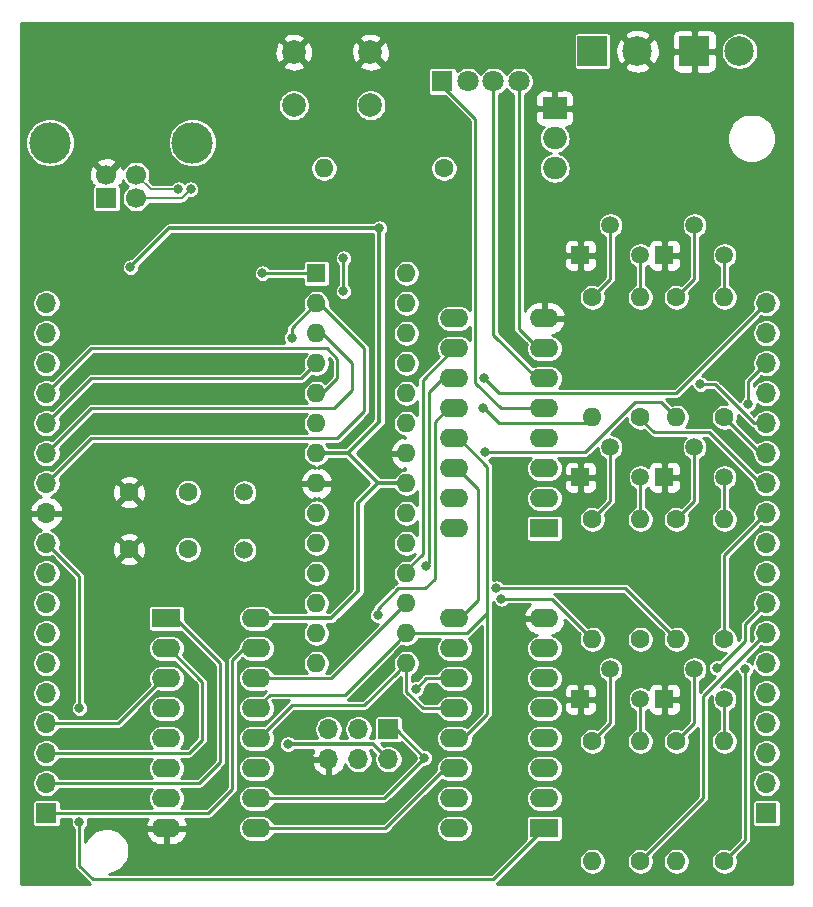
<source format=gbr>
G04 #@! TF.GenerationSoftware,KiCad,Pcbnew,5.1.7*
G04 #@! TF.CreationDate,2020-10-26T11:57:41-04:00*
G04 #@! TF.ProjectId,PCB,5043422e-6b69-4636-9164-5f7063625858,rev?*
G04 #@! TF.SameCoordinates,Original*
G04 #@! TF.FileFunction,Copper,L2,Bot*
G04 #@! TF.FilePolarity,Positive*
%FSLAX46Y46*%
G04 Gerber Fmt 4.6, Leading zero omitted, Abs format (unit mm)*
G04 Created by KiCad (PCBNEW 5.1.7) date 2020-10-26 11:57:41*
%MOMM*%
%LPD*%
G01*
G04 APERTURE LIST*
G04 #@! TA.AperFunction,ComponentPad*
%ADD10R,1.700000X1.700000*%
G04 #@! TD*
G04 #@! TA.AperFunction,ComponentPad*
%ADD11C,1.700000*%
G04 #@! TD*
G04 #@! TA.AperFunction,ComponentPad*
%ADD12C,3.500000*%
G04 #@! TD*
G04 #@! TA.AperFunction,ComponentPad*
%ADD13O,2.000000X1.905000*%
G04 #@! TD*
G04 #@! TA.AperFunction,ComponentPad*
%ADD14R,2.000000X1.905000*%
G04 #@! TD*
G04 #@! TA.AperFunction,ComponentPad*
%ADD15R,1.500000X1.500000*%
G04 #@! TD*
G04 #@! TA.AperFunction,ComponentPad*
%ADD16C,1.500000*%
G04 #@! TD*
G04 #@! TA.AperFunction,ComponentPad*
%ADD17O,1.600000X1.600000*%
G04 #@! TD*
G04 #@! TA.AperFunction,ComponentPad*
%ADD18C,1.600000*%
G04 #@! TD*
G04 #@! TA.AperFunction,ComponentPad*
%ADD19O,1.700000X1.700000*%
G04 #@! TD*
G04 #@! TA.AperFunction,ComponentPad*
%ADD20C,2.000000*%
G04 #@! TD*
G04 #@! TA.AperFunction,ComponentPad*
%ADD21C,1.800000*%
G04 #@! TD*
G04 #@! TA.AperFunction,ComponentPad*
%ADD22R,1.800000X1.800000*%
G04 #@! TD*
G04 #@! TA.AperFunction,ComponentPad*
%ADD23R,2.499360X2.499360*%
G04 #@! TD*
G04 #@! TA.AperFunction,ComponentPad*
%ADD24C,2.499360*%
G04 #@! TD*
G04 #@! TA.AperFunction,ComponentPad*
%ADD25R,2.400000X1.600000*%
G04 #@! TD*
G04 #@! TA.AperFunction,ComponentPad*
%ADD26O,2.400000X1.600000*%
G04 #@! TD*
G04 #@! TA.AperFunction,ComponentPad*
%ADD27R,1.600000X1.600000*%
G04 #@! TD*
G04 #@! TA.AperFunction,ViaPad*
%ADD28C,0.800000*%
G04 #@! TD*
G04 #@! TA.AperFunction,Conductor*
%ADD29C,0.350000*%
G04 #@! TD*
G04 #@! TA.AperFunction,Conductor*
%ADD30C,0.250000*%
G04 #@! TD*
G04 #@! TA.AperFunction,Conductor*
%ADD31C,0.200000*%
G04 #@! TD*
G04 #@! TA.AperFunction,Conductor*
%ADD32C,0.254000*%
G04 #@! TD*
G04 #@! TA.AperFunction,Conductor*
%ADD33C,0.100000*%
G04 #@! TD*
G04 APERTURE END LIST*
D10*
X109220000Y-92710000D03*
D11*
X111720000Y-92710000D03*
X111720000Y-90710000D03*
X109220000Y-90710000D03*
D12*
X104450000Y-88000000D03*
X116490000Y-88000000D03*
D13*
X147170000Y-90170000D03*
X147170000Y-87630000D03*
D14*
X147170000Y-85090000D03*
D15*
X149352000Y-135128000D03*
D16*
X154432000Y-135128000D03*
X151892000Y-132588000D03*
D15*
X156464000Y-135128000D03*
D16*
X161544000Y-135128000D03*
X159004000Y-132588000D03*
D15*
X149352000Y-116332000D03*
D16*
X154432000Y-116332000D03*
X151892000Y-113792000D03*
D15*
X156464000Y-116332000D03*
D16*
X161544000Y-116332000D03*
X159004000Y-113792000D03*
D15*
X149352000Y-97536000D03*
D16*
X154432000Y-97536000D03*
X151892000Y-94996000D03*
D15*
X156464000Y-97536000D03*
D16*
X161544000Y-97536000D03*
X159004000Y-94996000D03*
D17*
X154432000Y-138684000D03*
D18*
X154432000Y-148844000D03*
D17*
X161544000Y-138684000D03*
D18*
X161544000Y-148844000D03*
D17*
X154432000Y-119888000D03*
D18*
X154432000Y-130048000D03*
D17*
X161544000Y-119888000D03*
D18*
X161544000Y-130048000D03*
D17*
X154432000Y-101092000D03*
D18*
X154432000Y-111252000D03*
D17*
X161544000Y-101092000D03*
D18*
X161544000Y-111252000D03*
D19*
X128016000Y-140208000D03*
X128016000Y-137668000D03*
X130556000Y-140208000D03*
X130556000Y-137668000D03*
X133096000Y-140208000D03*
D10*
X133096000Y-137668000D03*
D20*
X125072000Y-84836000D03*
X125072000Y-80336000D03*
X131572000Y-84836000D03*
X131572000Y-80336000D03*
D17*
X127635000Y-90170000D03*
D18*
X137795000Y-90170000D03*
D21*
X144145000Y-82804000D03*
X141986000Y-82804000D03*
X139827000Y-82804000D03*
D22*
X137668000Y-82804000D03*
D23*
X150368000Y-80264000D03*
D24*
X154178000Y-80264000D03*
D23*
X159004000Y-80264000D03*
D24*
X162814000Y-80264000D03*
D16*
X120904000Y-122482000D03*
X120904000Y-117602000D03*
D10*
X165100000Y-144780000D03*
D19*
X165100000Y-142240000D03*
X165100000Y-139700000D03*
X165100000Y-137160000D03*
X165100000Y-134620000D03*
X165100000Y-132080000D03*
X165100000Y-129540000D03*
X165100000Y-127000000D03*
X165100000Y-124460000D03*
X165100000Y-121920000D03*
X165100000Y-119380000D03*
X165100000Y-116840000D03*
X165100000Y-114300000D03*
X165100000Y-111760000D03*
X165100000Y-109220000D03*
X165100000Y-106680000D03*
X165100000Y-104140000D03*
X165100000Y-101600000D03*
D10*
X104140000Y-144780000D03*
D19*
X104140000Y-142240000D03*
X104140000Y-139700000D03*
X104140000Y-137160000D03*
X104140000Y-134620000D03*
X104140000Y-132080000D03*
X104140000Y-129540000D03*
X104140000Y-127000000D03*
X104140000Y-124460000D03*
X104140000Y-121920000D03*
X104140000Y-119380000D03*
X104140000Y-116840000D03*
X104140000Y-114300000D03*
X104140000Y-111760000D03*
X104140000Y-109220000D03*
X104140000Y-106680000D03*
X104140000Y-104140000D03*
X104140000Y-101600000D03*
D25*
X114300000Y-128270000D03*
D26*
X121920000Y-146050000D03*
X114300000Y-130810000D03*
X121920000Y-143510000D03*
X114300000Y-133350000D03*
X121920000Y-140970000D03*
X114300000Y-135890000D03*
X121920000Y-138430000D03*
X114300000Y-138430000D03*
X121920000Y-135890000D03*
X114300000Y-140970000D03*
X121920000Y-133350000D03*
X114300000Y-143510000D03*
X121920000Y-130810000D03*
X114300000Y-146050000D03*
X121920000Y-128270000D03*
D27*
X127000000Y-99060000D03*
D17*
X134620000Y-132080000D03*
X127000000Y-101600000D03*
X134620000Y-129540000D03*
X127000000Y-104140000D03*
X134620000Y-127000000D03*
X127000000Y-106680000D03*
X134620000Y-124460000D03*
X127000000Y-109220000D03*
X134620000Y-121920000D03*
X127000000Y-111760000D03*
X134620000Y-119380000D03*
X127000000Y-114300000D03*
X134620000Y-116840000D03*
X127000000Y-116840000D03*
X134620000Y-114300000D03*
X127000000Y-119380000D03*
X134620000Y-111760000D03*
X127000000Y-121920000D03*
X134620000Y-109220000D03*
X127000000Y-124460000D03*
X134620000Y-106680000D03*
X127000000Y-127000000D03*
X134620000Y-104140000D03*
X127000000Y-129540000D03*
X134620000Y-101600000D03*
X127000000Y-132080000D03*
X134620000Y-99060000D03*
D18*
X150368000Y-138684000D03*
D17*
X150368000Y-148844000D03*
D18*
X111125000Y-122428000D03*
X116125000Y-122428000D03*
X111125000Y-117602000D03*
X116125000Y-117602000D03*
D25*
X146304000Y-120650000D03*
D26*
X138684000Y-102870000D03*
X146304000Y-118110000D03*
X138684000Y-105410000D03*
X146304000Y-115570000D03*
X138684000Y-107950000D03*
X146304000Y-113030000D03*
X138684000Y-110490000D03*
X146304000Y-110490000D03*
X138684000Y-113030000D03*
X146304000Y-107950000D03*
X138684000Y-115570000D03*
X146304000Y-105410000D03*
X138684000Y-118110000D03*
X146304000Y-102870000D03*
X138684000Y-120650000D03*
D25*
X146304000Y-146050000D03*
D26*
X138684000Y-128270000D03*
X146304000Y-143510000D03*
X138684000Y-130810000D03*
X146304000Y-140970000D03*
X138684000Y-133350000D03*
X146304000Y-138430000D03*
X138684000Y-135890000D03*
X146304000Y-135890000D03*
X138684000Y-138430000D03*
X146304000Y-133350000D03*
X138684000Y-140970000D03*
X146304000Y-130810000D03*
X138684000Y-143510000D03*
X146304000Y-128270000D03*
X138684000Y-146050000D03*
D18*
X157480000Y-138684000D03*
D17*
X157480000Y-148844000D03*
D18*
X150368000Y-119888000D03*
D17*
X150368000Y-130048000D03*
D18*
X157480000Y-119888000D03*
D17*
X157480000Y-130048000D03*
D18*
X150368000Y-101092000D03*
D17*
X150368000Y-111252000D03*
D18*
X157480000Y-101092000D03*
D17*
X157480000Y-111252000D03*
D28*
X124587000Y-138938000D03*
X132334022Y-95250000D03*
X111252000Y-98552000D03*
X122428000Y-99060010D03*
X135419000Y-134239000D03*
X136271000Y-123825008D03*
X136144000Y-140081000D03*
X141301660Y-114222340D03*
X141097000Y-110490000D03*
X142207979Y-125718502D03*
X142657990Y-126619000D03*
X124904500Y-104521000D03*
X132207000Y-128016000D03*
X106934000Y-135889980D03*
X106934000Y-145542000D03*
X141224000Y-107950000D03*
X163576000Y-110109000D03*
X159512000Y-108458000D03*
X156210000Y-124460000D03*
X111125000Y-120015000D03*
X107696000Y-103886000D03*
X109220000Y-103886000D03*
X110744000Y-103886000D03*
X115824000Y-104140000D03*
X110236000Y-120015000D03*
X112014000Y-120015000D03*
X163322000Y-132588000D03*
X160909000Y-132461000D03*
X115299000Y-91948000D03*
X116349000Y-91948000D03*
X129281347Y-100588653D03*
X129286000Y-97790000D03*
D29*
X150368000Y-80264000D02*
X150368000Y-81280000D01*
X127000000Y-114300000D02*
X129667000Y-114300000D01*
X132207000Y-116840000D02*
X134620000Y-116840000D01*
X129667000Y-114300000D02*
X132207000Y-116840000D01*
X130556000Y-118491000D02*
X132207000Y-116840000D01*
X130556000Y-125984000D02*
X130556000Y-118491000D01*
X128270000Y-128270000D02*
X130556000Y-125984000D01*
X121920000Y-128270000D02*
X128270000Y-128270000D01*
X133096000Y-140208000D02*
X131826000Y-138938000D01*
X131826000Y-138938000D02*
X124587000Y-138938000D01*
X129667000Y-114300000D02*
X132334022Y-111632978D01*
X132334022Y-111632978D02*
X132334022Y-95815685D01*
X132334022Y-95815685D02*
X132334022Y-95250000D01*
X114554000Y-95250000D02*
X132334022Y-95250000D01*
X111252000Y-98552000D02*
X114554000Y-95250000D01*
D30*
X127000000Y-99060000D02*
X122428010Y-99060000D01*
X122428010Y-99060000D02*
X122428000Y-99060010D01*
X128270000Y-133350000D02*
X134620000Y-127000000D01*
X121920000Y-133350000D02*
X128270000Y-133350000D01*
X136308000Y-133350000D02*
X135419000Y-134239000D01*
X138684000Y-133350000D02*
X136308000Y-133350000D01*
X138684000Y-107950000D02*
X137705000Y-107950000D01*
X136543999Y-123552009D02*
X136271000Y-123825008D01*
X136543999Y-109111001D02*
X136543999Y-123552009D01*
X137705000Y-107950000D02*
X136543999Y-109111001D01*
X133731000Y-137668000D02*
X133096000Y-137668000D01*
X136144000Y-140081000D02*
X133731000Y-137668000D01*
X135128000Y-141097000D02*
X136144000Y-140081000D01*
X132715000Y-143510000D02*
X135128000Y-141097000D01*
X121920000Y-143510000D02*
X132715000Y-143510000D01*
X134620000Y-124206000D02*
X134620000Y-124460000D01*
X136017000Y-122809000D02*
X134620000Y-124206000D01*
X136017000Y-108077000D02*
X136017000Y-122809000D01*
X138684000Y-105410000D02*
X136017000Y-108077000D01*
X149747160Y-114222340D02*
X141867345Y-114222340D01*
X141867345Y-114222340D02*
X141301660Y-114222340D01*
X153987500Y-109982000D02*
X149747160Y-114222340D01*
X157480000Y-111252000D02*
X156210000Y-109982000D01*
X156210000Y-109982000D02*
X153987500Y-109982000D01*
X142494000Y-111760000D02*
X149860000Y-111760000D01*
X141224000Y-110490000D02*
X142494000Y-111760000D01*
X149860000Y-111760000D02*
X150368000Y-111252000D01*
X141097000Y-110490000D02*
X141224000Y-110490000D01*
X157480000Y-130048000D02*
X153150502Y-125718502D01*
X153150502Y-125718502D02*
X142207979Y-125718502D01*
X150368000Y-130048000D02*
X146939000Y-126619000D01*
X146939000Y-126619000D02*
X142657990Y-126619000D01*
X127254000Y-101600000D02*
X127000000Y-101600000D01*
X131064000Y-105410000D02*
X127254000Y-101600000D01*
X131064000Y-110744000D02*
X131064000Y-105410000D01*
X107950000Y-113030000D02*
X128778000Y-113030000D01*
X128778000Y-113030000D02*
X131064000Y-110744000D01*
X104140000Y-116840000D02*
X107950000Y-113030000D01*
X127000000Y-101600000D02*
X124904500Y-103695500D01*
X124904500Y-103695500D02*
X124904500Y-104521000D01*
X127508000Y-104140000D02*
X127000000Y-104140000D01*
X130048000Y-106680000D02*
X127508000Y-104140000D01*
X128524000Y-110490000D02*
X130048000Y-108966000D01*
X107950000Y-110490000D02*
X128524000Y-110490000D01*
X130048000Y-108966000D02*
X130048000Y-106680000D01*
X104140000Y-114300000D02*
X107950000Y-110490000D01*
X125730000Y-107950000D02*
X127000000Y-106680000D01*
X107950000Y-107950000D02*
X125730000Y-107950000D01*
X104140000Y-111760000D02*
X107950000Y-107950000D01*
X104140000Y-109220000D02*
X107950000Y-105410000D01*
X107950000Y-105410000D02*
X127889000Y-105410000D01*
X128778000Y-107950000D02*
X127508000Y-109220000D01*
X127508000Y-109220000D02*
X127000000Y-109220000D01*
X127889000Y-105410000D02*
X128778000Y-106299000D01*
X128778000Y-106299000D02*
X128778000Y-107950000D01*
X139763500Y-129540000D02*
X134620000Y-129540000D01*
X141478000Y-127825500D02*
X139763500Y-129540000D01*
X141478000Y-124460000D02*
X141478000Y-127825500D01*
X141478000Y-115424000D02*
X141478000Y-124015500D01*
X141478000Y-124015500D02*
X141478000Y-124460000D01*
X139084000Y-113030000D02*
X141478000Y-115424000D01*
X138684000Y-113030000D02*
X139084000Y-113030000D01*
X133820001Y-130339999D02*
X134620000Y-129540000D01*
X129413000Y-134747000D02*
X133820001Y-130339999D01*
X123063000Y-134747000D02*
X129413000Y-134747000D01*
X121920000Y-135890000D02*
X123063000Y-134747000D01*
X141478000Y-136398000D02*
X141478000Y-124460000D01*
X138684000Y-138430000D02*
X139446000Y-138430000D01*
X139446000Y-138430000D02*
X141478000Y-136398000D01*
X134620000Y-133211370D02*
X134620000Y-132080000D01*
X134620000Y-134493000D02*
X134620000Y-133211370D01*
X136017000Y-135890000D02*
X134620000Y-134493000D01*
X138684000Y-135890000D02*
X136017000Y-135890000D01*
X131064000Y-135636000D02*
X133820001Y-132879999D01*
X122100000Y-138430000D02*
X124894000Y-135636000D01*
X121920000Y-138430000D02*
X122100000Y-138430000D01*
X133820001Y-132879999D02*
X134620000Y-132080000D01*
X124894000Y-135636000D02*
X131064000Y-135636000D01*
X132207000Y-127450315D02*
X132207000Y-128016000D01*
X133927315Y-125730000D02*
X132207000Y-127450315D01*
X138176000Y-110490000D02*
X137033000Y-111633000D01*
X136207500Y-125730000D02*
X133927315Y-125730000D01*
X138684000Y-110490000D02*
X138176000Y-110490000D01*
X137033000Y-111633000D02*
X137033000Y-124904500D01*
X137033000Y-124904500D02*
X136207500Y-125730000D01*
X161544000Y-116332000D02*
X161544000Y-119888000D01*
X154432000Y-138684000D02*
X154432000Y-135128000D01*
X154432000Y-97536000D02*
X154432000Y-101092000D01*
X161544000Y-136188660D02*
X161544000Y-138684000D01*
X161544000Y-135128000D02*
X161544000Y-136188660D01*
X161544000Y-97536000D02*
X161544000Y-101092000D01*
X154432000Y-119888000D02*
X154432000Y-116332000D01*
X106934000Y-124714000D02*
X106934000Y-135889980D01*
X104140000Y-121920000D02*
X106934000Y-124714000D01*
X106934000Y-146107685D02*
X106934000Y-145542000D01*
X106934000Y-149225000D02*
X106934000Y-146107685D01*
X146304000Y-146050000D02*
X141986000Y-150368000D01*
X108077000Y-150368000D02*
X106934000Y-149225000D01*
X141986000Y-150368000D02*
X108077000Y-150368000D01*
X110236000Y-137160000D02*
X104140000Y-137160000D01*
X114046000Y-133350000D02*
X110236000Y-137160000D01*
X114300000Y-133350000D02*
X114046000Y-133350000D01*
X114480000Y-130810000D02*
X117348000Y-133678000D01*
X105342081Y-139700000D02*
X104140000Y-139700000D01*
X117348000Y-133678000D02*
X117348000Y-138557000D01*
X116205000Y-139700000D02*
X105342081Y-139700000D01*
X114300000Y-130810000D02*
X114480000Y-130810000D01*
X117348000Y-138557000D02*
X116205000Y-139700000D01*
X115062000Y-128270000D02*
X114300000Y-128270000D01*
X118872000Y-132080000D02*
X115062000Y-128270000D01*
X118872000Y-140462000D02*
X118872000Y-132080000D01*
X117094000Y-142240000D02*
X118872000Y-140462000D01*
X104140000Y-142240000D02*
X117094000Y-142240000D01*
X120904000Y-130810000D02*
X121920000Y-130810000D01*
X119888000Y-142748000D02*
X119888000Y-131826000D01*
X104140000Y-144780000D02*
X117856000Y-144780000D01*
X119888000Y-131826000D02*
X120904000Y-130810000D01*
X117856000Y-144780000D02*
X119888000Y-142748000D01*
X142494000Y-109220000D02*
X157480000Y-109220000D01*
X157480000Y-109220000D02*
X165100000Y-101600000D01*
X141224000Y-107950000D02*
X142494000Y-109220000D01*
X163576000Y-108204000D02*
X163576000Y-110109000D01*
X165100000Y-106680000D02*
X163576000Y-108204000D01*
X164055499Y-111760000D02*
X165100000Y-111760000D01*
X159512000Y-108458000D02*
X160753499Y-108458000D01*
X160753499Y-108458000D02*
X164055499Y-111760000D01*
X140716000Y-126746000D02*
X139192000Y-128270000D01*
X140716000Y-117348000D02*
X140716000Y-126746000D01*
X139192000Y-128270000D02*
X138684000Y-128270000D01*
X138938000Y-115570000D02*
X140716000Y-117348000D01*
X138684000Y-115570000D02*
X138938000Y-115570000D01*
X144145000Y-84076792D02*
X144145000Y-82804000D01*
X144145000Y-103759000D02*
X144145000Y-84076792D01*
X145796000Y-105410000D02*
X144145000Y-103759000D01*
X146304000Y-105410000D02*
X145796000Y-105410000D01*
X145669000Y-107950000D02*
X146304000Y-107950000D01*
X141986000Y-104267000D02*
X145669000Y-107950000D01*
X141986000Y-82804000D02*
X141986000Y-104267000D01*
X137668000Y-83185000D02*
X137668000Y-82804000D01*
X140462000Y-85979000D02*
X137668000Y-83185000D01*
X140462000Y-108331000D02*
X140462000Y-85979000D01*
X142621000Y-110490000D02*
X140462000Y-108331000D01*
X146304000Y-110490000D02*
X142621000Y-110490000D01*
X159766000Y-134874000D02*
X165100000Y-129540000D01*
X154432000Y-148844000D02*
X159766000Y-143510000D01*
X159766000Y-143510000D02*
X159766000Y-134874000D01*
X163322000Y-147066000D02*
X163322000Y-132588000D01*
X161544000Y-148844000D02*
X163322000Y-147066000D01*
X164250001Y-127849999D02*
X165100000Y-127000000D01*
X163322000Y-128778000D02*
X164250001Y-127849999D01*
X163322000Y-130175000D02*
X163322000Y-128778000D01*
X161036000Y-132461000D02*
X163322000Y-130175000D01*
X160909000Y-132461000D02*
X161036000Y-132461000D01*
X161544000Y-122936000D02*
X161544000Y-130048000D01*
X165100000Y-119380000D02*
X161544000Y-122936000D01*
X160274000Y-112522000D02*
X164592000Y-116840000D01*
X155575000Y-112522000D02*
X160274000Y-112522000D01*
X154432000Y-111379000D02*
X155575000Y-112522000D01*
X164592000Y-116840000D02*
X165100000Y-116840000D01*
X154432000Y-111252000D02*
X154432000Y-111379000D01*
X164592000Y-114300000D02*
X161544000Y-111252000D01*
X165100000Y-114300000D02*
X164592000Y-114300000D01*
X159004000Y-99568000D02*
X159004000Y-94996000D01*
X157480000Y-101092000D02*
X159004000Y-99568000D01*
X151892000Y-99568000D02*
X151892000Y-94996000D01*
X150368000Y-101092000D02*
X151892000Y-99568000D01*
X159004000Y-118364000D02*
X159004000Y-113792000D01*
X157480000Y-119888000D02*
X159004000Y-118364000D01*
X151892000Y-118364000D02*
X151892000Y-113792000D01*
X150368000Y-119888000D02*
X151892000Y-118364000D01*
X159004000Y-137160000D02*
X159004000Y-132588000D01*
X157480000Y-138684000D02*
X159004000Y-137160000D01*
X151892000Y-137160000D02*
X151892000Y-132588000D01*
X150368000Y-138684000D02*
X151892000Y-137160000D01*
X132842000Y-146050000D02*
X121920000Y-146050000D01*
X138684000Y-140970000D02*
X137922000Y-140970000D01*
X137922000Y-140970000D02*
X132842000Y-146050000D01*
D31*
X115299000Y-91948000D02*
X112958000Y-91948000D01*
X112958000Y-91948000D02*
X111720000Y-90710000D01*
X113083603Y-92710000D02*
X111720000Y-92710000D01*
X115587000Y-92710000D02*
X113083603Y-92710000D01*
X116349000Y-91948000D02*
X115587000Y-92710000D01*
D30*
X129281347Y-97794653D02*
X129286000Y-97790000D01*
X129281347Y-100588653D02*
X129281347Y-97794653D01*
D32*
X167268001Y-95231733D02*
X167268000Y-150758000D01*
X142254801Y-150758000D01*
X142321369Y-150703369D01*
X142336151Y-150685357D01*
X144290478Y-148731030D01*
X149221000Y-148731030D01*
X149221000Y-148956970D01*
X149265078Y-149178568D01*
X149351542Y-149387308D01*
X149477067Y-149575170D01*
X149636830Y-149734933D01*
X149824692Y-149860458D01*
X150033432Y-149946922D01*
X150255030Y-149991000D01*
X150480970Y-149991000D01*
X150702568Y-149946922D01*
X150911308Y-149860458D01*
X151099170Y-149734933D01*
X151258933Y-149575170D01*
X151384458Y-149387308D01*
X151470922Y-149178568D01*
X151515000Y-148956970D01*
X151515000Y-148731030D01*
X153285000Y-148731030D01*
X153285000Y-148956970D01*
X153329078Y-149178568D01*
X153415542Y-149387308D01*
X153541067Y-149575170D01*
X153700830Y-149734933D01*
X153888692Y-149860458D01*
X154097432Y-149946922D01*
X154319030Y-149991000D01*
X154544970Y-149991000D01*
X154766568Y-149946922D01*
X154975308Y-149860458D01*
X155163170Y-149734933D01*
X155322933Y-149575170D01*
X155448458Y-149387308D01*
X155534922Y-149178568D01*
X155579000Y-148956970D01*
X155579000Y-148731030D01*
X156333000Y-148731030D01*
X156333000Y-148956970D01*
X156377078Y-149178568D01*
X156463542Y-149387308D01*
X156589067Y-149575170D01*
X156748830Y-149734933D01*
X156936692Y-149860458D01*
X157145432Y-149946922D01*
X157367030Y-149991000D01*
X157592970Y-149991000D01*
X157814568Y-149946922D01*
X158023308Y-149860458D01*
X158211170Y-149734933D01*
X158370933Y-149575170D01*
X158496458Y-149387308D01*
X158582922Y-149178568D01*
X158627000Y-148956970D01*
X158627000Y-148731030D01*
X158582922Y-148509432D01*
X158496458Y-148300692D01*
X158370933Y-148112830D01*
X158211170Y-147953067D01*
X158023308Y-147827542D01*
X157814568Y-147741078D01*
X157592970Y-147697000D01*
X157367030Y-147697000D01*
X157145432Y-147741078D01*
X156936692Y-147827542D01*
X156748830Y-147953067D01*
X156589067Y-148112830D01*
X156463542Y-148300692D01*
X156377078Y-148509432D01*
X156333000Y-148731030D01*
X155579000Y-148731030D01*
X155534922Y-148509432D01*
X155505385Y-148438123D01*
X160083364Y-143860145D01*
X160101369Y-143845369D01*
X160160352Y-143773498D01*
X160204180Y-143691500D01*
X160231170Y-143602528D01*
X160238000Y-143533180D01*
X160238000Y-143533179D01*
X160240283Y-143510001D01*
X160238000Y-143486821D01*
X160238000Y-135069508D01*
X160486591Y-134820917D01*
X160447000Y-135019955D01*
X160447000Y-135236045D01*
X160489157Y-135447983D01*
X160571851Y-135647624D01*
X160691904Y-135827297D01*
X160844703Y-135980096D01*
X161024376Y-136100149D01*
X161072001Y-136119876D01*
X161072001Y-136165471D01*
X161072000Y-136165481D01*
X161072001Y-137638005D01*
X161000692Y-137667542D01*
X160812830Y-137793067D01*
X160653067Y-137952830D01*
X160527542Y-138140692D01*
X160441078Y-138349432D01*
X160397000Y-138571030D01*
X160397000Y-138796970D01*
X160441078Y-139018568D01*
X160527542Y-139227308D01*
X160653067Y-139415170D01*
X160812830Y-139574933D01*
X161000692Y-139700458D01*
X161209432Y-139786922D01*
X161431030Y-139831000D01*
X161656970Y-139831000D01*
X161878568Y-139786922D01*
X162087308Y-139700458D01*
X162275170Y-139574933D01*
X162434933Y-139415170D01*
X162560458Y-139227308D01*
X162646922Y-139018568D01*
X162691000Y-138796970D01*
X162691000Y-138571030D01*
X162646922Y-138349432D01*
X162560458Y-138140692D01*
X162434933Y-137952830D01*
X162275170Y-137793067D01*
X162087308Y-137667542D01*
X162016000Y-137638005D01*
X162016000Y-136119876D01*
X162063624Y-136100149D01*
X162243297Y-135980096D01*
X162396096Y-135827297D01*
X162516149Y-135647624D01*
X162598843Y-135447983D01*
X162641000Y-135236045D01*
X162641000Y-135019955D01*
X162598843Y-134808017D01*
X162516149Y-134608376D01*
X162396096Y-134428703D01*
X162243297Y-134275904D01*
X162063624Y-134155851D01*
X161863983Y-134073157D01*
X161652045Y-134031000D01*
X161435955Y-134031000D01*
X161236917Y-134070591D01*
X162586769Y-132720739D01*
X162603707Y-132805892D01*
X162660018Y-132941837D01*
X162741768Y-133064184D01*
X162845816Y-133168232D01*
X162850001Y-133171028D01*
X162850000Y-146870491D01*
X161949876Y-147770615D01*
X161878568Y-147741078D01*
X161656970Y-147697000D01*
X161431030Y-147697000D01*
X161209432Y-147741078D01*
X161000692Y-147827542D01*
X160812830Y-147953067D01*
X160653067Y-148112830D01*
X160527542Y-148300692D01*
X160441078Y-148509432D01*
X160397000Y-148731030D01*
X160397000Y-148956970D01*
X160441078Y-149178568D01*
X160527542Y-149387308D01*
X160653067Y-149575170D01*
X160812830Y-149734933D01*
X161000692Y-149860458D01*
X161209432Y-149946922D01*
X161431030Y-149991000D01*
X161656970Y-149991000D01*
X161878568Y-149946922D01*
X162087308Y-149860458D01*
X162275170Y-149734933D01*
X162434933Y-149575170D01*
X162560458Y-149387308D01*
X162646922Y-149178568D01*
X162691000Y-148956970D01*
X162691000Y-148731030D01*
X162646922Y-148509432D01*
X162617385Y-148438124D01*
X163639362Y-147416147D01*
X163657369Y-147401369D01*
X163716352Y-147329498D01*
X163760180Y-147247500D01*
X163787170Y-147158528D01*
X163794000Y-147089180D01*
X163794000Y-147089179D01*
X163796283Y-147066000D01*
X163794000Y-147042820D01*
X163794000Y-143930000D01*
X163901322Y-143930000D01*
X163901322Y-145630000D01*
X163908022Y-145698024D01*
X163927864Y-145763433D01*
X163960085Y-145823715D01*
X164003447Y-145876553D01*
X164056285Y-145919915D01*
X164116567Y-145952136D01*
X164181976Y-145971978D01*
X164250000Y-145978678D01*
X165950000Y-145978678D01*
X166018024Y-145971978D01*
X166083433Y-145952136D01*
X166143715Y-145919915D01*
X166196553Y-145876553D01*
X166239915Y-145823715D01*
X166272136Y-145763433D01*
X166291978Y-145698024D01*
X166298678Y-145630000D01*
X166298678Y-143930000D01*
X166291978Y-143861976D01*
X166272136Y-143796567D01*
X166239915Y-143736285D01*
X166196553Y-143683447D01*
X166143715Y-143640085D01*
X166083433Y-143607864D01*
X166018024Y-143588022D01*
X165950000Y-143581322D01*
X164250000Y-143581322D01*
X164181976Y-143588022D01*
X164116567Y-143607864D01*
X164056285Y-143640085D01*
X164003447Y-143683447D01*
X163960085Y-143736285D01*
X163927864Y-143796567D01*
X163908022Y-143861976D01*
X163901322Y-143930000D01*
X163794000Y-143930000D01*
X163794000Y-142122106D01*
X163903000Y-142122106D01*
X163903000Y-142357894D01*
X163949000Y-142589152D01*
X164039232Y-142806992D01*
X164170229Y-143003043D01*
X164336957Y-143169771D01*
X164533008Y-143300768D01*
X164750848Y-143391000D01*
X164982106Y-143437000D01*
X165217894Y-143437000D01*
X165449152Y-143391000D01*
X165666992Y-143300768D01*
X165863043Y-143169771D01*
X166029771Y-143003043D01*
X166160768Y-142806992D01*
X166251000Y-142589152D01*
X166297000Y-142357894D01*
X166297000Y-142122106D01*
X166251000Y-141890848D01*
X166160768Y-141673008D01*
X166029771Y-141476957D01*
X165863043Y-141310229D01*
X165666992Y-141179232D01*
X165449152Y-141089000D01*
X165217894Y-141043000D01*
X164982106Y-141043000D01*
X164750848Y-141089000D01*
X164533008Y-141179232D01*
X164336957Y-141310229D01*
X164170229Y-141476957D01*
X164039232Y-141673008D01*
X163949000Y-141890848D01*
X163903000Y-142122106D01*
X163794000Y-142122106D01*
X163794000Y-139582106D01*
X163903000Y-139582106D01*
X163903000Y-139817894D01*
X163949000Y-140049152D01*
X164039232Y-140266992D01*
X164170229Y-140463043D01*
X164336957Y-140629771D01*
X164533008Y-140760768D01*
X164750848Y-140851000D01*
X164982106Y-140897000D01*
X165217894Y-140897000D01*
X165449152Y-140851000D01*
X165666992Y-140760768D01*
X165863043Y-140629771D01*
X166029771Y-140463043D01*
X166160768Y-140266992D01*
X166251000Y-140049152D01*
X166297000Y-139817894D01*
X166297000Y-139582106D01*
X166251000Y-139350848D01*
X166160768Y-139133008D01*
X166029771Y-138936957D01*
X165863043Y-138770229D01*
X165666992Y-138639232D01*
X165449152Y-138549000D01*
X165217894Y-138503000D01*
X164982106Y-138503000D01*
X164750848Y-138549000D01*
X164533008Y-138639232D01*
X164336957Y-138770229D01*
X164170229Y-138936957D01*
X164039232Y-139133008D01*
X163949000Y-139350848D01*
X163903000Y-139582106D01*
X163794000Y-139582106D01*
X163794000Y-137042106D01*
X163903000Y-137042106D01*
X163903000Y-137277894D01*
X163949000Y-137509152D01*
X164039232Y-137726992D01*
X164170229Y-137923043D01*
X164336957Y-138089771D01*
X164533008Y-138220768D01*
X164750848Y-138311000D01*
X164982106Y-138357000D01*
X165217894Y-138357000D01*
X165449152Y-138311000D01*
X165666992Y-138220768D01*
X165863043Y-138089771D01*
X166029771Y-137923043D01*
X166160768Y-137726992D01*
X166251000Y-137509152D01*
X166297000Y-137277894D01*
X166297000Y-137042106D01*
X166251000Y-136810848D01*
X166160768Y-136593008D01*
X166029771Y-136396957D01*
X165863043Y-136230229D01*
X165666992Y-136099232D01*
X165449152Y-136009000D01*
X165217894Y-135963000D01*
X164982106Y-135963000D01*
X164750848Y-136009000D01*
X164533008Y-136099232D01*
X164336957Y-136230229D01*
X164170229Y-136396957D01*
X164039232Y-136593008D01*
X163949000Y-136810848D01*
X163903000Y-137042106D01*
X163794000Y-137042106D01*
X163794000Y-134502106D01*
X163903000Y-134502106D01*
X163903000Y-134737894D01*
X163949000Y-134969152D01*
X164039232Y-135186992D01*
X164170229Y-135383043D01*
X164336957Y-135549771D01*
X164533008Y-135680768D01*
X164750848Y-135771000D01*
X164982106Y-135817000D01*
X165217894Y-135817000D01*
X165449152Y-135771000D01*
X165666992Y-135680768D01*
X165863043Y-135549771D01*
X166029771Y-135383043D01*
X166160768Y-135186992D01*
X166251000Y-134969152D01*
X166297000Y-134737894D01*
X166297000Y-134502106D01*
X166251000Y-134270848D01*
X166160768Y-134053008D01*
X166029771Y-133856957D01*
X165863043Y-133690229D01*
X165666992Y-133559232D01*
X165449152Y-133469000D01*
X165217894Y-133423000D01*
X164982106Y-133423000D01*
X164750848Y-133469000D01*
X164533008Y-133559232D01*
X164336957Y-133690229D01*
X164170229Y-133856957D01*
X164039232Y-134053008D01*
X163949000Y-134270848D01*
X163903000Y-134502106D01*
X163794000Y-134502106D01*
X163794000Y-133171028D01*
X163798184Y-133168232D01*
X163902232Y-133064184D01*
X163983982Y-132941837D01*
X164040293Y-132805892D01*
X164064406Y-132684668D01*
X164170229Y-132843043D01*
X164336957Y-133009771D01*
X164533008Y-133140768D01*
X164750848Y-133231000D01*
X164982106Y-133277000D01*
X165217894Y-133277000D01*
X165449152Y-133231000D01*
X165666992Y-133140768D01*
X165863043Y-133009771D01*
X166029771Y-132843043D01*
X166160768Y-132646992D01*
X166251000Y-132429152D01*
X166297000Y-132197894D01*
X166297000Y-131962106D01*
X166251000Y-131730848D01*
X166160768Y-131513008D01*
X166029771Y-131316957D01*
X165863043Y-131150229D01*
X165666992Y-131019232D01*
X165449152Y-130929000D01*
X165217894Y-130883000D01*
X164982106Y-130883000D01*
X164750848Y-130929000D01*
X164533008Y-131019232D01*
X164336957Y-131150229D01*
X164170229Y-131316957D01*
X164039232Y-131513008D01*
X163949000Y-131730848D01*
X163903000Y-131962106D01*
X163903000Y-132112965D01*
X163902232Y-132111816D01*
X163798184Y-132007768D01*
X163675837Y-131926018D01*
X163539892Y-131869707D01*
X163454740Y-131852769D01*
X164655856Y-130651653D01*
X164750848Y-130691000D01*
X164982106Y-130737000D01*
X165217894Y-130737000D01*
X165449152Y-130691000D01*
X165666992Y-130600768D01*
X165863043Y-130469771D01*
X166029771Y-130303043D01*
X166160768Y-130106992D01*
X166251000Y-129889152D01*
X166297000Y-129657894D01*
X166297000Y-129422106D01*
X166251000Y-129190848D01*
X166160768Y-128973008D01*
X166029771Y-128776957D01*
X165863043Y-128610229D01*
X165666992Y-128479232D01*
X165449152Y-128389000D01*
X165217894Y-128343000D01*
X164982106Y-128343000D01*
X164750848Y-128389000D01*
X164533008Y-128479232D01*
X164336957Y-128610229D01*
X164170229Y-128776957D01*
X164039232Y-128973008D01*
X163949000Y-129190848D01*
X163903000Y-129422106D01*
X163903000Y-129657894D01*
X163949000Y-129889152D01*
X163988347Y-129984144D01*
X163796151Y-130176340D01*
X163796283Y-130175001D01*
X163794000Y-130151821D01*
X163794000Y-128973508D01*
X164600146Y-128167363D01*
X164600150Y-128167358D01*
X164655855Y-128111653D01*
X164750848Y-128151000D01*
X164982106Y-128197000D01*
X165217894Y-128197000D01*
X165449152Y-128151000D01*
X165666992Y-128060768D01*
X165863043Y-127929771D01*
X166029771Y-127763043D01*
X166160768Y-127566992D01*
X166251000Y-127349152D01*
X166297000Y-127117894D01*
X166297000Y-126882106D01*
X166251000Y-126650848D01*
X166160768Y-126433008D01*
X166029771Y-126236957D01*
X165863043Y-126070229D01*
X165666992Y-125939232D01*
X165449152Y-125849000D01*
X165217894Y-125803000D01*
X164982106Y-125803000D01*
X164750848Y-125849000D01*
X164533008Y-125939232D01*
X164336957Y-126070229D01*
X164170229Y-126236957D01*
X164039232Y-126433008D01*
X163949000Y-126650848D01*
X163903000Y-126882106D01*
X163903000Y-127117894D01*
X163949000Y-127349152D01*
X163988347Y-127444145D01*
X163932642Y-127499850D01*
X163932637Y-127499854D01*
X163004639Y-128427853D01*
X162986632Y-128442631D01*
X162971855Y-128460637D01*
X162927648Y-128514503D01*
X162883821Y-128596500D01*
X162856830Y-128685473D01*
X162847717Y-128778000D01*
X162850001Y-128801190D01*
X162850000Y-129979492D01*
X162691000Y-130138492D01*
X162691000Y-129935030D01*
X162646922Y-129713432D01*
X162560458Y-129504692D01*
X162434933Y-129316830D01*
X162275170Y-129157067D01*
X162087308Y-129031542D01*
X162016000Y-129002005D01*
X162016000Y-124342106D01*
X163903000Y-124342106D01*
X163903000Y-124577894D01*
X163949000Y-124809152D01*
X164039232Y-125026992D01*
X164170229Y-125223043D01*
X164336957Y-125389771D01*
X164533008Y-125520768D01*
X164750848Y-125611000D01*
X164982106Y-125657000D01*
X165217894Y-125657000D01*
X165449152Y-125611000D01*
X165666992Y-125520768D01*
X165863043Y-125389771D01*
X166029771Y-125223043D01*
X166160768Y-125026992D01*
X166251000Y-124809152D01*
X166297000Y-124577894D01*
X166297000Y-124342106D01*
X166251000Y-124110848D01*
X166160768Y-123893008D01*
X166029771Y-123696957D01*
X165863043Y-123530229D01*
X165666992Y-123399232D01*
X165449152Y-123309000D01*
X165217894Y-123263000D01*
X164982106Y-123263000D01*
X164750848Y-123309000D01*
X164533008Y-123399232D01*
X164336957Y-123530229D01*
X164170229Y-123696957D01*
X164039232Y-123893008D01*
X163949000Y-124110848D01*
X163903000Y-124342106D01*
X162016000Y-124342106D01*
X162016000Y-123131508D01*
X163345402Y-121802106D01*
X163903000Y-121802106D01*
X163903000Y-122037894D01*
X163949000Y-122269152D01*
X164039232Y-122486992D01*
X164170229Y-122683043D01*
X164336957Y-122849771D01*
X164533008Y-122980768D01*
X164750848Y-123071000D01*
X164982106Y-123117000D01*
X165217894Y-123117000D01*
X165449152Y-123071000D01*
X165666992Y-122980768D01*
X165863043Y-122849771D01*
X166029771Y-122683043D01*
X166160768Y-122486992D01*
X166251000Y-122269152D01*
X166297000Y-122037894D01*
X166297000Y-121802106D01*
X166251000Y-121570848D01*
X166160768Y-121353008D01*
X166029771Y-121156957D01*
X165863043Y-120990229D01*
X165666992Y-120859232D01*
X165449152Y-120769000D01*
X165217894Y-120723000D01*
X164982106Y-120723000D01*
X164750848Y-120769000D01*
X164533008Y-120859232D01*
X164336957Y-120990229D01*
X164170229Y-121156957D01*
X164039232Y-121353008D01*
X163949000Y-121570848D01*
X163903000Y-121802106D01*
X163345402Y-121802106D01*
X164655855Y-120491653D01*
X164750848Y-120531000D01*
X164982106Y-120577000D01*
X165217894Y-120577000D01*
X165449152Y-120531000D01*
X165666992Y-120440768D01*
X165863043Y-120309771D01*
X166029771Y-120143043D01*
X166160768Y-119946992D01*
X166251000Y-119729152D01*
X166297000Y-119497894D01*
X166297000Y-119262106D01*
X166251000Y-119030848D01*
X166160768Y-118813008D01*
X166029771Y-118616957D01*
X165863043Y-118450229D01*
X165666992Y-118319232D01*
X165449152Y-118229000D01*
X165217894Y-118183000D01*
X164982106Y-118183000D01*
X164750848Y-118229000D01*
X164533008Y-118319232D01*
X164336957Y-118450229D01*
X164170229Y-118616957D01*
X164039232Y-118813008D01*
X163949000Y-119030848D01*
X163903000Y-119262106D01*
X163903000Y-119497894D01*
X163949000Y-119729152D01*
X163988347Y-119824145D01*
X161226643Y-122585849D01*
X161208631Y-122600631D01*
X161149648Y-122672502D01*
X161105820Y-122754501D01*
X161091416Y-122801983D01*
X161078830Y-122843473D01*
X161069717Y-122936000D01*
X161072000Y-122959180D01*
X161072001Y-129002005D01*
X161000692Y-129031542D01*
X160812830Y-129157067D01*
X160653067Y-129316830D01*
X160527542Y-129504692D01*
X160441078Y-129713432D01*
X160397000Y-129935030D01*
X160397000Y-130160970D01*
X160441078Y-130382568D01*
X160527542Y-130591308D01*
X160653067Y-130779170D01*
X160812830Y-130938933D01*
X161000692Y-131064458D01*
X161209432Y-131150922D01*
X161431030Y-131195000D01*
X161634492Y-131195000D01*
X161093439Y-131736053D01*
X160982573Y-131714000D01*
X160835427Y-131714000D01*
X160691108Y-131742707D01*
X160555163Y-131799018D01*
X160432816Y-131880768D01*
X160328768Y-131984816D01*
X160247018Y-132107163D01*
X160190707Y-132243108D01*
X160162000Y-132387427D01*
X160162000Y-132534573D01*
X160190707Y-132678892D01*
X160247018Y-132814837D01*
X160328768Y-132937184D01*
X160432816Y-133041232D01*
X160555163Y-133122982D01*
X160691108Y-133179293D01*
X160776261Y-133196231D01*
X159476000Y-134496492D01*
X159476000Y-133579876D01*
X159523624Y-133560149D01*
X159703297Y-133440096D01*
X159856096Y-133287297D01*
X159976149Y-133107624D01*
X160058843Y-132907983D01*
X160101000Y-132696045D01*
X160101000Y-132479955D01*
X160058843Y-132268017D01*
X159976149Y-132068376D01*
X159856096Y-131888703D01*
X159703297Y-131735904D01*
X159523624Y-131615851D01*
X159323983Y-131533157D01*
X159112045Y-131491000D01*
X158895955Y-131491000D01*
X158684017Y-131533157D01*
X158484376Y-131615851D01*
X158304703Y-131735904D01*
X158151904Y-131888703D01*
X158031851Y-132068376D01*
X157949157Y-132268017D01*
X157907000Y-132479955D01*
X157907000Y-132696045D01*
X157949157Y-132907983D01*
X158031851Y-133107624D01*
X158151904Y-133287297D01*
X158304703Y-133440096D01*
X158484376Y-133560149D01*
X158532001Y-133579876D01*
X158532000Y-136964492D01*
X157885877Y-137610615D01*
X157814568Y-137581078D01*
X157592970Y-137537000D01*
X157367030Y-137537000D01*
X157145432Y-137581078D01*
X156936692Y-137667542D01*
X156748830Y-137793067D01*
X156589067Y-137952830D01*
X156463542Y-138140692D01*
X156377078Y-138349432D01*
X156333000Y-138571030D01*
X156333000Y-138796970D01*
X156377078Y-139018568D01*
X156463542Y-139227308D01*
X156589067Y-139415170D01*
X156748830Y-139574933D01*
X156936692Y-139700458D01*
X157145432Y-139786922D01*
X157367030Y-139831000D01*
X157592970Y-139831000D01*
X157814568Y-139786922D01*
X158023308Y-139700458D01*
X158211170Y-139574933D01*
X158370933Y-139415170D01*
X158496458Y-139227308D01*
X158582922Y-139018568D01*
X158627000Y-138796970D01*
X158627000Y-138571030D01*
X158582922Y-138349432D01*
X158553385Y-138278123D01*
X159294001Y-137537507D01*
X159294000Y-143314491D01*
X154837877Y-147770615D01*
X154766568Y-147741078D01*
X154544970Y-147697000D01*
X154319030Y-147697000D01*
X154097432Y-147741078D01*
X153888692Y-147827542D01*
X153700830Y-147953067D01*
X153541067Y-148112830D01*
X153415542Y-148300692D01*
X153329078Y-148509432D01*
X153285000Y-148731030D01*
X151515000Y-148731030D01*
X151470922Y-148509432D01*
X151384458Y-148300692D01*
X151258933Y-148112830D01*
X151099170Y-147953067D01*
X150911308Y-147827542D01*
X150702568Y-147741078D01*
X150480970Y-147697000D01*
X150255030Y-147697000D01*
X150033432Y-147741078D01*
X149824692Y-147827542D01*
X149636830Y-147953067D01*
X149477067Y-148112830D01*
X149351542Y-148300692D01*
X149265078Y-148509432D01*
X149221000Y-148731030D01*
X144290478Y-148731030D01*
X145822831Y-147198678D01*
X147504000Y-147198678D01*
X147572024Y-147191978D01*
X147637433Y-147172136D01*
X147697715Y-147139915D01*
X147750553Y-147096553D01*
X147793915Y-147043715D01*
X147826136Y-146983433D01*
X147845978Y-146918024D01*
X147852678Y-146850000D01*
X147852678Y-145250000D01*
X147845978Y-145181976D01*
X147826136Y-145116567D01*
X147793915Y-145056285D01*
X147750553Y-145003447D01*
X147697715Y-144960085D01*
X147637433Y-144927864D01*
X147572024Y-144908022D01*
X147504000Y-144901322D01*
X145104000Y-144901322D01*
X145035976Y-144908022D01*
X144970567Y-144927864D01*
X144910285Y-144960085D01*
X144857447Y-145003447D01*
X144814085Y-145056285D01*
X144781864Y-145116567D01*
X144762022Y-145181976D01*
X144755322Y-145250000D01*
X144755322Y-146850000D01*
X144762022Y-146918024D01*
X144763522Y-146922969D01*
X141790492Y-149896000D01*
X109441927Y-149896000D01*
X109787919Y-149827178D01*
X110142250Y-149680409D01*
X110461140Y-149467334D01*
X110732334Y-149196140D01*
X110945409Y-148877250D01*
X111092178Y-148522919D01*
X111167000Y-148146763D01*
X111167000Y-147763237D01*
X111092178Y-147387081D01*
X110945409Y-147032750D01*
X110732334Y-146713860D01*
X110461140Y-146442666D01*
X110395848Y-146399039D01*
X112508096Y-146399039D01*
X112525633Y-146481818D01*
X112636285Y-146741646D01*
X112795500Y-146974895D01*
X112997161Y-147172601D01*
X113233517Y-147327166D01*
X113495486Y-147432650D01*
X113773000Y-147485000D01*
X114173000Y-147485000D01*
X114173000Y-146177000D01*
X114427000Y-146177000D01*
X114427000Y-147485000D01*
X114827000Y-147485000D01*
X115104514Y-147432650D01*
X115366483Y-147327166D01*
X115602839Y-147172601D01*
X115804500Y-146974895D01*
X115963715Y-146741646D01*
X116074367Y-146481818D01*
X116091904Y-146399039D01*
X115969915Y-146177000D01*
X114427000Y-146177000D01*
X114173000Y-146177000D01*
X112630085Y-146177000D01*
X112508096Y-146399039D01*
X110395848Y-146399039D01*
X110142250Y-146229591D01*
X109787919Y-146082822D01*
X109622912Y-146050000D01*
X120367451Y-146050000D01*
X120389597Y-146274851D01*
X120455184Y-146491061D01*
X120561691Y-146690322D01*
X120705025Y-146864975D01*
X120879678Y-147008309D01*
X121078939Y-147114816D01*
X121295149Y-147180403D01*
X121463660Y-147197000D01*
X122376340Y-147197000D01*
X122544851Y-147180403D01*
X122761061Y-147114816D01*
X122960322Y-147008309D01*
X123134975Y-146864975D01*
X123278309Y-146690322D01*
X123368279Y-146522000D01*
X132818820Y-146522000D01*
X132842000Y-146524283D01*
X132865180Y-146522000D01*
X132934528Y-146515170D01*
X133023500Y-146488180D01*
X133105498Y-146444352D01*
X133177369Y-146385369D01*
X133192151Y-146367357D01*
X133509508Y-146050000D01*
X137131451Y-146050000D01*
X137153597Y-146274851D01*
X137219184Y-146491061D01*
X137325691Y-146690322D01*
X137469025Y-146864975D01*
X137643678Y-147008309D01*
X137842939Y-147114816D01*
X138059149Y-147180403D01*
X138227660Y-147197000D01*
X139140340Y-147197000D01*
X139308851Y-147180403D01*
X139525061Y-147114816D01*
X139724322Y-147008309D01*
X139898975Y-146864975D01*
X140042309Y-146690322D01*
X140148816Y-146491061D01*
X140214403Y-146274851D01*
X140236549Y-146050000D01*
X140214403Y-145825149D01*
X140148816Y-145608939D01*
X140042309Y-145409678D01*
X139898975Y-145235025D01*
X139724322Y-145091691D01*
X139525061Y-144985184D01*
X139308851Y-144919597D01*
X139140340Y-144903000D01*
X138227660Y-144903000D01*
X138059149Y-144919597D01*
X137842939Y-144985184D01*
X137643678Y-145091691D01*
X137469025Y-145235025D01*
X137325691Y-145409678D01*
X137219184Y-145608939D01*
X137153597Y-145825149D01*
X137131451Y-146050000D01*
X133509508Y-146050000D01*
X136049508Y-143510000D01*
X137131451Y-143510000D01*
X137153597Y-143734851D01*
X137219184Y-143951061D01*
X137325691Y-144150322D01*
X137469025Y-144324975D01*
X137643678Y-144468309D01*
X137842939Y-144574816D01*
X138059149Y-144640403D01*
X138227660Y-144657000D01*
X139140340Y-144657000D01*
X139308851Y-144640403D01*
X139525061Y-144574816D01*
X139724322Y-144468309D01*
X139898975Y-144324975D01*
X140042309Y-144150322D01*
X140148816Y-143951061D01*
X140214403Y-143734851D01*
X140236549Y-143510000D01*
X144751451Y-143510000D01*
X144773597Y-143734851D01*
X144839184Y-143951061D01*
X144945691Y-144150322D01*
X145089025Y-144324975D01*
X145263678Y-144468309D01*
X145462939Y-144574816D01*
X145679149Y-144640403D01*
X145847660Y-144657000D01*
X146760340Y-144657000D01*
X146928851Y-144640403D01*
X147145061Y-144574816D01*
X147344322Y-144468309D01*
X147518975Y-144324975D01*
X147662309Y-144150322D01*
X147768816Y-143951061D01*
X147834403Y-143734851D01*
X147856549Y-143510000D01*
X147834403Y-143285149D01*
X147768816Y-143068939D01*
X147662309Y-142869678D01*
X147518975Y-142695025D01*
X147344322Y-142551691D01*
X147145061Y-142445184D01*
X146928851Y-142379597D01*
X146760340Y-142363000D01*
X145847660Y-142363000D01*
X145679149Y-142379597D01*
X145462939Y-142445184D01*
X145263678Y-142551691D01*
X145089025Y-142695025D01*
X144945691Y-142869678D01*
X144839184Y-143068939D01*
X144773597Y-143285149D01*
X144751451Y-143510000D01*
X140236549Y-143510000D01*
X140214403Y-143285149D01*
X140148816Y-143068939D01*
X140042309Y-142869678D01*
X139898975Y-142695025D01*
X139724322Y-142551691D01*
X139525061Y-142445184D01*
X139308851Y-142379597D01*
X139140340Y-142363000D01*
X138227660Y-142363000D01*
X138059149Y-142379597D01*
X137842939Y-142445184D01*
X137643678Y-142551691D01*
X137469025Y-142695025D01*
X137325691Y-142869678D01*
X137219184Y-143068939D01*
X137153597Y-143285149D01*
X137131451Y-143510000D01*
X136049508Y-143510000D01*
X137636824Y-141922684D01*
X137643678Y-141928309D01*
X137842939Y-142034816D01*
X138059149Y-142100403D01*
X138227660Y-142117000D01*
X139140340Y-142117000D01*
X139308851Y-142100403D01*
X139525061Y-142034816D01*
X139724322Y-141928309D01*
X139898975Y-141784975D01*
X140042309Y-141610322D01*
X140148816Y-141411061D01*
X140214403Y-141194851D01*
X140236549Y-140970000D01*
X144751451Y-140970000D01*
X144773597Y-141194851D01*
X144839184Y-141411061D01*
X144945691Y-141610322D01*
X145089025Y-141784975D01*
X145263678Y-141928309D01*
X145462939Y-142034816D01*
X145679149Y-142100403D01*
X145847660Y-142117000D01*
X146760340Y-142117000D01*
X146928851Y-142100403D01*
X147145061Y-142034816D01*
X147344322Y-141928309D01*
X147518975Y-141784975D01*
X147662309Y-141610322D01*
X147768816Y-141411061D01*
X147834403Y-141194851D01*
X147856549Y-140970000D01*
X147834403Y-140745149D01*
X147768816Y-140528939D01*
X147662309Y-140329678D01*
X147518975Y-140155025D01*
X147344322Y-140011691D01*
X147145061Y-139905184D01*
X146928851Y-139839597D01*
X146760340Y-139823000D01*
X145847660Y-139823000D01*
X145679149Y-139839597D01*
X145462939Y-139905184D01*
X145263678Y-140011691D01*
X145089025Y-140155025D01*
X144945691Y-140329678D01*
X144839184Y-140528939D01*
X144773597Y-140745149D01*
X144751451Y-140970000D01*
X140236549Y-140970000D01*
X140214403Y-140745149D01*
X140148816Y-140528939D01*
X140042309Y-140329678D01*
X139898975Y-140155025D01*
X139724322Y-140011691D01*
X139525061Y-139905184D01*
X139308851Y-139839597D01*
X139140340Y-139823000D01*
X138227660Y-139823000D01*
X138059149Y-139839597D01*
X137842939Y-139905184D01*
X137643678Y-140011691D01*
X137469025Y-140155025D01*
X137325691Y-140329678D01*
X137219184Y-140528939D01*
X137153597Y-140745149D01*
X137131451Y-140970000D01*
X137142483Y-141082008D01*
X132646492Y-145578000D01*
X123368279Y-145578000D01*
X123278309Y-145409678D01*
X123134975Y-145235025D01*
X122960322Y-145091691D01*
X122761061Y-144985184D01*
X122544851Y-144919597D01*
X122376340Y-144903000D01*
X121463660Y-144903000D01*
X121295149Y-144919597D01*
X121078939Y-144985184D01*
X120879678Y-145091691D01*
X120705025Y-145235025D01*
X120561691Y-145409678D01*
X120455184Y-145608939D01*
X120389597Y-145825149D01*
X120367451Y-146050000D01*
X109622912Y-146050000D01*
X109411763Y-146008000D01*
X109028237Y-146008000D01*
X108652081Y-146082822D01*
X108297750Y-146229591D01*
X107978860Y-146442666D01*
X107707666Y-146713860D01*
X107494591Y-147032750D01*
X107406000Y-147246627D01*
X107406000Y-146125028D01*
X107410184Y-146122232D01*
X107514232Y-146018184D01*
X107595982Y-145895837D01*
X107652293Y-145759892D01*
X107681000Y-145615573D01*
X107681000Y-145468427D01*
X107652293Y-145324108D01*
X107622424Y-145252000D01*
X112708882Y-145252000D01*
X112636285Y-145358354D01*
X112525633Y-145618182D01*
X112508096Y-145700961D01*
X112630085Y-145923000D01*
X114173000Y-145923000D01*
X114173000Y-145903000D01*
X114427000Y-145903000D01*
X114427000Y-145923000D01*
X115969915Y-145923000D01*
X116091904Y-145700961D01*
X116074367Y-145618182D01*
X115963715Y-145358354D01*
X115891118Y-145252000D01*
X117832820Y-145252000D01*
X117856000Y-145254283D01*
X117879180Y-145252000D01*
X117948528Y-145245170D01*
X118037500Y-145218180D01*
X118119498Y-145174352D01*
X118191369Y-145115369D01*
X118206151Y-145097357D01*
X119793508Y-143510000D01*
X120367451Y-143510000D01*
X120389597Y-143734851D01*
X120455184Y-143951061D01*
X120561691Y-144150322D01*
X120705025Y-144324975D01*
X120879678Y-144468309D01*
X121078939Y-144574816D01*
X121295149Y-144640403D01*
X121463660Y-144657000D01*
X122376340Y-144657000D01*
X122544851Y-144640403D01*
X122761061Y-144574816D01*
X122960322Y-144468309D01*
X123134975Y-144324975D01*
X123278309Y-144150322D01*
X123368279Y-143982000D01*
X132691820Y-143982000D01*
X132715000Y-143984283D01*
X132738180Y-143982000D01*
X132807528Y-143975170D01*
X132896500Y-143948180D01*
X132978498Y-143904352D01*
X133050369Y-143845369D01*
X133065151Y-143827357D01*
X135478144Y-141414364D01*
X136065491Y-140827018D01*
X136070427Y-140828000D01*
X136217573Y-140828000D01*
X136361892Y-140799293D01*
X136497837Y-140742982D01*
X136620184Y-140661232D01*
X136724232Y-140557184D01*
X136805982Y-140434837D01*
X136862293Y-140298892D01*
X136891000Y-140154573D01*
X136891000Y-140007427D01*
X136862293Y-139863108D01*
X136805982Y-139727163D01*
X136724232Y-139604816D01*
X136620184Y-139500768D01*
X136497837Y-139419018D01*
X136361892Y-139362707D01*
X136217573Y-139334000D01*
X136070427Y-139334000D01*
X136065490Y-139334982D01*
X134294678Y-137564170D01*
X134294678Y-136818000D01*
X134287978Y-136749976D01*
X134268136Y-136684567D01*
X134235915Y-136624285D01*
X134192553Y-136571447D01*
X134139715Y-136528085D01*
X134079433Y-136495864D01*
X134014024Y-136476022D01*
X133946000Y-136469322D01*
X132246000Y-136469322D01*
X132177976Y-136476022D01*
X132112567Y-136495864D01*
X132052285Y-136528085D01*
X131999447Y-136571447D01*
X131956085Y-136624285D01*
X131923864Y-136684567D01*
X131904022Y-136749976D01*
X131897322Y-136818000D01*
X131897322Y-138420500D01*
X131851636Y-138416000D01*
X131851628Y-138416000D01*
X131826000Y-138413476D01*
X131800372Y-138416000D01*
X131495822Y-138416000D01*
X131616768Y-138234992D01*
X131707000Y-138017152D01*
X131753000Y-137785894D01*
X131753000Y-137550106D01*
X131707000Y-137318848D01*
X131616768Y-137101008D01*
X131485771Y-136904957D01*
X131319043Y-136738229D01*
X131122992Y-136607232D01*
X130905152Y-136517000D01*
X130673894Y-136471000D01*
X130438106Y-136471000D01*
X130206848Y-136517000D01*
X129989008Y-136607232D01*
X129792957Y-136738229D01*
X129626229Y-136904957D01*
X129495232Y-137101008D01*
X129405000Y-137318848D01*
X129359000Y-137550106D01*
X129359000Y-137785894D01*
X129405000Y-138017152D01*
X129495232Y-138234992D01*
X129616178Y-138416000D01*
X128955822Y-138416000D01*
X129076768Y-138234992D01*
X129167000Y-138017152D01*
X129213000Y-137785894D01*
X129213000Y-137550106D01*
X129167000Y-137318848D01*
X129076768Y-137101008D01*
X128945771Y-136904957D01*
X128779043Y-136738229D01*
X128582992Y-136607232D01*
X128365152Y-136517000D01*
X128133894Y-136471000D01*
X127898106Y-136471000D01*
X127666848Y-136517000D01*
X127449008Y-136607232D01*
X127252957Y-136738229D01*
X127086229Y-136904957D01*
X126955232Y-137101008D01*
X126865000Y-137318848D01*
X126819000Y-137550106D01*
X126819000Y-137785894D01*
X126865000Y-138017152D01*
X126955232Y-138234992D01*
X127076178Y-138416000D01*
X125121416Y-138416000D01*
X125063184Y-138357768D01*
X124940837Y-138276018D01*
X124804892Y-138219707D01*
X124660573Y-138191000D01*
X124513427Y-138191000D01*
X124369108Y-138219707D01*
X124233163Y-138276018D01*
X124110816Y-138357768D01*
X124006768Y-138461816D01*
X123925018Y-138584163D01*
X123868707Y-138720108D01*
X123840000Y-138864427D01*
X123840000Y-139011573D01*
X123868707Y-139155892D01*
X123925018Y-139291837D01*
X124006768Y-139414184D01*
X124110816Y-139518232D01*
X124233163Y-139599982D01*
X124369108Y-139656293D01*
X124513427Y-139685000D01*
X124660573Y-139685000D01*
X124804892Y-139656293D01*
X124940837Y-139599982D01*
X125063184Y-139518232D01*
X125121416Y-139460000D01*
X126741386Y-139460000D01*
X126671843Y-139576748D01*
X126574519Y-139851109D01*
X126695186Y-140081000D01*
X127889000Y-140081000D01*
X127889000Y-140061000D01*
X128143000Y-140061000D01*
X128143000Y-140081000D01*
X128163000Y-140081000D01*
X128163000Y-140335000D01*
X128143000Y-140335000D01*
X128143000Y-141528155D01*
X128372890Y-141649476D01*
X128520099Y-141604825D01*
X128782920Y-141479641D01*
X129016269Y-141305588D01*
X129211178Y-141089355D01*
X129360157Y-140839252D01*
X129434749Y-140628973D01*
X129495232Y-140774992D01*
X129626229Y-140971043D01*
X129792957Y-141137771D01*
X129989008Y-141268768D01*
X130206848Y-141359000D01*
X130438106Y-141405000D01*
X130673894Y-141405000D01*
X130905152Y-141359000D01*
X131122992Y-141268768D01*
X131319043Y-141137771D01*
X131485771Y-140971043D01*
X131616768Y-140774992D01*
X131707000Y-140557152D01*
X131753000Y-140325894D01*
X131753000Y-140090106D01*
X131707000Y-139858848D01*
X131616768Y-139641008D01*
X131495822Y-139460000D01*
X131609781Y-139460000D01*
X131963636Y-139813855D01*
X131945000Y-139858848D01*
X131899000Y-140090106D01*
X131899000Y-140325894D01*
X131945000Y-140557152D01*
X132035232Y-140774992D01*
X132166229Y-140971043D01*
X132332957Y-141137771D01*
X132529008Y-141268768D01*
X132746848Y-141359000D01*
X132978106Y-141405000D01*
X133213894Y-141405000D01*
X133445152Y-141359000D01*
X133662992Y-141268768D01*
X133859043Y-141137771D01*
X134025771Y-140971043D01*
X134156768Y-140774992D01*
X134247000Y-140557152D01*
X134293000Y-140325894D01*
X134293000Y-140090106D01*
X134247000Y-139858848D01*
X134156768Y-139641008D01*
X134025771Y-139444957D01*
X133859043Y-139278229D01*
X133662992Y-139147232D01*
X133445152Y-139057000D01*
X133213894Y-139011000D01*
X132978106Y-139011000D01*
X132746848Y-139057000D01*
X132701855Y-139075636D01*
X132492897Y-138866678D01*
X133946000Y-138866678D01*
X134014024Y-138859978D01*
X134079433Y-138840136D01*
X134139715Y-138807915D01*
X134174698Y-138779206D01*
X135397982Y-140002490D01*
X135397000Y-140007427D01*
X135397000Y-140154573D01*
X135397982Y-140159509D01*
X134810636Y-140746856D01*
X132519492Y-143038000D01*
X123368279Y-143038000D01*
X123278309Y-142869678D01*
X123134975Y-142695025D01*
X122960322Y-142551691D01*
X122761061Y-142445184D01*
X122544851Y-142379597D01*
X122376340Y-142363000D01*
X121463660Y-142363000D01*
X121295149Y-142379597D01*
X121078939Y-142445184D01*
X120879678Y-142551691D01*
X120705025Y-142695025D01*
X120561691Y-142869678D01*
X120455184Y-143068939D01*
X120389597Y-143285149D01*
X120367451Y-143510000D01*
X119793508Y-143510000D01*
X120205362Y-143098147D01*
X120223369Y-143083369D01*
X120282352Y-143011498D01*
X120326180Y-142929500D01*
X120353170Y-142840528D01*
X120360000Y-142771180D01*
X120360000Y-142771179D01*
X120362283Y-142748000D01*
X120360000Y-142724820D01*
X120360000Y-140970000D01*
X120367451Y-140970000D01*
X120389597Y-141194851D01*
X120455184Y-141411061D01*
X120561691Y-141610322D01*
X120705025Y-141784975D01*
X120879678Y-141928309D01*
X121078939Y-142034816D01*
X121295149Y-142100403D01*
X121463660Y-142117000D01*
X122376340Y-142117000D01*
X122544851Y-142100403D01*
X122761061Y-142034816D01*
X122960322Y-141928309D01*
X123134975Y-141784975D01*
X123278309Y-141610322D01*
X123384816Y-141411061D01*
X123450403Y-141194851D01*
X123472549Y-140970000D01*
X123450403Y-140745149D01*
X123395722Y-140564891D01*
X126574519Y-140564891D01*
X126671843Y-140839252D01*
X126820822Y-141089355D01*
X127015731Y-141305588D01*
X127249080Y-141479641D01*
X127511901Y-141604825D01*
X127659110Y-141649476D01*
X127889000Y-141528155D01*
X127889000Y-140335000D01*
X126695186Y-140335000D01*
X126574519Y-140564891D01*
X123395722Y-140564891D01*
X123384816Y-140528939D01*
X123278309Y-140329678D01*
X123134975Y-140155025D01*
X122960322Y-140011691D01*
X122761061Y-139905184D01*
X122544851Y-139839597D01*
X122376340Y-139823000D01*
X121463660Y-139823000D01*
X121295149Y-139839597D01*
X121078939Y-139905184D01*
X120879678Y-140011691D01*
X120705025Y-140155025D01*
X120561691Y-140329678D01*
X120455184Y-140528939D01*
X120389597Y-140745149D01*
X120367451Y-140970000D01*
X120360000Y-140970000D01*
X120360000Y-132021508D01*
X120733316Y-131648193D01*
X120879678Y-131768309D01*
X121078939Y-131874816D01*
X121295149Y-131940403D01*
X121463660Y-131957000D01*
X122376340Y-131957000D01*
X122544851Y-131940403D01*
X122761061Y-131874816D01*
X122960322Y-131768309D01*
X123134975Y-131624975D01*
X123278309Y-131450322D01*
X123384816Y-131251061D01*
X123450403Y-131034851D01*
X123472549Y-130810000D01*
X123450403Y-130585149D01*
X123384816Y-130368939D01*
X123278309Y-130169678D01*
X123134975Y-129995025D01*
X122960322Y-129851691D01*
X122761061Y-129745184D01*
X122544851Y-129679597D01*
X122376340Y-129663000D01*
X121463660Y-129663000D01*
X121295149Y-129679597D01*
X121078939Y-129745184D01*
X120879678Y-129851691D01*
X120705025Y-129995025D01*
X120561691Y-130169678D01*
X120455184Y-130368939D01*
X120389597Y-130585149D01*
X120381759Y-130664733D01*
X119570639Y-131475853D01*
X119552632Y-131490631D01*
X119537855Y-131508637D01*
X119493648Y-131562503D01*
X119449821Y-131644500D01*
X119422830Y-131733473D01*
X119413717Y-131826000D01*
X119416001Y-131849190D01*
X119416000Y-142552491D01*
X117660492Y-144308000D01*
X115528906Y-144308000D01*
X115658309Y-144150322D01*
X115764816Y-143951061D01*
X115830403Y-143734851D01*
X115852549Y-143510000D01*
X115830403Y-143285149D01*
X115764816Y-143068939D01*
X115658309Y-142869678D01*
X115528906Y-142712000D01*
X117070820Y-142712000D01*
X117094000Y-142714283D01*
X117117180Y-142712000D01*
X117186528Y-142705170D01*
X117275500Y-142678180D01*
X117357498Y-142634352D01*
X117429369Y-142575369D01*
X117444151Y-142557357D01*
X119189362Y-140812147D01*
X119207369Y-140797369D01*
X119266352Y-140725498D01*
X119310180Y-140643500D01*
X119337170Y-140554528D01*
X119344000Y-140485180D01*
X119344000Y-140485179D01*
X119346283Y-140462000D01*
X119344000Y-140438820D01*
X119344000Y-132103180D01*
X119346283Y-132080000D01*
X119337170Y-131987472D01*
X119310180Y-131898500D01*
X119266352Y-131816502D01*
X119222145Y-131762636D01*
X119207369Y-131744631D01*
X119189362Y-131729853D01*
X115848678Y-128389170D01*
X115848678Y-127470000D01*
X115841978Y-127401976D01*
X115822136Y-127336567D01*
X115789915Y-127276285D01*
X115746553Y-127223447D01*
X115693715Y-127180085D01*
X115633433Y-127147864D01*
X115568024Y-127128022D01*
X115500000Y-127121322D01*
X113100000Y-127121322D01*
X113031976Y-127128022D01*
X112966567Y-127147864D01*
X112906285Y-127180085D01*
X112853447Y-127223447D01*
X112810085Y-127276285D01*
X112777864Y-127336567D01*
X112758022Y-127401976D01*
X112751322Y-127470000D01*
X112751322Y-129070000D01*
X112758022Y-129138024D01*
X112777864Y-129203433D01*
X112810085Y-129263715D01*
X112853447Y-129316553D01*
X112906285Y-129359915D01*
X112966567Y-129392136D01*
X113031976Y-129411978D01*
X113100000Y-129418678D01*
X115500000Y-129418678D01*
X115539299Y-129414807D01*
X118400001Y-132275510D01*
X118400000Y-140266491D01*
X116898492Y-141768000D01*
X115528906Y-141768000D01*
X115658309Y-141610322D01*
X115764816Y-141411061D01*
X115830403Y-141194851D01*
X115852549Y-140970000D01*
X115830403Y-140745149D01*
X115764816Y-140528939D01*
X115658309Y-140329678D01*
X115528906Y-140172000D01*
X116181820Y-140172000D01*
X116205000Y-140174283D01*
X116228180Y-140172000D01*
X116297528Y-140165170D01*
X116386500Y-140138180D01*
X116468498Y-140094352D01*
X116540369Y-140035369D01*
X116555151Y-140017357D01*
X117665362Y-138907147D01*
X117683369Y-138892369D01*
X117742352Y-138820498D01*
X117786180Y-138738500D01*
X117813170Y-138649528D01*
X117816915Y-138611500D01*
X117822283Y-138557001D01*
X117820000Y-138533821D01*
X117820000Y-133701177D01*
X117822283Y-133677999D01*
X117815164Y-133605722D01*
X117813170Y-133585472D01*
X117786180Y-133496500D01*
X117742352Y-133414502D01*
X117683369Y-133342631D01*
X117665362Y-133327853D01*
X115703425Y-131365916D01*
X115764816Y-131251061D01*
X115830403Y-131034851D01*
X115852549Y-130810000D01*
X115830403Y-130585149D01*
X115764816Y-130368939D01*
X115658309Y-130169678D01*
X115514975Y-129995025D01*
X115340322Y-129851691D01*
X115141061Y-129745184D01*
X114924851Y-129679597D01*
X114756340Y-129663000D01*
X113843660Y-129663000D01*
X113675149Y-129679597D01*
X113458939Y-129745184D01*
X113259678Y-129851691D01*
X113085025Y-129995025D01*
X112941691Y-130169678D01*
X112835184Y-130368939D01*
X112769597Y-130585149D01*
X112747451Y-130810000D01*
X112769597Y-131034851D01*
X112835184Y-131251061D01*
X112941691Y-131450322D01*
X113085025Y-131624975D01*
X113259678Y-131768309D01*
X113458939Y-131874816D01*
X113675149Y-131940403D01*
X113843660Y-131957000D01*
X114756340Y-131957000D01*
X114924851Y-131940403D01*
X114938695Y-131936203D01*
X116876000Y-133873509D01*
X116876001Y-138361490D01*
X116009492Y-139228000D01*
X115528906Y-139228000D01*
X115658309Y-139070322D01*
X115764816Y-138871061D01*
X115830403Y-138654851D01*
X115852549Y-138430000D01*
X115830403Y-138205149D01*
X115764816Y-137988939D01*
X115658309Y-137789678D01*
X115514975Y-137615025D01*
X115340322Y-137471691D01*
X115141061Y-137365184D01*
X114924851Y-137299597D01*
X114756340Y-137283000D01*
X113843660Y-137283000D01*
X113675149Y-137299597D01*
X113458939Y-137365184D01*
X113259678Y-137471691D01*
X113085025Y-137615025D01*
X112941691Y-137789678D01*
X112835184Y-137988939D01*
X112769597Y-138205149D01*
X112747451Y-138430000D01*
X112769597Y-138654851D01*
X112835184Y-138871061D01*
X112941691Y-139070322D01*
X113071094Y-139228000D01*
X105240115Y-139228000D01*
X105200768Y-139133008D01*
X105069771Y-138936957D01*
X104903043Y-138770229D01*
X104706992Y-138639232D01*
X104489152Y-138549000D01*
X104257894Y-138503000D01*
X104022106Y-138503000D01*
X103790848Y-138549000D01*
X103573008Y-138639232D01*
X103376957Y-138770229D01*
X103210229Y-138936957D01*
X103079232Y-139133008D01*
X102989000Y-139350848D01*
X102943000Y-139582106D01*
X102943000Y-139817894D01*
X102989000Y-140049152D01*
X103079232Y-140266992D01*
X103210229Y-140463043D01*
X103376957Y-140629771D01*
X103573008Y-140760768D01*
X103790848Y-140851000D01*
X104022106Y-140897000D01*
X104257894Y-140897000D01*
X104489152Y-140851000D01*
X104706992Y-140760768D01*
X104903043Y-140629771D01*
X105069771Y-140463043D01*
X105200768Y-140266992D01*
X105240115Y-140172000D01*
X113071094Y-140172000D01*
X112941691Y-140329678D01*
X112835184Y-140528939D01*
X112769597Y-140745149D01*
X112747451Y-140970000D01*
X112769597Y-141194851D01*
X112835184Y-141411061D01*
X112941691Y-141610322D01*
X113071094Y-141768000D01*
X105240115Y-141768000D01*
X105200768Y-141673008D01*
X105069771Y-141476957D01*
X104903043Y-141310229D01*
X104706992Y-141179232D01*
X104489152Y-141089000D01*
X104257894Y-141043000D01*
X104022106Y-141043000D01*
X103790848Y-141089000D01*
X103573008Y-141179232D01*
X103376957Y-141310229D01*
X103210229Y-141476957D01*
X103079232Y-141673008D01*
X102989000Y-141890848D01*
X102943000Y-142122106D01*
X102943000Y-142357894D01*
X102989000Y-142589152D01*
X103079232Y-142806992D01*
X103210229Y-143003043D01*
X103376957Y-143169771D01*
X103573008Y-143300768D01*
X103790848Y-143391000D01*
X104022106Y-143437000D01*
X104257894Y-143437000D01*
X104489152Y-143391000D01*
X104706992Y-143300768D01*
X104903043Y-143169771D01*
X105069771Y-143003043D01*
X105200768Y-142806992D01*
X105240115Y-142712000D01*
X113071094Y-142712000D01*
X112941691Y-142869678D01*
X112835184Y-143068939D01*
X112769597Y-143285149D01*
X112747451Y-143510000D01*
X112769597Y-143734851D01*
X112835184Y-143951061D01*
X112941691Y-144150322D01*
X113071094Y-144308000D01*
X105338678Y-144308000D01*
X105338678Y-143930000D01*
X105331978Y-143861976D01*
X105312136Y-143796567D01*
X105279915Y-143736285D01*
X105236553Y-143683447D01*
X105183715Y-143640085D01*
X105123433Y-143607864D01*
X105058024Y-143588022D01*
X104990000Y-143581322D01*
X103290000Y-143581322D01*
X103221976Y-143588022D01*
X103156567Y-143607864D01*
X103096285Y-143640085D01*
X103043447Y-143683447D01*
X103000085Y-143736285D01*
X102967864Y-143796567D01*
X102948022Y-143861976D01*
X102941322Y-143930000D01*
X102941322Y-145630000D01*
X102948022Y-145698024D01*
X102967864Y-145763433D01*
X103000085Y-145823715D01*
X103043447Y-145876553D01*
X103096285Y-145919915D01*
X103156567Y-145952136D01*
X103221976Y-145971978D01*
X103290000Y-145978678D01*
X104990000Y-145978678D01*
X105058024Y-145971978D01*
X105123433Y-145952136D01*
X105183715Y-145919915D01*
X105236553Y-145876553D01*
X105279915Y-145823715D01*
X105312136Y-145763433D01*
X105331978Y-145698024D01*
X105338678Y-145630000D01*
X105338678Y-145252000D01*
X106245576Y-145252000D01*
X106215707Y-145324108D01*
X106187000Y-145468427D01*
X106187000Y-145615573D01*
X106215707Y-145759892D01*
X106272018Y-145895837D01*
X106353768Y-146018184D01*
X106457816Y-146122232D01*
X106462000Y-146125028D01*
X106462000Y-146130864D01*
X106462001Y-146130874D01*
X106462000Y-149201820D01*
X106459717Y-149225000D01*
X106462000Y-149248179D01*
X106468830Y-149317527D01*
X106495820Y-149406499D01*
X106539648Y-149488498D01*
X106598631Y-149560369D01*
X106616643Y-149575151D01*
X107726853Y-150685362D01*
X107741631Y-150703369D01*
X107808199Y-150758000D01*
X101972000Y-150758000D01*
X101972000Y-137042106D01*
X102943000Y-137042106D01*
X102943000Y-137277894D01*
X102989000Y-137509152D01*
X103079232Y-137726992D01*
X103210229Y-137923043D01*
X103376957Y-138089771D01*
X103573008Y-138220768D01*
X103790848Y-138311000D01*
X104022106Y-138357000D01*
X104257894Y-138357000D01*
X104489152Y-138311000D01*
X104706992Y-138220768D01*
X104903043Y-138089771D01*
X105069771Y-137923043D01*
X105200768Y-137726992D01*
X105240115Y-137632000D01*
X110212820Y-137632000D01*
X110236000Y-137634283D01*
X110259180Y-137632000D01*
X110328528Y-137625170D01*
X110417500Y-137598180D01*
X110499498Y-137554352D01*
X110571369Y-137495369D01*
X110586151Y-137477357D01*
X112173508Y-135890000D01*
X112747451Y-135890000D01*
X112769597Y-136114851D01*
X112835184Y-136331061D01*
X112941691Y-136530322D01*
X113085025Y-136704975D01*
X113259678Y-136848309D01*
X113458939Y-136954816D01*
X113675149Y-137020403D01*
X113843660Y-137037000D01*
X114756340Y-137037000D01*
X114924851Y-137020403D01*
X115141061Y-136954816D01*
X115340322Y-136848309D01*
X115514975Y-136704975D01*
X115658309Y-136530322D01*
X115764816Y-136331061D01*
X115830403Y-136114851D01*
X115852549Y-135890000D01*
X115830403Y-135665149D01*
X115764816Y-135448939D01*
X115658309Y-135249678D01*
X115514975Y-135075025D01*
X115340322Y-134931691D01*
X115141061Y-134825184D01*
X114924851Y-134759597D01*
X114756340Y-134743000D01*
X113843660Y-134743000D01*
X113675149Y-134759597D01*
X113458939Y-134825184D01*
X113259678Y-134931691D01*
X113085025Y-135075025D01*
X112941691Y-135249678D01*
X112835184Y-135448939D01*
X112769597Y-135665149D01*
X112747451Y-135890000D01*
X112173508Y-135890000D01*
X113604528Y-134458980D01*
X113675149Y-134480403D01*
X113843660Y-134497000D01*
X114756340Y-134497000D01*
X114924851Y-134480403D01*
X115141061Y-134414816D01*
X115340322Y-134308309D01*
X115514975Y-134164975D01*
X115658309Y-133990322D01*
X115764816Y-133791061D01*
X115830403Y-133574851D01*
X115852549Y-133350000D01*
X115830403Y-133125149D01*
X115764816Y-132908939D01*
X115658309Y-132709678D01*
X115514975Y-132535025D01*
X115340322Y-132391691D01*
X115141061Y-132285184D01*
X114924851Y-132219597D01*
X114756340Y-132203000D01*
X113843660Y-132203000D01*
X113675149Y-132219597D01*
X113458939Y-132285184D01*
X113259678Y-132391691D01*
X113085025Y-132535025D01*
X112941691Y-132709678D01*
X112835184Y-132908939D01*
X112769597Y-133125149D01*
X112747451Y-133350000D01*
X112769597Y-133574851D01*
X112835184Y-133791061D01*
X112870799Y-133857692D01*
X110040492Y-136688000D01*
X105240115Y-136688000D01*
X105200768Y-136593008D01*
X105069771Y-136396957D01*
X104903043Y-136230229D01*
X104706992Y-136099232D01*
X104489152Y-136009000D01*
X104257894Y-135963000D01*
X104022106Y-135963000D01*
X103790848Y-136009000D01*
X103573008Y-136099232D01*
X103376957Y-136230229D01*
X103210229Y-136396957D01*
X103079232Y-136593008D01*
X102989000Y-136810848D01*
X102943000Y-137042106D01*
X101972000Y-137042106D01*
X101972000Y-134502106D01*
X102943000Y-134502106D01*
X102943000Y-134737894D01*
X102989000Y-134969152D01*
X103079232Y-135186992D01*
X103210229Y-135383043D01*
X103376957Y-135549771D01*
X103573008Y-135680768D01*
X103790848Y-135771000D01*
X104022106Y-135817000D01*
X104257894Y-135817000D01*
X104489152Y-135771000D01*
X104706992Y-135680768D01*
X104903043Y-135549771D01*
X105069771Y-135383043D01*
X105200768Y-135186992D01*
X105291000Y-134969152D01*
X105337000Y-134737894D01*
X105337000Y-134502106D01*
X105291000Y-134270848D01*
X105200768Y-134053008D01*
X105069771Y-133856957D01*
X104903043Y-133690229D01*
X104706992Y-133559232D01*
X104489152Y-133469000D01*
X104257894Y-133423000D01*
X104022106Y-133423000D01*
X103790848Y-133469000D01*
X103573008Y-133559232D01*
X103376957Y-133690229D01*
X103210229Y-133856957D01*
X103079232Y-134053008D01*
X102989000Y-134270848D01*
X102943000Y-134502106D01*
X101972000Y-134502106D01*
X101972000Y-131962106D01*
X102943000Y-131962106D01*
X102943000Y-132197894D01*
X102989000Y-132429152D01*
X103079232Y-132646992D01*
X103210229Y-132843043D01*
X103376957Y-133009771D01*
X103573008Y-133140768D01*
X103790848Y-133231000D01*
X104022106Y-133277000D01*
X104257894Y-133277000D01*
X104489152Y-133231000D01*
X104706992Y-133140768D01*
X104903043Y-133009771D01*
X105069771Y-132843043D01*
X105200768Y-132646992D01*
X105291000Y-132429152D01*
X105337000Y-132197894D01*
X105337000Y-131962106D01*
X105291000Y-131730848D01*
X105200768Y-131513008D01*
X105069771Y-131316957D01*
X104903043Y-131150229D01*
X104706992Y-131019232D01*
X104489152Y-130929000D01*
X104257894Y-130883000D01*
X104022106Y-130883000D01*
X103790848Y-130929000D01*
X103573008Y-131019232D01*
X103376957Y-131150229D01*
X103210229Y-131316957D01*
X103079232Y-131513008D01*
X102989000Y-131730848D01*
X102943000Y-131962106D01*
X101972000Y-131962106D01*
X101972000Y-129422106D01*
X102943000Y-129422106D01*
X102943000Y-129657894D01*
X102989000Y-129889152D01*
X103079232Y-130106992D01*
X103210229Y-130303043D01*
X103376957Y-130469771D01*
X103573008Y-130600768D01*
X103790848Y-130691000D01*
X104022106Y-130737000D01*
X104257894Y-130737000D01*
X104489152Y-130691000D01*
X104706992Y-130600768D01*
X104903043Y-130469771D01*
X105069771Y-130303043D01*
X105200768Y-130106992D01*
X105291000Y-129889152D01*
X105337000Y-129657894D01*
X105337000Y-129422106D01*
X105291000Y-129190848D01*
X105200768Y-128973008D01*
X105069771Y-128776957D01*
X104903043Y-128610229D01*
X104706992Y-128479232D01*
X104489152Y-128389000D01*
X104257894Y-128343000D01*
X104022106Y-128343000D01*
X103790848Y-128389000D01*
X103573008Y-128479232D01*
X103376957Y-128610229D01*
X103210229Y-128776957D01*
X103079232Y-128973008D01*
X102989000Y-129190848D01*
X102943000Y-129422106D01*
X101972000Y-129422106D01*
X101972000Y-126882106D01*
X102943000Y-126882106D01*
X102943000Y-127117894D01*
X102989000Y-127349152D01*
X103079232Y-127566992D01*
X103210229Y-127763043D01*
X103376957Y-127929771D01*
X103573008Y-128060768D01*
X103790848Y-128151000D01*
X104022106Y-128197000D01*
X104257894Y-128197000D01*
X104489152Y-128151000D01*
X104706992Y-128060768D01*
X104903043Y-127929771D01*
X105069771Y-127763043D01*
X105200768Y-127566992D01*
X105291000Y-127349152D01*
X105337000Y-127117894D01*
X105337000Y-126882106D01*
X105291000Y-126650848D01*
X105200768Y-126433008D01*
X105069771Y-126236957D01*
X104903043Y-126070229D01*
X104706992Y-125939232D01*
X104489152Y-125849000D01*
X104257894Y-125803000D01*
X104022106Y-125803000D01*
X103790848Y-125849000D01*
X103573008Y-125939232D01*
X103376957Y-126070229D01*
X103210229Y-126236957D01*
X103079232Y-126433008D01*
X102989000Y-126650848D01*
X102943000Y-126882106D01*
X101972000Y-126882106D01*
X101972000Y-124342106D01*
X102943000Y-124342106D01*
X102943000Y-124577894D01*
X102989000Y-124809152D01*
X103079232Y-125026992D01*
X103210229Y-125223043D01*
X103376957Y-125389771D01*
X103573008Y-125520768D01*
X103790848Y-125611000D01*
X104022106Y-125657000D01*
X104257894Y-125657000D01*
X104489152Y-125611000D01*
X104706992Y-125520768D01*
X104903043Y-125389771D01*
X105069771Y-125223043D01*
X105200768Y-125026992D01*
X105291000Y-124809152D01*
X105337000Y-124577894D01*
X105337000Y-124342106D01*
X105291000Y-124110848D01*
X105200768Y-123893008D01*
X105069771Y-123696957D01*
X104903043Y-123530229D01*
X104706992Y-123399232D01*
X104489152Y-123309000D01*
X104257894Y-123263000D01*
X104022106Y-123263000D01*
X103790848Y-123309000D01*
X103573008Y-123399232D01*
X103376957Y-123530229D01*
X103210229Y-123696957D01*
X103079232Y-123893008D01*
X102989000Y-124110848D01*
X102943000Y-124342106D01*
X101972000Y-124342106D01*
X101972000Y-119736890D01*
X102698524Y-119736890D01*
X102743175Y-119884099D01*
X102868359Y-120146920D01*
X103042412Y-120380269D01*
X103258645Y-120575178D01*
X103508748Y-120724157D01*
X103719027Y-120798749D01*
X103573008Y-120859232D01*
X103376957Y-120990229D01*
X103210229Y-121156957D01*
X103079232Y-121353008D01*
X102989000Y-121570848D01*
X102943000Y-121802106D01*
X102943000Y-122037894D01*
X102989000Y-122269152D01*
X103079232Y-122486992D01*
X103210229Y-122683043D01*
X103376957Y-122849771D01*
X103573008Y-122980768D01*
X103790848Y-123071000D01*
X104022106Y-123117000D01*
X104257894Y-123117000D01*
X104489152Y-123071000D01*
X104584145Y-123031653D01*
X106462000Y-124909509D01*
X106462001Y-135306952D01*
X106457816Y-135309748D01*
X106353768Y-135413796D01*
X106272018Y-135536143D01*
X106215707Y-135672088D01*
X106187000Y-135816407D01*
X106187000Y-135963553D01*
X106215707Y-136107872D01*
X106272018Y-136243817D01*
X106353768Y-136366164D01*
X106457816Y-136470212D01*
X106580163Y-136551962D01*
X106716108Y-136608273D01*
X106860427Y-136636980D01*
X107007573Y-136636980D01*
X107151892Y-136608273D01*
X107287837Y-136551962D01*
X107410184Y-136470212D01*
X107514232Y-136366164D01*
X107595982Y-136243817D01*
X107652293Y-136107872D01*
X107681000Y-135963553D01*
X107681000Y-135816407D01*
X107652293Y-135672088D01*
X107595982Y-135536143D01*
X107514232Y-135413796D01*
X107410184Y-135309748D01*
X107406000Y-135306952D01*
X107406000Y-124737180D01*
X107408283Y-124714000D01*
X107399170Y-124621472D01*
X107372180Y-124532500D01*
X107328352Y-124450502D01*
X107317123Y-124436820D01*
X107269369Y-124378631D01*
X107251362Y-124363853D01*
X107234539Y-124347030D01*
X125853000Y-124347030D01*
X125853000Y-124572970D01*
X125897078Y-124794568D01*
X125983542Y-125003308D01*
X126109067Y-125191170D01*
X126268830Y-125350933D01*
X126456692Y-125476458D01*
X126665432Y-125562922D01*
X126887030Y-125607000D01*
X127112970Y-125607000D01*
X127334568Y-125562922D01*
X127543308Y-125476458D01*
X127731170Y-125350933D01*
X127890933Y-125191170D01*
X128016458Y-125003308D01*
X128102922Y-124794568D01*
X128147000Y-124572970D01*
X128147000Y-124347030D01*
X128102922Y-124125432D01*
X128016458Y-123916692D01*
X127890933Y-123728830D01*
X127731170Y-123569067D01*
X127543308Y-123443542D01*
X127334568Y-123357078D01*
X127112970Y-123313000D01*
X126887030Y-123313000D01*
X126665432Y-123357078D01*
X126456692Y-123443542D01*
X126268830Y-123569067D01*
X126109067Y-123728830D01*
X125983542Y-123916692D01*
X125897078Y-124125432D01*
X125853000Y-124347030D01*
X107234539Y-124347030D01*
X106308211Y-123420702D01*
X110311903Y-123420702D01*
X110383486Y-123664671D01*
X110638996Y-123785571D01*
X110913184Y-123854300D01*
X111195512Y-123868217D01*
X111475130Y-123826787D01*
X111741292Y-123731603D01*
X111866514Y-123664671D01*
X111938097Y-123420702D01*
X111125000Y-122607605D01*
X110311903Y-123420702D01*
X106308211Y-123420702D01*
X105386021Y-122498512D01*
X109684783Y-122498512D01*
X109726213Y-122778130D01*
X109821397Y-123044292D01*
X109888329Y-123169514D01*
X110132298Y-123241097D01*
X110945395Y-122428000D01*
X111304605Y-122428000D01*
X112117702Y-123241097D01*
X112361671Y-123169514D01*
X112482571Y-122914004D01*
X112551300Y-122639816D01*
X112565217Y-122357488D01*
X112558927Y-122315030D01*
X114978000Y-122315030D01*
X114978000Y-122540970D01*
X115022078Y-122762568D01*
X115108542Y-122971308D01*
X115234067Y-123159170D01*
X115393830Y-123318933D01*
X115581692Y-123444458D01*
X115790432Y-123530922D01*
X116012030Y-123575000D01*
X116237970Y-123575000D01*
X116459568Y-123530922D01*
X116668308Y-123444458D01*
X116856170Y-123318933D01*
X117015933Y-123159170D01*
X117141458Y-122971308D01*
X117227922Y-122762568D01*
X117272000Y-122540970D01*
X117272000Y-122373955D01*
X119807000Y-122373955D01*
X119807000Y-122590045D01*
X119849157Y-122801983D01*
X119931851Y-123001624D01*
X120051904Y-123181297D01*
X120204703Y-123334096D01*
X120384376Y-123454149D01*
X120584017Y-123536843D01*
X120795955Y-123579000D01*
X121012045Y-123579000D01*
X121223983Y-123536843D01*
X121423624Y-123454149D01*
X121603297Y-123334096D01*
X121756096Y-123181297D01*
X121876149Y-123001624D01*
X121958843Y-122801983D01*
X122001000Y-122590045D01*
X122001000Y-122373955D01*
X121958843Y-122162017D01*
X121876149Y-121962376D01*
X121772351Y-121807030D01*
X125853000Y-121807030D01*
X125853000Y-122032970D01*
X125897078Y-122254568D01*
X125983542Y-122463308D01*
X126109067Y-122651170D01*
X126268830Y-122810933D01*
X126456692Y-122936458D01*
X126665432Y-123022922D01*
X126887030Y-123067000D01*
X127112970Y-123067000D01*
X127334568Y-123022922D01*
X127543308Y-122936458D01*
X127731170Y-122810933D01*
X127890933Y-122651170D01*
X128016458Y-122463308D01*
X128102922Y-122254568D01*
X128147000Y-122032970D01*
X128147000Y-121807030D01*
X128102922Y-121585432D01*
X128016458Y-121376692D01*
X127890933Y-121188830D01*
X127731170Y-121029067D01*
X127543308Y-120903542D01*
X127334568Y-120817078D01*
X127112970Y-120773000D01*
X126887030Y-120773000D01*
X126665432Y-120817078D01*
X126456692Y-120903542D01*
X126268830Y-121029067D01*
X126109067Y-121188830D01*
X125983542Y-121376692D01*
X125897078Y-121585432D01*
X125853000Y-121807030D01*
X121772351Y-121807030D01*
X121756096Y-121782703D01*
X121603297Y-121629904D01*
X121423624Y-121509851D01*
X121223983Y-121427157D01*
X121012045Y-121385000D01*
X120795955Y-121385000D01*
X120584017Y-121427157D01*
X120384376Y-121509851D01*
X120204703Y-121629904D01*
X120051904Y-121782703D01*
X119931851Y-121962376D01*
X119849157Y-122162017D01*
X119807000Y-122373955D01*
X117272000Y-122373955D01*
X117272000Y-122315030D01*
X117227922Y-122093432D01*
X117141458Y-121884692D01*
X117015933Y-121696830D01*
X116856170Y-121537067D01*
X116668308Y-121411542D01*
X116459568Y-121325078D01*
X116237970Y-121281000D01*
X116012030Y-121281000D01*
X115790432Y-121325078D01*
X115581692Y-121411542D01*
X115393830Y-121537067D01*
X115234067Y-121696830D01*
X115108542Y-121884692D01*
X115022078Y-122093432D01*
X114978000Y-122315030D01*
X112558927Y-122315030D01*
X112523787Y-122077870D01*
X112428603Y-121811708D01*
X112361671Y-121686486D01*
X112117702Y-121614903D01*
X111304605Y-122428000D01*
X110945395Y-122428000D01*
X110132298Y-121614903D01*
X109888329Y-121686486D01*
X109767429Y-121941996D01*
X109698700Y-122216184D01*
X109684783Y-122498512D01*
X105386021Y-122498512D01*
X105251653Y-122364145D01*
X105291000Y-122269152D01*
X105337000Y-122037894D01*
X105337000Y-121802106D01*
X105291000Y-121570848D01*
X105234854Y-121435298D01*
X110311903Y-121435298D01*
X111125000Y-122248395D01*
X111938097Y-121435298D01*
X111866514Y-121191329D01*
X111611004Y-121070429D01*
X111336816Y-121001700D01*
X111054488Y-120987783D01*
X110774870Y-121029213D01*
X110508708Y-121124397D01*
X110383486Y-121191329D01*
X110311903Y-121435298D01*
X105234854Y-121435298D01*
X105200768Y-121353008D01*
X105069771Y-121156957D01*
X104903043Y-120990229D01*
X104706992Y-120859232D01*
X104560973Y-120798749D01*
X104771252Y-120724157D01*
X105021355Y-120575178D01*
X105237588Y-120380269D01*
X105411641Y-120146920D01*
X105536825Y-119884099D01*
X105581476Y-119736890D01*
X105460155Y-119507000D01*
X104267000Y-119507000D01*
X104267000Y-119527000D01*
X104013000Y-119527000D01*
X104013000Y-119507000D01*
X102819845Y-119507000D01*
X102698524Y-119736890D01*
X101972000Y-119736890D01*
X101972000Y-119023110D01*
X102698524Y-119023110D01*
X102819845Y-119253000D01*
X104013000Y-119253000D01*
X104013000Y-119233000D01*
X104267000Y-119233000D01*
X104267000Y-119253000D01*
X105460155Y-119253000D01*
X105581476Y-119023110D01*
X105536825Y-118875901D01*
X105411641Y-118613080D01*
X105397934Y-118594702D01*
X110311903Y-118594702D01*
X110383486Y-118838671D01*
X110638996Y-118959571D01*
X110913184Y-119028300D01*
X111195512Y-119042217D01*
X111475130Y-119000787D01*
X111741292Y-118905603D01*
X111866514Y-118838671D01*
X111938097Y-118594702D01*
X111125000Y-117781605D01*
X110311903Y-118594702D01*
X105397934Y-118594702D01*
X105237588Y-118379731D01*
X105021355Y-118184822D01*
X104771252Y-118035843D01*
X104560973Y-117961251D01*
X104706992Y-117900768D01*
X104903043Y-117769771D01*
X105000302Y-117672512D01*
X109684783Y-117672512D01*
X109726213Y-117952130D01*
X109821397Y-118218292D01*
X109888329Y-118343514D01*
X110132298Y-118415097D01*
X110945395Y-117602000D01*
X111304605Y-117602000D01*
X112117702Y-118415097D01*
X112361671Y-118343514D01*
X112482571Y-118088004D01*
X112551300Y-117813816D01*
X112565217Y-117531488D01*
X112558927Y-117489030D01*
X114978000Y-117489030D01*
X114978000Y-117714970D01*
X115022078Y-117936568D01*
X115108542Y-118145308D01*
X115234067Y-118333170D01*
X115393830Y-118492933D01*
X115581692Y-118618458D01*
X115790432Y-118704922D01*
X116012030Y-118749000D01*
X116237970Y-118749000D01*
X116459568Y-118704922D01*
X116668308Y-118618458D01*
X116856170Y-118492933D01*
X117015933Y-118333170D01*
X117141458Y-118145308D01*
X117227922Y-117936568D01*
X117272000Y-117714970D01*
X117272000Y-117493955D01*
X119807000Y-117493955D01*
X119807000Y-117710045D01*
X119849157Y-117921983D01*
X119931851Y-118121624D01*
X120051904Y-118301297D01*
X120204703Y-118454096D01*
X120384376Y-118574149D01*
X120584017Y-118656843D01*
X120795955Y-118699000D01*
X121012045Y-118699000D01*
X121223983Y-118656843D01*
X121423624Y-118574149D01*
X121603297Y-118454096D01*
X121756096Y-118301297D01*
X121876149Y-118121624D01*
X121958843Y-117921983D01*
X122001000Y-117710045D01*
X122001000Y-117493955D01*
X121958843Y-117282017D01*
X121920331Y-117189039D01*
X125608096Y-117189039D01*
X125648754Y-117323087D01*
X125768963Y-117577420D01*
X125936481Y-117803414D01*
X126144869Y-117992385D01*
X126386119Y-118137070D01*
X126650960Y-118231909D01*
X126872998Y-118110625D01*
X126872998Y-118235791D01*
X126665432Y-118277078D01*
X126456692Y-118363542D01*
X126268830Y-118489067D01*
X126109067Y-118648830D01*
X125983542Y-118836692D01*
X125897078Y-119045432D01*
X125853000Y-119267030D01*
X125853000Y-119492970D01*
X125897078Y-119714568D01*
X125983542Y-119923308D01*
X126109067Y-120111170D01*
X126268830Y-120270933D01*
X126456692Y-120396458D01*
X126665432Y-120482922D01*
X126887030Y-120527000D01*
X127112970Y-120527000D01*
X127334568Y-120482922D01*
X127543308Y-120396458D01*
X127731170Y-120270933D01*
X127890933Y-120111170D01*
X128016458Y-119923308D01*
X128102922Y-119714568D01*
X128147000Y-119492970D01*
X128147000Y-119267030D01*
X128102922Y-119045432D01*
X128016458Y-118836692D01*
X127890933Y-118648830D01*
X127731170Y-118489067D01*
X127543308Y-118363542D01*
X127334568Y-118277078D01*
X127127002Y-118235791D01*
X127127002Y-118110625D01*
X127349040Y-118231909D01*
X127613881Y-118137070D01*
X127855131Y-117992385D01*
X128063519Y-117803414D01*
X128231037Y-117577420D01*
X128351246Y-117323087D01*
X128391904Y-117189039D01*
X128269915Y-116967000D01*
X127127000Y-116967000D01*
X127127000Y-116987000D01*
X126873000Y-116987000D01*
X126873000Y-116967000D01*
X125730085Y-116967000D01*
X125608096Y-117189039D01*
X121920331Y-117189039D01*
X121876149Y-117082376D01*
X121756096Y-116902703D01*
X121603297Y-116749904D01*
X121423624Y-116629851D01*
X121223983Y-116547157D01*
X121012045Y-116505000D01*
X120795955Y-116505000D01*
X120584017Y-116547157D01*
X120384376Y-116629851D01*
X120204703Y-116749904D01*
X120051904Y-116902703D01*
X119931851Y-117082376D01*
X119849157Y-117282017D01*
X119807000Y-117493955D01*
X117272000Y-117493955D01*
X117272000Y-117489030D01*
X117227922Y-117267432D01*
X117141458Y-117058692D01*
X117015933Y-116870830D01*
X116856170Y-116711067D01*
X116668308Y-116585542D01*
X116459568Y-116499078D01*
X116237970Y-116455000D01*
X116012030Y-116455000D01*
X115790432Y-116499078D01*
X115581692Y-116585542D01*
X115393830Y-116711067D01*
X115234067Y-116870830D01*
X115108542Y-117058692D01*
X115022078Y-117267432D01*
X114978000Y-117489030D01*
X112558927Y-117489030D01*
X112523787Y-117251870D01*
X112428603Y-116985708D01*
X112361671Y-116860486D01*
X112117702Y-116788903D01*
X111304605Y-117602000D01*
X110945395Y-117602000D01*
X110132298Y-116788903D01*
X109888329Y-116860486D01*
X109767429Y-117115996D01*
X109698700Y-117390184D01*
X109684783Y-117672512D01*
X105000302Y-117672512D01*
X105069771Y-117603043D01*
X105200768Y-117406992D01*
X105291000Y-117189152D01*
X105337000Y-116957894D01*
X105337000Y-116722106D01*
X105314562Y-116609298D01*
X110311903Y-116609298D01*
X111125000Y-117422395D01*
X111938097Y-116609298D01*
X111866514Y-116365329D01*
X111611004Y-116244429D01*
X111336816Y-116175700D01*
X111054488Y-116161783D01*
X110774870Y-116203213D01*
X110508708Y-116298397D01*
X110383486Y-116365329D01*
X110311903Y-116609298D01*
X105314562Y-116609298D01*
X105291000Y-116490848D01*
X105251653Y-116395855D01*
X108145509Y-113502000D01*
X126175897Y-113502000D01*
X126109067Y-113568830D01*
X125983542Y-113756692D01*
X125897078Y-113965432D01*
X125853000Y-114187030D01*
X125853000Y-114412970D01*
X125897078Y-114634568D01*
X125983542Y-114843308D01*
X126109067Y-115031170D01*
X126268830Y-115190933D01*
X126456692Y-115316458D01*
X126665432Y-115402922D01*
X126872998Y-115444209D01*
X126872998Y-115569375D01*
X126650960Y-115448091D01*
X126386119Y-115542930D01*
X126144869Y-115687615D01*
X125936481Y-115876586D01*
X125768963Y-116102580D01*
X125648754Y-116356913D01*
X125608096Y-116490961D01*
X125730085Y-116713000D01*
X126873000Y-116713000D01*
X126873000Y-116693000D01*
X127127000Y-116693000D01*
X127127000Y-116713000D01*
X128269915Y-116713000D01*
X128391904Y-116490961D01*
X128351246Y-116356913D01*
X128231037Y-116102580D01*
X128063519Y-115876586D01*
X127855131Y-115687615D01*
X127613881Y-115542930D01*
X127349040Y-115448091D01*
X127127002Y-115569375D01*
X127127002Y-115444209D01*
X127334568Y-115402922D01*
X127543308Y-115316458D01*
X127731170Y-115190933D01*
X127890933Y-115031170D01*
X128016458Y-114843308D01*
X128025284Y-114822000D01*
X129450781Y-114822000D01*
X131468781Y-116840000D01*
X130205015Y-118103766D01*
X130185106Y-118120105D01*
X130168767Y-118140014D01*
X130168763Y-118140018D01*
X130119874Y-118199590D01*
X130071403Y-118290273D01*
X130041554Y-118388670D01*
X130031476Y-118491000D01*
X130034001Y-118516638D01*
X130034000Y-125767781D01*
X128053781Y-127748000D01*
X127874103Y-127748000D01*
X127890933Y-127731170D01*
X128016458Y-127543308D01*
X128102922Y-127334568D01*
X128147000Y-127112970D01*
X128147000Y-126887030D01*
X128102922Y-126665432D01*
X128016458Y-126456692D01*
X127890933Y-126268830D01*
X127731170Y-126109067D01*
X127543308Y-125983542D01*
X127334568Y-125897078D01*
X127112970Y-125853000D01*
X126887030Y-125853000D01*
X126665432Y-125897078D01*
X126456692Y-125983542D01*
X126268830Y-126109067D01*
X126109067Y-126268830D01*
X125983542Y-126456692D01*
X125897078Y-126665432D01*
X125853000Y-126887030D01*
X125853000Y-127112970D01*
X125897078Y-127334568D01*
X125983542Y-127543308D01*
X126109067Y-127731170D01*
X126125897Y-127748000D01*
X123341553Y-127748000D01*
X123278309Y-127629678D01*
X123134975Y-127455025D01*
X122960322Y-127311691D01*
X122761061Y-127205184D01*
X122544851Y-127139597D01*
X122376340Y-127123000D01*
X121463660Y-127123000D01*
X121295149Y-127139597D01*
X121078939Y-127205184D01*
X120879678Y-127311691D01*
X120705025Y-127455025D01*
X120561691Y-127629678D01*
X120455184Y-127828939D01*
X120389597Y-128045149D01*
X120367451Y-128270000D01*
X120389597Y-128494851D01*
X120455184Y-128711061D01*
X120561691Y-128910322D01*
X120705025Y-129084975D01*
X120879678Y-129228309D01*
X121078939Y-129334816D01*
X121295149Y-129400403D01*
X121463660Y-129417000D01*
X122376340Y-129417000D01*
X122544851Y-129400403D01*
X122761061Y-129334816D01*
X122960322Y-129228309D01*
X123134975Y-129084975D01*
X123278309Y-128910322D01*
X123341553Y-128792000D01*
X126125897Y-128792000D01*
X126109067Y-128808830D01*
X125983542Y-128996692D01*
X125897078Y-129205432D01*
X125853000Y-129427030D01*
X125853000Y-129652970D01*
X125897078Y-129874568D01*
X125983542Y-130083308D01*
X126109067Y-130271170D01*
X126268830Y-130430933D01*
X126456692Y-130556458D01*
X126665432Y-130642922D01*
X126887030Y-130687000D01*
X127112970Y-130687000D01*
X127334568Y-130642922D01*
X127543308Y-130556458D01*
X127731170Y-130430933D01*
X127890933Y-130271170D01*
X128016458Y-130083308D01*
X128102922Y-129874568D01*
X128147000Y-129652970D01*
X128147000Y-129427030D01*
X128102922Y-129205432D01*
X128016458Y-128996692D01*
X127890933Y-128808830D01*
X127874103Y-128792000D01*
X128244372Y-128792000D01*
X128270000Y-128794524D01*
X128295628Y-128792000D01*
X128295636Y-128792000D01*
X128372330Y-128784446D01*
X128470727Y-128754598D01*
X128561410Y-128706127D01*
X128640895Y-128640895D01*
X128657238Y-128620981D01*
X130906981Y-126371238D01*
X130926895Y-126354895D01*
X130992127Y-126275410D01*
X131040598Y-126184727D01*
X131070446Y-126086330D01*
X131078000Y-126009636D01*
X131078000Y-126009629D01*
X131080524Y-125984001D01*
X131078000Y-125958373D01*
X131078000Y-118707219D01*
X132423220Y-117362000D01*
X133594716Y-117362000D01*
X133603542Y-117383308D01*
X133729067Y-117571170D01*
X133888830Y-117730933D01*
X134076692Y-117856458D01*
X134285432Y-117942922D01*
X134507030Y-117987000D01*
X134732970Y-117987000D01*
X134954568Y-117942922D01*
X135163308Y-117856458D01*
X135351170Y-117730933D01*
X135510933Y-117571170D01*
X135545001Y-117520184D01*
X135545001Y-118699816D01*
X135510933Y-118648830D01*
X135351170Y-118489067D01*
X135163308Y-118363542D01*
X134954568Y-118277078D01*
X134732970Y-118233000D01*
X134507030Y-118233000D01*
X134285432Y-118277078D01*
X134076692Y-118363542D01*
X133888830Y-118489067D01*
X133729067Y-118648830D01*
X133603542Y-118836692D01*
X133517078Y-119045432D01*
X133473000Y-119267030D01*
X133473000Y-119492970D01*
X133517078Y-119714568D01*
X133603542Y-119923308D01*
X133729067Y-120111170D01*
X133888830Y-120270933D01*
X134076692Y-120396458D01*
X134285432Y-120482922D01*
X134507030Y-120527000D01*
X134732970Y-120527000D01*
X134954568Y-120482922D01*
X135163308Y-120396458D01*
X135351170Y-120270933D01*
X135510933Y-120111170D01*
X135545001Y-120060184D01*
X135545001Y-121239816D01*
X135510933Y-121188830D01*
X135351170Y-121029067D01*
X135163308Y-120903542D01*
X134954568Y-120817078D01*
X134732970Y-120773000D01*
X134507030Y-120773000D01*
X134285432Y-120817078D01*
X134076692Y-120903542D01*
X133888830Y-121029067D01*
X133729067Y-121188830D01*
X133603542Y-121376692D01*
X133517078Y-121585432D01*
X133473000Y-121807030D01*
X133473000Y-122032970D01*
X133517078Y-122254568D01*
X133603542Y-122463308D01*
X133729067Y-122651170D01*
X133888830Y-122810933D01*
X134076692Y-122936458D01*
X134285432Y-123022922D01*
X134507030Y-123067000D01*
X134732970Y-123067000D01*
X134954568Y-123022922D01*
X135163308Y-122936458D01*
X135340288Y-122818204D01*
X134826824Y-123331668D01*
X134732970Y-123313000D01*
X134507030Y-123313000D01*
X134285432Y-123357078D01*
X134076692Y-123443542D01*
X133888830Y-123569067D01*
X133729067Y-123728830D01*
X133603542Y-123916692D01*
X133517078Y-124125432D01*
X133473000Y-124347030D01*
X133473000Y-124572970D01*
X133517078Y-124794568D01*
X133603542Y-125003308D01*
X133729067Y-125191170D01*
X133810189Y-125272292D01*
X133745814Y-125291820D01*
X133663817Y-125335648D01*
X133591946Y-125394631D01*
X133577169Y-125412637D01*
X131889643Y-127100164D01*
X131871631Y-127114946D01*
X131812648Y-127186817D01*
X131768820Y-127268816D01*
X131744450Y-127349152D01*
X131741830Y-127357788D01*
X131734385Y-127433384D01*
X131730816Y-127435768D01*
X131626768Y-127539816D01*
X131545018Y-127662163D01*
X131488707Y-127798108D01*
X131460000Y-127942427D01*
X131460000Y-128089573D01*
X131488707Y-128233892D01*
X131545018Y-128369837D01*
X131626768Y-128492184D01*
X131730816Y-128596232D01*
X131853163Y-128677982D01*
X131989108Y-128734293D01*
X132133427Y-128763000D01*
X132189491Y-128763000D01*
X128074492Y-132878000D01*
X127824103Y-132878000D01*
X127890933Y-132811170D01*
X128016458Y-132623308D01*
X128102922Y-132414568D01*
X128147000Y-132192970D01*
X128147000Y-131967030D01*
X128102922Y-131745432D01*
X128016458Y-131536692D01*
X127890933Y-131348830D01*
X127731170Y-131189067D01*
X127543308Y-131063542D01*
X127334568Y-130977078D01*
X127112970Y-130933000D01*
X126887030Y-130933000D01*
X126665432Y-130977078D01*
X126456692Y-131063542D01*
X126268830Y-131189067D01*
X126109067Y-131348830D01*
X125983542Y-131536692D01*
X125897078Y-131745432D01*
X125853000Y-131967030D01*
X125853000Y-132192970D01*
X125897078Y-132414568D01*
X125983542Y-132623308D01*
X126109067Y-132811170D01*
X126175897Y-132878000D01*
X123368279Y-132878000D01*
X123278309Y-132709678D01*
X123134975Y-132535025D01*
X122960322Y-132391691D01*
X122761061Y-132285184D01*
X122544851Y-132219597D01*
X122376340Y-132203000D01*
X121463660Y-132203000D01*
X121295149Y-132219597D01*
X121078939Y-132285184D01*
X120879678Y-132391691D01*
X120705025Y-132535025D01*
X120561691Y-132709678D01*
X120455184Y-132908939D01*
X120389597Y-133125149D01*
X120367451Y-133350000D01*
X120389597Y-133574851D01*
X120455184Y-133791061D01*
X120561691Y-133990322D01*
X120705025Y-134164975D01*
X120879678Y-134308309D01*
X121078939Y-134414816D01*
X121295149Y-134480403D01*
X121463660Y-134497000D01*
X122376340Y-134497000D01*
X122544851Y-134480403D01*
X122713070Y-134429374D01*
X122712854Y-134429637D01*
X122397416Y-134745076D01*
X122376340Y-134743000D01*
X121463660Y-134743000D01*
X121295149Y-134759597D01*
X121078939Y-134825184D01*
X120879678Y-134931691D01*
X120705025Y-135075025D01*
X120561691Y-135249678D01*
X120455184Y-135448939D01*
X120389597Y-135665149D01*
X120367451Y-135890000D01*
X120389597Y-136114851D01*
X120455184Y-136331061D01*
X120561691Y-136530322D01*
X120705025Y-136704975D01*
X120879678Y-136848309D01*
X121078939Y-136954816D01*
X121295149Y-137020403D01*
X121463660Y-137037000D01*
X122376340Y-137037000D01*
X122544851Y-137020403D01*
X122761061Y-136954816D01*
X122960322Y-136848309D01*
X123134975Y-136704975D01*
X123278309Y-136530322D01*
X123384816Y-136331061D01*
X123450403Y-136114851D01*
X123472549Y-135890000D01*
X123450403Y-135665149D01*
X123384816Y-135448939D01*
X123278309Y-135249678D01*
X123255556Y-135221953D01*
X123258509Y-135219000D01*
X124672874Y-135219000D01*
X124630502Y-135241648D01*
X124558631Y-135300631D01*
X124543854Y-135318637D01*
X122558695Y-137303797D01*
X122544851Y-137299597D01*
X122376340Y-137283000D01*
X121463660Y-137283000D01*
X121295149Y-137299597D01*
X121078939Y-137365184D01*
X120879678Y-137471691D01*
X120705025Y-137615025D01*
X120561691Y-137789678D01*
X120455184Y-137988939D01*
X120389597Y-138205149D01*
X120367451Y-138430000D01*
X120389597Y-138654851D01*
X120455184Y-138871061D01*
X120561691Y-139070322D01*
X120705025Y-139244975D01*
X120879678Y-139388309D01*
X121078939Y-139494816D01*
X121295149Y-139560403D01*
X121463660Y-139577000D01*
X122376340Y-139577000D01*
X122544851Y-139560403D01*
X122761061Y-139494816D01*
X122960322Y-139388309D01*
X123134975Y-139244975D01*
X123278309Y-139070322D01*
X123384816Y-138871061D01*
X123450403Y-138654851D01*
X123472549Y-138430000D01*
X123450403Y-138205149D01*
X123384816Y-137988939D01*
X123323425Y-137874084D01*
X125089509Y-136108000D01*
X131040820Y-136108000D01*
X131064000Y-136110283D01*
X131087180Y-136108000D01*
X131156528Y-136101170D01*
X131245500Y-136074180D01*
X131327498Y-136030352D01*
X131399369Y-135971369D01*
X131414151Y-135953357D01*
X134148000Y-133219509D01*
X134148000Y-133234549D01*
X134148001Y-133234559D01*
X134148000Y-134469820D01*
X134145717Y-134493000D01*
X134148000Y-134516179D01*
X134154830Y-134585527D01*
X134181820Y-134674499D01*
X134225648Y-134756498D01*
X134284631Y-134828369D01*
X134302643Y-134843151D01*
X135666849Y-136207357D01*
X135681631Y-136225369D01*
X135753502Y-136284352D01*
X135835500Y-136328180D01*
X135924472Y-136355170D01*
X135993820Y-136362000D01*
X135993822Y-136362000D01*
X136016999Y-136364283D01*
X136040177Y-136362000D01*
X137235721Y-136362000D01*
X137325691Y-136530322D01*
X137469025Y-136704975D01*
X137643678Y-136848309D01*
X137842939Y-136954816D01*
X138059149Y-137020403D01*
X138227660Y-137037000D01*
X139140340Y-137037000D01*
X139308851Y-137020403D01*
X139525061Y-136954816D01*
X139724322Y-136848309D01*
X139898975Y-136704975D01*
X140042309Y-136530322D01*
X140148816Y-136331061D01*
X140214403Y-136114851D01*
X140236549Y-135890000D01*
X140214403Y-135665149D01*
X140148816Y-135448939D01*
X140042309Y-135249678D01*
X139898975Y-135075025D01*
X139724322Y-134931691D01*
X139525061Y-134825184D01*
X139308851Y-134759597D01*
X139140340Y-134743000D01*
X138227660Y-134743000D01*
X138059149Y-134759597D01*
X137842939Y-134825184D01*
X137643678Y-134931691D01*
X137469025Y-135075025D01*
X137325691Y-135249678D01*
X137235721Y-135418000D01*
X136212508Y-135418000D01*
X135718145Y-134923637D01*
X135772837Y-134900982D01*
X135895184Y-134819232D01*
X135999232Y-134715184D01*
X136080982Y-134592837D01*
X136137293Y-134456892D01*
X136166000Y-134312573D01*
X136166000Y-134165427D01*
X136165018Y-134160490D01*
X136503509Y-133822000D01*
X137235721Y-133822000D01*
X137325691Y-133990322D01*
X137469025Y-134164975D01*
X137643678Y-134308309D01*
X137842939Y-134414816D01*
X138059149Y-134480403D01*
X138227660Y-134497000D01*
X139140340Y-134497000D01*
X139308851Y-134480403D01*
X139525061Y-134414816D01*
X139724322Y-134308309D01*
X139898975Y-134164975D01*
X140042309Y-133990322D01*
X140148816Y-133791061D01*
X140214403Y-133574851D01*
X140236549Y-133350000D01*
X140214403Y-133125149D01*
X140148816Y-132908939D01*
X140042309Y-132709678D01*
X139898975Y-132535025D01*
X139724322Y-132391691D01*
X139525061Y-132285184D01*
X139308851Y-132219597D01*
X139140340Y-132203000D01*
X138227660Y-132203000D01*
X138059149Y-132219597D01*
X137842939Y-132285184D01*
X137643678Y-132391691D01*
X137469025Y-132535025D01*
X137325691Y-132709678D01*
X137235721Y-132878000D01*
X136331180Y-132878000D01*
X136308000Y-132875717D01*
X136215472Y-132884830D01*
X136126499Y-132911820D01*
X136086874Y-132933000D01*
X136044502Y-132955648D01*
X135972631Y-133014631D01*
X135957854Y-133032637D01*
X135497510Y-133492982D01*
X135492573Y-133492000D01*
X135345427Y-133492000D01*
X135201108Y-133520707D01*
X135092000Y-133565902D01*
X135092000Y-133125995D01*
X135163308Y-133096458D01*
X135351170Y-132970933D01*
X135510933Y-132811170D01*
X135636458Y-132623308D01*
X135722922Y-132414568D01*
X135767000Y-132192970D01*
X135767000Y-131967030D01*
X135722922Y-131745432D01*
X135636458Y-131536692D01*
X135510933Y-131348830D01*
X135351170Y-131189067D01*
X135163308Y-131063542D01*
X134954568Y-130977078D01*
X134732970Y-130933000D01*
X134507030Y-130933000D01*
X134285432Y-130977078D01*
X134076692Y-131063542D01*
X133888830Y-131189067D01*
X133729067Y-131348830D01*
X133603542Y-131536692D01*
X133517078Y-131745432D01*
X133473000Y-131967030D01*
X133473000Y-132192970D01*
X133517078Y-132414568D01*
X133546615Y-132485877D01*
X133502643Y-132529849D01*
X133502637Y-132529854D01*
X130868492Y-135164000D01*
X129634126Y-135164000D01*
X129676498Y-135141352D01*
X129748369Y-135082369D01*
X129763151Y-135064357D01*
X134170146Y-130657363D01*
X134170151Y-130657357D01*
X134214123Y-130613385D01*
X134285432Y-130642922D01*
X134507030Y-130687000D01*
X134732970Y-130687000D01*
X134954568Y-130642922D01*
X135163308Y-130556458D01*
X135351170Y-130430933D01*
X135510933Y-130271170D01*
X135636458Y-130083308D01*
X135665995Y-130012000D01*
X137455094Y-130012000D01*
X137325691Y-130169678D01*
X137219184Y-130368939D01*
X137153597Y-130585149D01*
X137131451Y-130810000D01*
X137153597Y-131034851D01*
X137219184Y-131251061D01*
X137325691Y-131450322D01*
X137469025Y-131624975D01*
X137643678Y-131768309D01*
X137842939Y-131874816D01*
X138059149Y-131940403D01*
X138227660Y-131957000D01*
X139140340Y-131957000D01*
X139308851Y-131940403D01*
X139525061Y-131874816D01*
X139724322Y-131768309D01*
X139898975Y-131624975D01*
X140042309Y-131450322D01*
X140148816Y-131251061D01*
X140214403Y-131034851D01*
X140236549Y-130810000D01*
X140214403Y-130585149D01*
X140148816Y-130368939D01*
X140042309Y-130169678D01*
X139898975Y-129995025D01*
X139896410Y-129992920D01*
X139945000Y-129978180D01*
X140026998Y-129934352D01*
X140098869Y-129875369D01*
X140113651Y-129857357D01*
X141006001Y-128965008D01*
X141006000Y-136202491D01*
X139731176Y-137477316D01*
X139724322Y-137471691D01*
X139525061Y-137365184D01*
X139308851Y-137299597D01*
X139140340Y-137283000D01*
X138227660Y-137283000D01*
X138059149Y-137299597D01*
X137842939Y-137365184D01*
X137643678Y-137471691D01*
X137469025Y-137615025D01*
X137325691Y-137789678D01*
X137219184Y-137988939D01*
X137153597Y-138205149D01*
X137131451Y-138430000D01*
X137153597Y-138654851D01*
X137219184Y-138871061D01*
X137325691Y-139070322D01*
X137469025Y-139244975D01*
X137643678Y-139388309D01*
X137842939Y-139494816D01*
X138059149Y-139560403D01*
X138227660Y-139577000D01*
X139140340Y-139577000D01*
X139308851Y-139560403D01*
X139525061Y-139494816D01*
X139724322Y-139388309D01*
X139898975Y-139244975D01*
X140042309Y-139070322D01*
X140148816Y-138871061D01*
X140214403Y-138654851D01*
X140236549Y-138430000D01*
X144751451Y-138430000D01*
X144773597Y-138654851D01*
X144839184Y-138871061D01*
X144945691Y-139070322D01*
X145089025Y-139244975D01*
X145263678Y-139388309D01*
X145462939Y-139494816D01*
X145679149Y-139560403D01*
X145847660Y-139577000D01*
X146760340Y-139577000D01*
X146928851Y-139560403D01*
X147145061Y-139494816D01*
X147344322Y-139388309D01*
X147518975Y-139244975D01*
X147662309Y-139070322D01*
X147768816Y-138871061D01*
X147834403Y-138654851D01*
X147842658Y-138571030D01*
X149221000Y-138571030D01*
X149221000Y-138796970D01*
X149265078Y-139018568D01*
X149351542Y-139227308D01*
X149477067Y-139415170D01*
X149636830Y-139574933D01*
X149824692Y-139700458D01*
X150033432Y-139786922D01*
X150255030Y-139831000D01*
X150480970Y-139831000D01*
X150702568Y-139786922D01*
X150911308Y-139700458D01*
X151099170Y-139574933D01*
X151258933Y-139415170D01*
X151384458Y-139227308D01*
X151470922Y-139018568D01*
X151515000Y-138796970D01*
X151515000Y-138571030D01*
X153285000Y-138571030D01*
X153285000Y-138796970D01*
X153329078Y-139018568D01*
X153415542Y-139227308D01*
X153541067Y-139415170D01*
X153700830Y-139574933D01*
X153888692Y-139700458D01*
X154097432Y-139786922D01*
X154319030Y-139831000D01*
X154544970Y-139831000D01*
X154766568Y-139786922D01*
X154975308Y-139700458D01*
X155163170Y-139574933D01*
X155322933Y-139415170D01*
X155448458Y-139227308D01*
X155534922Y-139018568D01*
X155579000Y-138796970D01*
X155579000Y-138571030D01*
X155534922Y-138349432D01*
X155448458Y-138140692D01*
X155322933Y-137952830D01*
X155163170Y-137793067D01*
X154975308Y-137667542D01*
X154904000Y-137638005D01*
X154904000Y-136119876D01*
X154951624Y-136100149D01*
X155089807Y-136007819D01*
X155124498Y-136122180D01*
X155183463Y-136232494D01*
X155262815Y-136329185D01*
X155359506Y-136408537D01*
X155469820Y-136467502D01*
X155589518Y-136503812D01*
X155714000Y-136516072D01*
X156178250Y-136513000D01*
X156337000Y-136354250D01*
X156337000Y-135255000D01*
X156591000Y-135255000D01*
X156591000Y-136354250D01*
X156749750Y-136513000D01*
X157214000Y-136516072D01*
X157338482Y-136503812D01*
X157458180Y-136467502D01*
X157568494Y-136408537D01*
X157665185Y-136329185D01*
X157744537Y-136232494D01*
X157803502Y-136122180D01*
X157839812Y-136002482D01*
X157852072Y-135878000D01*
X157849000Y-135413750D01*
X157690250Y-135255000D01*
X156591000Y-135255000D01*
X156337000Y-135255000D01*
X156317000Y-135255000D01*
X156317000Y-135001000D01*
X156337000Y-135001000D01*
X156337000Y-133901750D01*
X156591000Y-133901750D01*
X156591000Y-135001000D01*
X157690250Y-135001000D01*
X157849000Y-134842250D01*
X157852072Y-134378000D01*
X157839812Y-134253518D01*
X157803502Y-134133820D01*
X157744537Y-134023506D01*
X157665185Y-133926815D01*
X157568494Y-133847463D01*
X157458180Y-133788498D01*
X157338482Y-133752188D01*
X157214000Y-133739928D01*
X156749750Y-133743000D01*
X156591000Y-133901750D01*
X156337000Y-133901750D01*
X156178250Y-133743000D01*
X155714000Y-133739928D01*
X155589518Y-133752188D01*
X155469820Y-133788498D01*
X155359506Y-133847463D01*
X155262815Y-133926815D01*
X155183463Y-134023506D01*
X155124498Y-134133820D01*
X155089807Y-134248181D01*
X154951624Y-134155851D01*
X154751983Y-134073157D01*
X154540045Y-134031000D01*
X154323955Y-134031000D01*
X154112017Y-134073157D01*
X153912376Y-134155851D01*
X153732703Y-134275904D01*
X153579904Y-134428703D01*
X153459851Y-134608376D01*
X153377157Y-134808017D01*
X153335000Y-135019955D01*
X153335000Y-135236045D01*
X153377157Y-135447983D01*
X153459851Y-135647624D01*
X153579904Y-135827297D01*
X153732703Y-135980096D01*
X153912376Y-136100149D01*
X153960001Y-136119876D01*
X153960000Y-137638005D01*
X153888692Y-137667542D01*
X153700830Y-137793067D01*
X153541067Y-137952830D01*
X153415542Y-138140692D01*
X153329078Y-138349432D01*
X153285000Y-138571030D01*
X151515000Y-138571030D01*
X151470922Y-138349432D01*
X151441385Y-138278123D01*
X152209357Y-137510151D01*
X152227369Y-137495369D01*
X152286352Y-137423498D01*
X152330180Y-137341500D01*
X152357170Y-137252528D01*
X152364000Y-137183180D01*
X152364000Y-137183179D01*
X152366283Y-137160001D01*
X152364000Y-137136823D01*
X152364000Y-133579876D01*
X152411624Y-133560149D01*
X152591297Y-133440096D01*
X152744096Y-133287297D01*
X152864149Y-133107624D01*
X152946843Y-132907983D01*
X152989000Y-132696045D01*
X152989000Y-132479955D01*
X152946843Y-132268017D01*
X152864149Y-132068376D01*
X152744096Y-131888703D01*
X152591297Y-131735904D01*
X152411624Y-131615851D01*
X152211983Y-131533157D01*
X152000045Y-131491000D01*
X151783955Y-131491000D01*
X151572017Y-131533157D01*
X151372376Y-131615851D01*
X151192703Y-131735904D01*
X151039904Y-131888703D01*
X150919851Y-132068376D01*
X150837157Y-132268017D01*
X150795000Y-132479955D01*
X150795000Y-132696045D01*
X150837157Y-132907983D01*
X150919851Y-133107624D01*
X151039904Y-133287297D01*
X151192703Y-133440096D01*
X151372376Y-133560149D01*
X151420001Y-133579876D01*
X151420000Y-136964492D01*
X150773877Y-137610615D01*
X150702568Y-137581078D01*
X150480970Y-137537000D01*
X150255030Y-137537000D01*
X150033432Y-137581078D01*
X149824692Y-137667542D01*
X149636830Y-137793067D01*
X149477067Y-137952830D01*
X149351542Y-138140692D01*
X149265078Y-138349432D01*
X149221000Y-138571030D01*
X147842658Y-138571030D01*
X147856549Y-138430000D01*
X147834403Y-138205149D01*
X147768816Y-137988939D01*
X147662309Y-137789678D01*
X147518975Y-137615025D01*
X147344322Y-137471691D01*
X147145061Y-137365184D01*
X146928851Y-137299597D01*
X146760340Y-137283000D01*
X145847660Y-137283000D01*
X145679149Y-137299597D01*
X145462939Y-137365184D01*
X145263678Y-137471691D01*
X145089025Y-137615025D01*
X144945691Y-137789678D01*
X144839184Y-137988939D01*
X144773597Y-138205149D01*
X144751451Y-138430000D01*
X140236549Y-138430000D01*
X140225517Y-138317991D01*
X141795362Y-136748147D01*
X141813369Y-136733369D01*
X141872352Y-136661498D01*
X141916180Y-136579500D01*
X141943170Y-136490528D01*
X141950000Y-136421180D01*
X141950000Y-136421179D01*
X141952283Y-136398000D01*
X141950000Y-136374820D01*
X141950000Y-135890000D01*
X144751451Y-135890000D01*
X144773597Y-136114851D01*
X144839184Y-136331061D01*
X144945691Y-136530322D01*
X145089025Y-136704975D01*
X145263678Y-136848309D01*
X145462939Y-136954816D01*
X145679149Y-137020403D01*
X145847660Y-137037000D01*
X146760340Y-137037000D01*
X146928851Y-137020403D01*
X147145061Y-136954816D01*
X147344322Y-136848309D01*
X147518975Y-136704975D01*
X147662309Y-136530322D01*
X147768816Y-136331061D01*
X147834403Y-136114851D01*
X147856549Y-135890000D01*
X147855368Y-135878000D01*
X147963928Y-135878000D01*
X147976188Y-136002482D01*
X148012498Y-136122180D01*
X148071463Y-136232494D01*
X148150815Y-136329185D01*
X148247506Y-136408537D01*
X148357820Y-136467502D01*
X148477518Y-136503812D01*
X148602000Y-136516072D01*
X149066250Y-136513000D01*
X149225000Y-136354250D01*
X149225000Y-135255000D01*
X149479000Y-135255000D01*
X149479000Y-136354250D01*
X149637750Y-136513000D01*
X150102000Y-136516072D01*
X150226482Y-136503812D01*
X150346180Y-136467502D01*
X150456494Y-136408537D01*
X150553185Y-136329185D01*
X150632537Y-136232494D01*
X150691502Y-136122180D01*
X150727812Y-136002482D01*
X150740072Y-135878000D01*
X150737000Y-135413750D01*
X150578250Y-135255000D01*
X149479000Y-135255000D01*
X149225000Y-135255000D01*
X148125750Y-135255000D01*
X147967000Y-135413750D01*
X147963928Y-135878000D01*
X147855368Y-135878000D01*
X147834403Y-135665149D01*
X147768816Y-135448939D01*
X147662309Y-135249678D01*
X147518975Y-135075025D01*
X147344322Y-134931691D01*
X147145061Y-134825184D01*
X146928851Y-134759597D01*
X146760340Y-134743000D01*
X145847660Y-134743000D01*
X145679149Y-134759597D01*
X145462939Y-134825184D01*
X145263678Y-134931691D01*
X145089025Y-135075025D01*
X144945691Y-135249678D01*
X144839184Y-135448939D01*
X144773597Y-135665149D01*
X144751451Y-135890000D01*
X141950000Y-135890000D01*
X141950000Y-133350000D01*
X144751451Y-133350000D01*
X144773597Y-133574851D01*
X144839184Y-133791061D01*
X144945691Y-133990322D01*
X145089025Y-134164975D01*
X145263678Y-134308309D01*
X145462939Y-134414816D01*
X145679149Y-134480403D01*
X145847660Y-134497000D01*
X146760340Y-134497000D01*
X146928851Y-134480403D01*
X147145061Y-134414816D01*
X147213939Y-134378000D01*
X147963928Y-134378000D01*
X147967000Y-134842250D01*
X148125750Y-135001000D01*
X149225000Y-135001000D01*
X149225000Y-133901750D01*
X149479000Y-133901750D01*
X149479000Y-135001000D01*
X150578250Y-135001000D01*
X150737000Y-134842250D01*
X150740072Y-134378000D01*
X150727812Y-134253518D01*
X150691502Y-134133820D01*
X150632537Y-134023506D01*
X150553185Y-133926815D01*
X150456494Y-133847463D01*
X150346180Y-133788498D01*
X150226482Y-133752188D01*
X150102000Y-133739928D01*
X149637750Y-133743000D01*
X149479000Y-133901750D01*
X149225000Y-133901750D01*
X149066250Y-133743000D01*
X148602000Y-133739928D01*
X148477518Y-133752188D01*
X148357820Y-133788498D01*
X148247506Y-133847463D01*
X148150815Y-133926815D01*
X148071463Y-134023506D01*
X148012498Y-134133820D01*
X147976188Y-134253518D01*
X147963928Y-134378000D01*
X147213939Y-134378000D01*
X147344322Y-134308309D01*
X147518975Y-134164975D01*
X147662309Y-133990322D01*
X147768816Y-133791061D01*
X147834403Y-133574851D01*
X147856549Y-133350000D01*
X147834403Y-133125149D01*
X147768816Y-132908939D01*
X147662309Y-132709678D01*
X147518975Y-132535025D01*
X147344322Y-132391691D01*
X147145061Y-132285184D01*
X146928851Y-132219597D01*
X146760340Y-132203000D01*
X145847660Y-132203000D01*
X145679149Y-132219597D01*
X145462939Y-132285184D01*
X145263678Y-132391691D01*
X145089025Y-132535025D01*
X144945691Y-132709678D01*
X144839184Y-132908939D01*
X144773597Y-133125149D01*
X144751451Y-133350000D01*
X141950000Y-133350000D01*
X141950000Y-127848680D01*
X141952283Y-127825501D01*
X141950000Y-127802321D01*
X141950000Y-126861765D01*
X141996008Y-126972837D01*
X142077758Y-127095184D01*
X142181806Y-127199232D01*
X142304153Y-127280982D01*
X142440098Y-127337293D01*
X142584417Y-127366000D01*
X142731563Y-127366000D01*
X142875882Y-127337293D01*
X143011827Y-127280982D01*
X143134174Y-127199232D01*
X143238222Y-127095184D01*
X143241018Y-127091000D01*
X145087405Y-127091000D01*
X145001161Y-127147399D01*
X144799500Y-127345105D01*
X144640285Y-127578354D01*
X144529633Y-127838182D01*
X144512096Y-127920961D01*
X144634085Y-128143000D01*
X146177000Y-128143000D01*
X146177000Y-128123000D01*
X146431000Y-128123000D01*
X146431000Y-128143000D01*
X146451000Y-128143000D01*
X146451000Y-128397000D01*
X146431000Y-128397000D01*
X146431000Y-128417000D01*
X146177000Y-128417000D01*
X146177000Y-128397000D01*
X144634085Y-128397000D01*
X144512096Y-128619039D01*
X144529633Y-128701818D01*
X144640285Y-128961646D01*
X144799500Y-129194895D01*
X145001161Y-129392601D01*
X145237517Y-129547166D01*
X145499486Y-129652650D01*
X145665034Y-129683879D01*
X145462939Y-129745184D01*
X145263678Y-129851691D01*
X145089025Y-129995025D01*
X144945691Y-130169678D01*
X144839184Y-130368939D01*
X144773597Y-130585149D01*
X144751451Y-130810000D01*
X144773597Y-131034851D01*
X144839184Y-131251061D01*
X144945691Y-131450322D01*
X145089025Y-131624975D01*
X145263678Y-131768309D01*
X145462939Y-131874816D01*
X145679149Y-131940403D01*
X145847660Y-131957000D01*
X146760340Y-131957000D01*
X146928851Y-131940403D01*
X147145061Y-131874816D01*
X147344322Y-131768309D01*
X147518975Y-131624975D01*
X147662309Y-131450322D01*
X147768816Y-131251061D01*
X147834403Y-131034851D01*
X147856549Y-130810000D01*
X147834403Y-130585149D01*
X147768816Y-130368939D01*
X147662309Y-130169678D01*
X147518975Y-129995025D01*
X147344322Y-129851691D01*
X147145061Y-129745184D01*
X146942966Y-129683879D01*
X147108514Y-129652650D01*
X147370483Y-129547166D01*
X147606839Y-129392601D01*
X147808500Y-129194895D01*
X147967715Y-128961646D01*
X148078367Y-128701818D01*
X148095904Y-128619039D01*
X147973916Y-128397002D01*
X148049494Y-128397002D01*
X149294615Y-129642123D01*
X149265078Y-129713432D01*
X149221000Y-129935030D01*
X149221000Y-130160970D01*
X149265078Y-130382568D01*
X149351542Y-130591308D01*
X149477067Y-130779170D01*
X149636830Y-130938933D01*
X149824692Y-131064458D01*
X150033432Y-131150922D01*
X150255030Y-131195000D01*
X150480970Y-131195000D01*
X150702568Y-131150922D01*
X150911308Y-131064458D01*
X151099170Y-130938933D01*
X151258933Y-130779170D01*
X151384458Y-130591308D01*
X151470922Y-130382568D01*
X151515000Y-130160970D01*
X151515000Y-129935030D01*
X153285000Y-129935030D01*
X153285000Y-130160970D01*
X153329078Y-130382568D01*
X153415542Y-130591308D01*
X153541067Y-130779170D01*
X153700830Y-130938933D01*
X153888692Y-131064458D01*
X154097432Y-131150922D01*
X154319030Y-131195000D01*
X154544970Y-131195000D01*
X154766568Y-131150922D01*
X154975308Y-131064458D01*
X155163170Y-130938933D01*
X155322933Y-130779170D01*
X155448458Y-130591308D01*
X155534922Y-130382568D01*
X155579000Y-130160970D01*
X155579000Y-129935030D01*
X155534922Y-129713432D01*
X155448458Y-129504692D01*
X155322933Y-129316830D01*
X155163170Y-129157067D01*
X154975308Y-129031542D01*
X154766568Y-128945078D01*
X154544970Y-128901000D01*
X154319030Y-128901000D01*
X154097432Y-128945078D01*
X153888692Y-129031542D01*
X153700830Y-129157067D01*
X153541067Y-129316830D01*
X153415542Y-129504692D01*
X153329078Y-129713432D01*
X153285000Y-129935030D01*
X151515000Y-129935030D01*
X151470922Y-129713432D01*
X151384458Y-129504692D01*
X151258933Y-129316830D01*
X151099170Y-129157067D01*
X150911308Y-129031542D01*
X150702568Y-128945078D01*
X150480970Y-128901000D01*
X150255030Y-128901000D01*
X150033432Y-128945078D01*
X149962123Y-128974615D01*
X147289151Y-126301643D01*
X147274369Y-126283631D01*
X147202498Y-126224648D01*
X147138614Y-126190502D01*
X152954994Y-126190502D01*
X156406615Y-129642124D01*
X156377078Y-129713432D01*
X156333000Y-129935030D01*
X156333000Y-130160970D01*
X156377078Y-130382568D01*
X156463542Y-130591308D01*
X156589067Y-130779170D01*
X156748830Y-130938933D01*
X156936692Y-131064458D01*
X157145432Y-131150922D01*
X157367030Y-131195000D01*
X157592970Y-131195000D01*
X157814568Y-131150922D01*
X158023308Y-131064458D01*
X158211170Y-130938933D01*
X158370933Y-130779170D01*
X158496458Y-130591308D01*
X158582922Y-130382568D01*
X158627000Y-130160970D01*
X158627000Y-129935030D01*
X158582922Y-129713432D01*
X158496458Y-129504692D01*
X158370933Y-129316830D01*
X158211170Y-129157067D01*
X158023308Y-129031542D01*
X157814568Y-128945078D01*
X157592970Y-128901000D01*
X157367030Y-128901000D01*
X157145432Y-128945078D01*
X157074124Y-128974615D01*
X153500653Y-125401145D01*
X153485871Y-125383133D01*
X153414000Y-125324150D01*
X153332002Y-125280322D01*
X153243030Y-125253332D01*
X153173682Y-125246502D01*
X153150502Y-125244219D01*
X153127322Y-125246502D01*
X142791007Y-125246502D01*
X142788211Y-125242318D01*
X142684163Y-125138270D01*
X142561816Y-125056520D01*
X142425871Y-125000209D01*
X142281552Y-124971502D01*
X142134406Y-124971502D01*
X141990087Y-125000209D01*
X141950000Y-125016814D01*
X141950000Y-119850000D01*
X144755322Y-119850000D01*
X144755322Y-121450000D01*
X144762022Y-121518024D01*
X144781864Y-121583433D01*
X144814085Y-121643715D01*
X144857447Y-121696553D01*
X144910285Y-121739915D01*
X144970567Y-121772136D01*
X145035976Y-121791978D01*
X145104000Y-121798678D01*
X147504000Y-121798678D01*
X147572024Y-121791978D01*
X147637433Y-121772136D01*
X147697715Y-121739915D01*
X147750553Y-121696553D01*
X147793915Y-121643715D01*
X147826136Y-121583433D01*
X147845978Y-121518024D01*
X147852678Y-121450000D01*
X147852678Y-119850000D01*
X147845978Y-119781976D01*
X147826136Y-119716567D01*
X147793915Y-119656285D01*
X147750553Y-119603447D01*
X147697715Y-119560085D01*
X147637433Y-119527864D01*
X147572024Y-119508022D01*
X147504000Y-119501322D01*
X145104000Y-119501322D01*
X145035976Y-119508022D01*
X144970567Y-119527864D01*
X144910285Y-119560085D01*
X144857447Y-119603447D01*
X144814085Y-119656285D01*
X144781864Y-119716567D01*
X144762022Y-119781976D01*
X144755322Y-119850000D01*
X141950000Y-119850000D01*
X141950000Y-118110000D01*
X144751451Y-118110000D01*
X144773597Y-118334851D01*
X144839184Y-118551061D01*
X144945691Y-118750322D01*
X145089025Y-118924975D01*
X145263678Y-119068309D01*
X145462939Y-119174816D01*
X145679149Y-119240403D01*
X145847660Y-119257000D01*
X146760340Y-119257000D01*
X146928851Y-119240403D01*
X147145061Y-119174816D01*
X147344322Y-119068309D01*
X147518975Y-118924975D01*
X147662309Y-118750322D01*
X147768816Y-118551061D01*
X147834403Y-118334851D01*
X147856549Y-118110000D01*
X147834403Y-117885149D01*
X147768816Y-117668939D01*
X147662309Y-117469678D01*
X147518975Y-117295025D01*
X147344322Y-117151691D01*
X147213940Y-117082000D01*
X147963928Y-117082000D01*
X147976188Y-117206482D01*
X148012498Y-117326180D01*
X148071463Y-117436494D01*
X148150815Y-117533185D01*
X148247506Y-117612537D01*
X148357820Y-117671502D01*
X148477518Y-117707812D01*
X148602000Y-117720072D01*
X149066250Y-117717000D01*
X149225000Y-117558250D01*
X149225000Y-116459000D01*
X149479000Y-116459000D01*
X149479000Y-117558250D01*
X149637750Y-117717000D01*
X150102000Y-117720072D01*
X150226482Y-117707812D01*
X150346180Y-117671502D01*
X150456494Y-117612537D01*
X150553185Y-117533185D01*
X150632537Y-117436494D01*
X150691502Y-117326180D01*
X150727812Y-117206482D01*
X150740072Y-117082000D01*
X150737000Y-116617750D01*
X150578250Y-116459000D01*
X149479000Y-116459000D01*
X149225000Y-116459000D01*
X148125750Y-116459000D01*
X147967000Y-116617750D01*
X147963928Y-117082000D01*
X147213940Y-117082000D01*
X147145061Y-117045184D01*
X146928851Y-116979597D01*
X146760340Y-116963000D01*
X145847660Y-116963000D01*
X145679149Y-116979597D01*
X145462939Y-117045184D01*
X145263678Y-117151691D01*
X145089025Y-117295025D01*
X144945691Y-117469678D01*
X144839184Y-117668939D01*
X144773597Y-117885149D01*
X144751451Y-118110000D01*
X141950000Y-118110000D01*
X141950000Y-115447179D01*
X141952283Y-115423999D01*
X141943170Y-115331472D01*
X141938615Y-115316458D01*
X141916180Y-115242500D01*
X141872352Y-115160502D01*
X141813369Y-115088631D01*
X141795357Y-115073849D01*
X141620377Y-114898869D01*
X141655497Y-114884322D01*
X141777844Y-114802572D01*
X141881892Y-114698524D01*
X141884688Y-114694340D01*
X145162970Y-114694340D01*
X145089025Y-114755025D01*
X144945691Y-114929678D01*
X144839184Y-115128939D01*
X144773597Y-115345149D01*
X144751451Y-115570000D01*
X144773597Y-115794851D01*
X144839184Y-116011061D01*
X144945691Y-116210322D01*
X145089025Y-116384975D01*
X145263678Y-116528309D01*
X145462939Y-116634816D01*
X145679149Y-116700403D01*
X145847660Y-116717000D01*
X146760340Y-116717000D01*
X146928851Y-116700403D01*
X147145061Y-116634816D01*
X147344322Y-116528309D01*
X147518975Y-116384975D01*
X147662309Y-116210322D01*
X147768816Y-116011061D01*
X147834403Y-115794851D01*
X147855367Y-115582000D01*
X147963928Y-115582000D01*
X147967000Y-116046250D01*
X148125750Y-116205000D01*
X149225000Y-116205000D01*
X149225000Y-115105750D01*
X149479000Y-115105750D01*
X149479000Y-116205000D01*
X150578250Y-116205000D01*
X150737000Y-116046250D01*
X150740072Y-115582000D01*
X150727812Y-115457518D01*
X150691502Y-115337820D01*
X150632537Y-115227506D01*
X150553185Y-115130815D01*
X150456494Y-115051463D01*
X150346180Y-114992498D01*
X150226482Y-114956188D01*
X150102000Y-114943928D01*
X149637750Y-114947000D01*
X149479000Y-115105750D01*
X149225000Y-115105750D01*
X149066250Y-114947000D01*
X148602000Y-114943928D01*
X148477518Y-114956188D01*
X148357820Y-114992498D01*
X148247506Y-115051463D01*
X148150815Y-115130815D01*
X148071463Y-115227506D01*
X148012498Y-115337820D01*
X147976188Y-115457518D01*
X147963928Y-115582000D01*
X147855367Y-115582000D01*
X147856549Y-115570000D01*
X147834403Y-115345149D01*
X147768816Y-115128939D01*
X147662309Y-114929678D01*
X147518975Y-114755025D01*
X147445030Y-114694340D01*
X149723980Y-114694340D01*
X149747160Y-114696623D01*
X149770340Y-114694340D01*
X149839688Y-114687510D01*
X149928660Y-114660520D01*
X150010658Y-114616692D01*
X150082529Y-114557709D01*
X150097311Y-114539697D01*
X150795000Y-113842008D01*
X150795000Y-113900045D01*
X150837157Y-114111983D01*
X150919851Y-114311624D01*
X151039904Y-114491297D01*
X151192703Y-114644096D01*
X151372376Y-114764149D01*
X151420001Y-114783876D01*
X151420000Y-118168492D01*
X150773877Y-118814615D01*
X150702568Y-118785078D01*
X150480970Y-118741000D01*
X150255030Y-118741000D01*
X150033432Y-118785078D01*
X149824692Y-118871542D01*
X149636830Y-118997067D01*
X149477067Y-119156830D01*
X149351542Y-119344692D01*
X149265078Y-119553432D01*
X149221000Y-119775030D01*
X149221000Y-120000970D01*
X149265078Y-120222568D01*
X149351542Y-120431308D01*
X149477067Y-120619170D01*
X149636830Y-120778933D01*
X149824692Y-120904458D01*
X150033432Y-120990922D01*
X150255030Y-121035000D01*
X150480970Y-121035000D01*
X150702568Y-120990922D01*
X150911308Y-120904458D01*
X151099170Y-120778933D01*
X151258933Y-120619170D01*
X151384458Y-120431308D01*
X151470922Y-120222568D01*
X151515000Y-120000970D01*
X151515000Y-119775030D01*
X153285000Y-119775030D01*
X153285000Y-120000970D01*
X153329078Y-120222568D01*
X153415542Y-120431308D01*
X153541067Y-120619170D01*
X153700830Y-120778933D01*
X153888692Y-120904458D01*
X154097432Y-120990922D01*
X154319030Y-121035000D01*
X154544970Y-121035000D01*
X154766568Y-120990922D01*
X154975308Y-120904458D01*
X155163170Y-120778933D01*
X155322933Y-120619170D01*
X155448458Y-120431308D01*
X155534922Y-120222568D01*
X155579000Y-120000970D01*
X155579000Y-119775030D01*
X155534922Y-119553432D01*
X155448458Y-119344692D01*
X155322933Y-119156830D01*
X155163170Y-118997067D01*
X154975308Y-118871542D01*
X154904000Y-118842005D01*
X154904000Y-117323876D01*
X154951624Y-117304149D01*
X155089807Y-117211819D01*
X155124498Y-117326180D01*
X155183463Y-117436494D01*
X155262815Y-117533185D01*
X155359506Y-117612537D01*
X155469820Y-117671502D01*
X155589518Y-117707812D01*
X155714000Y-117720072D01*
X156178250Y-117717000D01*
X156337000Y-117558250D01*
X156337000Y-116459000D01*
X156591000Y-116459000D01*
X156591000Y-117558250D01*
X156749750Y-117717000D01*
X157214000Y-117720072D01*
X157338482Y-117707812D01*
X157458180Y-117671502D01*
X157568494Y-117612537D01*
X157665185Y-117533185D01*
X157744537Y-117436494D01*
X157803502Y-117326180D01*
X157839812Y-117206482D01*
X157852072Y-117082000D01*
X157849000Y-116617750D01*
X157690250Y-116459000D01*
X156591000Y-116459000D01*
X156337000Y-116459000D01*
X156317000Y-116459000D01*
X156317000Y-116205000D01*
X156337000Y-116205000D01*
X156337000Y-115105750D01*
X156591000Y-115105750D01*
X156591000Y-116205000D01*
X157690250Y-116205000D01*
X157849000Y-116046250D01*
X157852072Y-115582000D01*
X157839812Y-115457518D01*
X157803502Y-115337820D01*
X157744537Y-115227506D01*
X157665185Y-115130815D01*
X157568494Y-115051463D01*
X157458180Y-114992498D01*
X157338482Y-114956188D01*
X157214000Y-114943928D01*
X156749750Y-114947000D01*
X156591000Y-115105750D01*
X156337000Y-115105750D01*
X156178250Y-114947000D01*
X155714000Y-114943928D01*
X155589518Y-114956188D01*
X155469820Y-114992498D01*
X155359506Y-115051463D01*
X155262815Y-115130815D01*
X155183463Y-115227506D01*
X155124498Y-115337820D01*
X155089807Y-115452181D01*
X154951624Y-115359851D01*
X154751983Y-115277157D01*
X154540045Y-115235000D01*
X154323955Y-115235000D01*
X154112017Y-115277157D01*
X153912376Y-115359851D01*
X153732703Y-115479904D01*
X153579904Y-115632703D01*
X153459851Y-115812376D01*
X153377157Y-116012017D01*
X153335000Y-116223955D01*
X153335000Y-116440045D01*
X153377157Y-116651983D01*
X153459851Y-116851624D01*
X153579904Y-117031297D01*
X153732703Y-117184096D01*
X153912376Y-117304149D01*
X153960001Y-117323876D01*
X153960000Y-118842005D01*
X153888692Y-118871542D01*
X153700830Y-118997067D01*
X153541067Y-119156830D01*
X153415542Y-119344692D01*
X153329078Y-119553432D01*
X153285000Y-119775030D01*
X151515000Y-119775030D01*
X151470922Y-119553432D01*
X151441385Y-119482123D01*
X152209357Y-118714151D01*
X152227369Y-118699369D01*
X152286352Y-118627498D01*
X152330180Y-118545500D01*
X152357170Y-118456528D01*
X152364000Y-118387180D01*
X152364000Y-118387179D01*
X152366283Y-118364001D01*
X152364000Y-118340823D01*
X152364000Y-114783876D01*
X152411624Y-114764149D01*
X152591297Y-114644096D01*
X152744096Y-114491297D01*
X152864149Y-114311624D01*
X152946843Y-114111983D01*
X152989000Y-113900045D01*
X152989000Y-113683955D01*
X152946843Y-113472017D01*
X152864149Y-113272376D01*
X152744096Y-113092703D01*
X152591297Y-112939904D01*
X152411624Y-112819851D01*
X152211983Y-112737157D01*
X152000045Y-112695000D01*
X151942008Y-112695000D01*
X153285000Y-111352008D01*
X153285000Y-111364970D01*
X153329078Y-111586568D01*
X153415542Y-111795308D01*
X153541067Y-111983170D01*
X153700830Y-112142933D01*
X153888692Y-112268458D01*
X154097432Y-112354922D01*
X154319030Y-112399000D01*
X154544970Y-112399000D01*
X154744753Y-112359261D01*
X155224853Y-112839362D01*
X155239631Y-112857369D01*
X155311502Y-112916352D01*
X155393500Y-112960180D01*
X155482472Y-112987170D01*
X155574999Y-112996283D01*
X155598179Y-112994000D01*
X158250607Y-112994000D01*
X158151904Y-113092703D01*
X158031851Y-113272376D01*
X157949157Y-113472017D01*
X157907000Y-113683955D01*
X157907000Y-113900045D01*
X157949157Y-114111983D01*
X158031851Y-114311624D01*
X158151904Y-114491297D01*
X158304703Y-114644096D01*
X158484376Y-114764149D01*
X158532001Y-114783876D01*
X158532000Y-118168492D01*
X157885877Y-118814615D01*
X157814568Y-118785078D01*
X157592970Y-118741000D01*
X157367030Y-118741000D01*
X157145432Y-118785078D01*
X156936692Y-118871542D01*
X156748830Y-118997067D01*
X156589067Y-119156830D01*
X156463542Y-119344692D01*
X156377078Y-119553432D01*
X156333000Y-119775030D01*
X156333000Y-120000970D01*
X156377078Y-120222568D01*
X156463542Y-120431308D01*
X156589067Y-120619170D01*
X156748830Y-120778933D01*
X156936692Y-120904458D01*
X157145432Y-120990922D01*
X157367030Y-121035000D01*
X157592970Y-121035000D01*
X157814568Y-120990922D01*
X158023308Y-120904458D01*
X158211170Y-120778933D01*
X158370933Y-120619170D01*
X158496458Y-120431308D01*
X158582922Y-120222568D01*
X158627000Y-120000970D01*
X158627000Y-119775030D01*
X160397000Y-119775030D01*
X160397000Y-120000970D01*
X160441078Y-120222568D01*
X160527542Y-120431308D01*
X160653067Y-120619170D01*
X160812830Y-120778933D01*
X161000692Y-120904458D01*
X161209432Y-120990922D01*
X161431030Y-121035000D01*
X161656970Y-121035000D01*
X161878568Y-120990922D01*
X162087308Y-120904458D01*
X162275170Y-120778933D01*
X162434933Y-120619170D01*
X162560458Y-120431308D01*
X162646922Y-120222568D01*
X162691000Y-120000970D01*
X162691000Y-119775030D01*
X162646922Y-119553432D01*
X162560458Y-119344692D01*
X162434933Y-119156830D01*
X162275170Y-118997067D01*
X162087308Y-118871542D01*
X162016000Y-118842005D01*
X162016000Y-117323876D01*
X162063624Y-117304149D01*
X162243297Y-117184096D01*
X162396096Y-117031297D01*
X162516149Y-116851624D01*
X162598843Y-116651983D01*
X162641000Y-116440045D01*
X162641000Y-116223955D01*
X162598843Y-116012017D01*
X162516149Y-115812376D01*
X162396096Y-115632703D01*
X162243297Y-115479904D01*
X162063624Y-115359851D01*
X161863983Y-115277157D01*
X161652045Y-115235000D01*
X161435955Y-115235000D01*
X161224017Y-115277157D01*
X161024376Y-115359851D01*
X160844703Y-115479904D01*
X160691904Y-115632703D01*
X160571851Y-115812376D01*
X160489157Y-116012017D01*
X160447000Y-116223955D01*
X160447000Y-116440045D01*
X160489157Y-116651983D01*
X160571851Y-116851624D01*
X160691904Y-117031297D01*
X160844703Y-117184096D01*
X161024376Y-117304149D01*
X161072000Y-117323876D01*
X161072001Y-118842005D01*
X161000692Y-118871542D01*
X160812830Y-118997067D01*
X160653067Y-119156830D01*
X160527542Y-119344692D01*
X160441078Y-119553432D01*
X160397000Y-119775030D01*
X158627000Y-119775030D01*
X158582922Y-119553432D01*
X158553385Y-119482123D01*
X159321357Y-118714151D01*
X159339369Y-118699369D01*
X159398352Y-118627498D01*
X159442180Y-118545500D01*
X159469170Y-118456528D01*
X159476000Y-118387180D01*
X159476000Y-118387179D01*
X159478283Y-118364001D01*
X159476000Y-118340823D01*
X159476000Y-114783876D01*
X159523624Y-114764149D01*
X159703297Y-114644096D01*
X159856096Y-114491297D01*
X159976149Y-114311624D01*
X160058843Y-114111983D01*
X160101000Y-113900045D01*
X160101000Y-113683955D01*
X160058843Y-113472017D01*
X159976149Y-113272376D01*
X159856096Y-113092703D01*
X159757393Y-112994000D01*
X160078492Y-112994000D01*
X163903000Y-116818509D01*
X163903000Y-116957894D01*
X163949000Y-117189152D01*
X164039232Y-117406992D01*
X164170229Y-117603043D01*
X164336957Y-117769771D01*
X164533008Y-117900768D01*
X164750848Y-117991000D01*
X164982106Y-118037000D01*
X165217894Y-118037000D01*
X165449152Y-117991000D01*
X165666992Y-117900768D01*
X165863043Y-117769771D01*
X166029771Y-117603043D01*
X166160768Y-117406992D01*
X166251000Y-117189152D01*
X166297000Y-116957894D01*
X166297000Y-116722106D01*
X166251000Y-116490848D01*
X166160768Y-116273008D01*
X166029771Y-116076957D01*
X165863043Y-115910229D01*
X165666992Y-115779232D01*
X165449152Y-115689000D01*
X165217894Y-115643000D01*
X164982106Y-115643000D01*
X164750848Y-115689000D01*
X164533008Y-115779232D01*
X164336957Y-115910229D01*
X164333347Y-115913839D01*
X160624151Y-112204643D01*
X160609369Y-112186631D01*
X160537498Y-112127648D01*
X160455500Y-112083820D01*
X160366528Y-112056830D01*
X160297180Y-112050000D01*
X160274000Y-112047717D01*
X160250820Y-112050000D01*
X158304103Y-112050000D01*
X158370933Y-111983170D01*
X158496458Y-111795308D01*
X158582922Y-111586568D01*
X158627000Y-111364970D01*
X158627000Y-111139030D01*
X158582922Y-110917432D01*
X158496458Y-110708692D01*
X158370933Y-110520830D01*
X158211170Y-110361067D01*
X158023308Y-110235542D01*
X157814568Y-110149078D01*
X157592970Y-110105000D01*
X157367030Y-110105000D01*
X157145432Y-110149078D01*
X157074123Y-110178615D01*
X156587508Y-109692000D01*
X157456820Y-109692000D01*
X157480000Y-109694283D01*
X157503180Y-109692000D01*
X157572528Y-109685170D01*
X157661500Y-109658180D01*
X157743498Y-109614352D01*
X157815369Y-109555369D01*
X157830151Y-109537357D01*
X158776769Y-108590739D01*
X158793707Y-108675892D01*
X158850018Y-108811837D01*
X158931768Y-108934184D01*
X159035816Y-109038232D01*
X159158163Y-109119982D01*
X159294108Y-109176293D01*
X159438427Y-109205000D01*
X159585573Y-109205000D01*
X159729892Y-109176293D01*
X159865837Y-109119982D01*
X159988184Y-109038232D01*
X160092232Y-108934184D01*
X160095028Y-108930000D01*
X160557991Y-108930000D01*
X161751866Y-110123876D01*
X161656970Y-110105000D01*
X161431030Y-110105000D01*
X161209432Y-110149078D01*
X161000692Y-110235542D01*
X160812830Y-110361067D01*
X160653067Y-110520830D01*
X160527542Y-110708692D01*
X160441078Y-110917432D01*
X160397000Y-111139030D01*
X160397000Y-111364970D01*
X160441078Y-111586568D01*
X160527542Y-111795308D01*
X160653067Y-111983170D01*
X160812830Y-112142933D01*
X161000692Y-112268458D01*
X161209432Y-112354922D01*
X161431030Y-112399000D01*
X161656970Y-112399000D01*
X161878568Y-112354922D01*
X161949876Y-112325385D01*
X163903000Y-114278509D01*
X163903000Y-114417894D01*
X163949000Y-114649152D01*
X164039232Y-114866992D01*
X164170229Y-115063043D01*
X164336957Y-115229771D01*
X164533008Y-115360768D01*
X164750848Y-115451000D01*
X164982106Y-115497000D01*
X165217894Y-115497000D01*
X165449152Y-115451000D01*
X165666992Y-115360768D01*
X165863043Y-115229771D01*
X166029771Y-115063043D01*
X166160768Y-114866992D01*
X166251000Y-114649152D01*
X166297000Y-114417894D01*
X166297000Y-114182106D01*
X166251000Y-113950848D01*
X166160768Y-113733008D01*
X166029771Y-113536957D01*
X165863043Y-113370229D01*
X165666992Y-113239232D01*
X165449152Y-113149000D01*
X165217894Y-113103000D01*
X164982106Y-113103000D01*
X164750848Y-113149000D01*
X164533008Y-113239232D01*
X164336957Y-113370229D01*
X164333347Y-113373839D01*
X162617385Y-111657876D01*
X162646922Y-111586568D01*
X162691000Y-111364970D01*
X162691000Y-111139030D01*
X162672124Y-111044134D01*
X163705352Y-112077362D01*
X163720130Y-112095369D01*
X163792001Y-112154352D01*
X163873999Y-112198180D01*
X163962971Y-112225170D01*
X163998506Y-112228670D01*
X164039232Y-112326992D01*
X164170229Y-112523043D01*
X164336957Y-112689771D01*
X164533008Y-112820768D01*
X164750848Y-112911000D01*
X164982106Y-112957000D01*
X165217894Y-112957000D01*
X165449152Y-112911000D01*
X165666992Y-112820768D01*
X165863043Y-112689771D01*
X166029771Y-112523043D01*
X166160768Y-112326992D01*
X166251000Y-112109152D01*
X166297000Y-111877894D01*
X166297000Y-111642106D01*
X166251000Y-111410848D01*
X166160768Y-111193008D01*
X166029771Y-110996957D01*
X165863043Y-110830229D01*
X165666992Y-110699232D01*
X165449152Y-110609000D01*
X165217894Y-110563000D01*
X164982106Y-110563000D01*
X164750848Y-110609000D01*
X164533008Y-110699232D01*
X164336957Y-110830229D01*
X164170229Y-110996957D01*
X164086009Y-111123001D01*
X163790897Y-110827889D01*
X163793892Y-110827293D01*
X163929837Y-110770982D01*
X164052184Y-110689232D01*
X164156232Y-110585184D01*
X164237982Y-110462837D01*
X164294293Y-110326892D01*
X164323000Y-110182573D01*
X164323000Y-110135814D01*
X164336957Y-110149771D01*
X164533008Y-110280768D01*
X164750848Y-110371000D01*
X164982106Y-110417000D01*
X165217894Y-110417000D01*
X165449152Y-110371000D01*
X165666992Y-110280768D01*
X165863043Y-110149771D01*
X166029771Y-109983043D01*
X166160768Y-109786992D01*
X166251000Y-109569152D01*
X166297000Y-109337894D01*
X166297000Y-109102106D01*
X166251000Y-108870848D01*
X166160768Y-108653008D01*
X166029771Y-108456957D01*
X165863043Y-108290229D01*
X165666992Y-108159232D01*
X165449152Y-108069000D01*
X165217894Y-108023000D01*
X164982106Y-108023000D01*
X164750848Y-108069000D01*
X164533008Y-108159232D01*
X164336957Y-108290229D01*
X164170229Y-108456957D01*
X164048000Y-108639886D01*
X164048000Y-108399508D01*
X164655855Y-107791653D01*
X164750848Y-107831000D01*
X164982106Y-107877000D01*
X165217894Y-107877000D01*
X165449152Y-107831000D01*
X165666992Y-107740768D01*
X165863043Y-107609771D01*
X166029771Y-107443043D01*
X166160768Y-107246992D01*
X166251000Y-107029152D01*
X166297000Y-106797894D01*
X166297000Y-106562106D01*
X166251000Y-106330848D01*
X166160768Y-106113008D01*
X166029771Y-105916957D01*
X165863043Y-105750229D01*
X165666992Y-105619232D01*
X165449152Y-105529000D01*
X165217894Y-105483000D01*
X164982106Y-105483000D01*
X164750848Y-105529000D01*
X164533008Y-105619232D01*
X164336957Y-105750229D01*
X164170229Y-105916957D01*
X164039232Y-106113008D01*
X163949000Y-106330848D01*
X163903000Y-106562106D01*
X163903000Y-106797894D01*
X163949000Y-107029152D01*
X163988347Y-107124145D01*
X163258643Y-107853849D01*
X163240631Y-107868631D01*
X163181648Y-107940502D01*
X163137820Y-108022501D01*
X163122501Y-108073000D01*
X163110830Y-108111473D01*
X163101717Y-108204000D01*
X163104000Y-108227180D01*
X163104001Y-109525972D01*
X163099816Y-109528768D01*
X162995768Y-109632816D01*
X162914018Y-109755163D01*
X162857707Y-109891108D01*
X162857111Y-109894104D01*
X161103650Y-108140643D01*
X161088868Y-108122631D01*
X161016997Y-108063648D01*
X160934999Y-108019820D01*
X160846027Y-107992830D01*
X160776679Y-107986000D01*
X160753499Y-107983717D01*
X160730319Y-107986000D01*
X160095028Y-107986000D01*
X160092232Y-107981816D01*
X159988184Y-107877768D01*
X159865837Y-107796018D01*
X159729892Y-107739707D01*
X159644739Y-107722769D01*
X163345402Y-104022106D01*
X163903000Y-104022106D01*
X163903000Y-104257894D01*
X163949000Y-104489152D01*
X164039232Y-104706992D01*
X164170229Y-104903043D01*
X164336957Y-105069771D01*
X164533008Y-105200768D01*
X164750848Y-105291000D01*
X164982106Y-105337000D01*
X165217894Y-105337000D01*
X165449152Y-105291000D01*
X165666992Y-105200768D01*
X165863043Y-105069771D01*
X166029771Y-104903043D01*
X166160768Y-104706992D01*
X166251000Y-104489152D01*
X166297000Y-104257894D01*
X166297000Y-104022106D01*
X166251000Y-103790848D01*
X166160768Y-103573008D01*
X166029771Y-103376957D01*
X165863043Y-103210229D01*
X165666992Y-103079232D01*
X165449152Y-102989000D01*
X165217894Y-102943000D01*
X164982106Y-102943000D01*
X164750848Y-102989000D01*
X164533008Y-103079232D01*
X164336957Y-103210229D01*
X164170229Y-103376957D01*
X164039232Y-103573008D01*
X163949000Y-103790848D01*
X163903000Y-104022106D01*
X163345402Y-104022106D01*
X164655855Y-102711653D01*
X164750848Y-102751000D01*
X164982106Y-102797000D01*
X165217894Y-102797000D01*
X165449152Y-102751000D01*
X165666992Y-102660768D01*
X165863043Y-102529771D01*
X166029771Y-102363043D01*
X166160768Y-102166992D01*
X166251000Y-101949152D01*
X166297000Y-101717894D01*
X166297000Y-101482106D01*
X166251000Y-101250848D01*
X166160768Y-101033008D01*
X166029771Y-100836957D01*
X165863043Y-100670229D01*
X165666992Y-100539232D01*
X165449152Y-100449000D01*
X165217894Y-100403000D01*
X164982106Y-100403000D01*
X164750848Y-100449000D01*
X164533008Y-100539232D01*
X164336957Y-100670229D01*
X164170229Y-100836957D01*
X164039232Y-101033008D01*
X163949000Y-101250848D01*
X163903000Y-101482106D01*
X163903000Y-101717894D01*
X163949000Y-101949152D01*
X163988347Y-102044145D01*
X157284492Y-108748000D01*
X147532906Y-108748000D01*
X147662309Y-108590322D01*
X147768816Y-108391061D01*
X147834403Y-108174851D01*
X147856549Y-107950000D01*
X147834403Y-107725149D01*
X147768816Y-107508939D01*
X147662309Y-107309678D01*
X147518975Y-107135025D01*
X147344322Y-106991691D01*
X147145061Y-106885184D01*
X146928851Y-106819597D01*
X146760340Y-106803000D01*
X145847660Y-106803000D01*
X145679149Y-106819597D01*
X145462939Y-106885184D01*
X145338309Y-106951800D01*
X142458000Y-104071492D01*
X142458000Y-83958235D01*
X142576676Y-83909077D01*
X142780916Y-83772608D01*
X142954608Y-83598916D01*
X143065500Y-83432955D01*
X143176392Y-83598916D01*
X143350084Y-83772608D01*
X143554324Y-83909077D01*
X143673000Y-83958235D01*
X143673000Y-84099971D01*
X143673001Y-84099981D01*
X143673000Y-103735820D01*
X143670717Y-103759000D01*
X143673000Y-103782179D01*
X143679830Y-103851527D01*
X143706820Y-103940499D01*
X143750648Y-104022498D01*
X143809631Y-104094369D01*
X143827643Y-104109151D01*
X144803864Y-105085373D01*
X144773597Y-105185149D01*
X144751451Y-105410000D01*
X144773597Y-105634851D01*
X144839184Y-105851061D01*
X144945691Y-106050322D01*
X145089025Y-106224975D01*
X145263678Y-106368309D01*
X145462939Y-106474816D01*
X145679149Y-106540403D01*
X145847660Y-106557000D01*
X146760340Y-106557000D01*
X146928851Y-106540403D01*
X147145061Y-106474816D01*
X147344322Y-106368309D01*
X147518975Y-106224975D01*
X147662309Y-106050322D01*
X147768816Y-105851061D01*
X147834403Y-105634851D01*
X147856549Y-105410000D01*
X147834403Y-105185149D01*
X147768816Y-104968939D01*
X147662309Y-104769678D01*
X147518975Y-104595025D01*
X147344322Y-104451691D01*
X147145061Y-104345184D01*
X146942966Y-104283879D01*
X147108514Y-104252650D01*
X147370483Y-104147166D01*
X147606839Y-103992601D01*
X147808500Y-103794895D01*
X147967715Y-103561646D01*
X148078367Y-103301818D01*
X148095904Y-103219039D01*
X147973915Y-102997000D01*
X146431000Y-102997000D01*
X146431000Y-103017000D01*
X146177000Y-103017000D01*
X146177000Y-102997000D01*
X146157000Y-102997000D01*
X146157000Y-102743000D01*
X146177000Y-102743000D01*
X146177000Y-101435000D01*
X146431000Y-101435000D01*
X146431000Y-102743000D01*
X147973915Y-102743000D01*
X148095904Y-102520961D01*
X148078367Y-102438182D01*
X147967715Y-102178354D01*
X147808500Y-101945105D01*
X147606839Y-101747399D01*
X147370483Y-101592834D01*
X147108514Y-101487350D01*
X146831000Y-101435000D01*
X146431000Y-101435000D01*
X146177000Y-101435000D01*
X145777000Y-101435000D01*
X145499486Y-101487350D01*
X145237517Y-101592834D01*
X145001161Y-101747399D01*
X144799500Y-101945105D01*
X144640285Y-102178354D01*
X144617000Y-102233031D01*
X144617000Y-100979030D01*
X149221000Y-100979030D01*
X149221000Y-101204970D01*
X149265078Y-101426568D01*
X149351542Y-101635308D01*
X149477067Y-101823170D01*
X149636830Y-101982933D01*
X149824692Y-102108458D01*
X150033432Y-102194922D01*
X150255030Y-102239000D01*
X150480970Y-102239000D01*
X150702568Y-102194922D01*
X150911308Y-102108458D01*
X151099170Y-101982933D01*
X151258933Y-101823170D01*
X151384458Y-101635308D01*
X151470922Y-101426568D01*
X151515000Y-101204970D01*
X151515000Y-100979030D01*
X153285000Y-100979030D01*
X153285000Y-101204970D01*
X153329078Y-101426568D01*
X153415542Y-101635308D01*
X153541067Y-101823170D01*
X153700830Y-101982933D01*
X153888692Y-102108458D01*
X154097432Y-102194922D01*
X154319030Y-102239000D01*
X154544970Y-102239000D01*
X154766568Y-102194922D01*
X154975308Y-102108458D01*
X155163170Y-101982933D01*
X155322933Y-101823170D01*
X155448458Y-101635308D01*
X155534922Y-101426568D01*
X155579000Y-101204970D01*
X155579000Y-100979030D01*
X156333000Y-100979030D01*
X156333000Y-101204970D01*
X156377078Y-101426568D01*
X156463542Y-101635308D01*
X156589067Y-101823170D01*
X156748830Y-101982933D01*
X156936692Y-102108458D01*
X157145432Y-102194922D01*
X157367030Y-102239000D01*
X157592970Y-102239000D01*
X157814568Y-102194922D01*
X158023308Y-102108458D01*
X158211170Y-101982933D01*
X158370933Y-101823170D01*
X158496458Y-101635308D01*
X158582922Y-101426568D01*
X158627000Y-101204970D01*
X158627000Y-100979030D01*
X160397000Y-100979030D01*
X160397000Y-101204970D01*
X160441078Y-101426568D01*
X160527542Y-101635308D01*
X160653067Y-101823170D01*
X160812830Y-101982933D01*
X161000692Y-102108458D01*
X161209432Y-102194922D01*
X161431030Y-102239000D01*
X161656970Y-102239000D01*
X161878568Y-102194922D01*
X162087308Y-102108458D01*
X162275170Y-101982933D01*
X162434933Y-101823170D01*
X162560458Y-101635308D01*
X162646922Y-101426568D01*
X162691000Y-101204970D01*
X162691000Y-100979030D01*
X162646922Y-100757432D01*
X162560458Y-100548692D01*
X162434933Y-100360830D01*
X162275170Y-100201067D01*
X162087308Y-100075542D01*
X162016000Y-100046005D01*
X162016000Y-98527876D01*
X162063624Y-98508149D01*
X162243297Y-98388096D01*
X162396096Y-98235297D01*
X162516149Y-98055624D01*
X162598843Y-97855983D01*
X162641000Y-97644045D01*
X162641000Y-97427955D01*
X162598843Y-97216017D01*
X162516149Y-97016376D01*
X162396096Y-96836703D01*
X162243297Y-96683904D01*
X162063624Y-96563851D01*
X161863983Y-96481157D01*
X161652045Y-96439000D01*
X161435955Y-96439000D01*
X161224017Y-96481157D01*
X161024376Y-96563851D01*
X160844703Y-96683904D01*
X160691904Y-96836703D01*
X160571851Y-97016376D01*
X160489157Y-97216017D01*
X160447000Y-97427955D01*
X160447000Y-97644045D01*
X160489157Y-97855983D01*
X160571851Y-98055624D01*
X160691904Y-98235297D01*
X160844703Y-98388096D01*
X161024376Y-98508149D01*
X161072000Y-98527876D01*
X161072001Y-100046005D01*
X161000692Y-100075542D01*
X160812830Y-100201067D01*
X160653067Y-100360830D01*
X160527542Y-100548692D01*
X160441078Y-100757432D01*
X160397000Y-100979030D01*
X158627000Y-100979030D01*
X158582922Y-100757432D01*
X158553385Y-100686123D01*
X159321357Y-99918151D01*
X159339369Y-99903369D01*
X159398352Y-99831498D01*
X159442180Y-99749500D01*
X159469170Y-99660528D01*
X159476000Y-99591180D01*
X159476000Y-99591179D01*
X159478283Y-99568001D01*
X159476000Y-99544823D01*
X159476000Y-95987876D01*
X159523624Y-95968149D01*
X159703297Y-95848096D01*
X159856096Y-95695297D01*
X159976149Y-95515624D01*
X160058843Y-95315983D01*
X160101000Y-95104045D01*
X160101000Y-94887955D01*
X160058843Y-94676017D01*
X159976149Y-94476376D01*
X159856096Y-94296703D01*
X159703297Y-94143904D01*
X159523624Y-94023851D01*
X159323983Y-93941157D01*
X159112045Y-93899000D01*
X158895955Y-93899000D01*
X158684017Y-93941157D01*
X158484376Y-94023851D01*
X158304703Y-94143904D01*
X158151904Y-94296703D01*
X158031851Y-94476376D01*
X157949157Y-94676017D01*
X157907000Y-94887955D01*
X157907000Y-95104045D01*
X157949157Y-95315983D01*
X158031851Y-95515624D01*
X158151904Y-95695297D01*
X158304703Y-95848096D01*
X158484376Y-95968149D01*
X158532001Y-95987876D01*
X158532000Y-99372492D01*
X157885877Y-100018615D01*
X157814568Y-99989078D01*
X157592970Y-99945000D01*
X157367030Y-99945000D01*
X157145432Y-99989078D01*
X156936692Y-100075542D01*
X156748830Y-100201067D01*
X156589067Y-100360830D01*
X156463542Y-100548692D01*
X156377078Y-100757432D01*
X156333000Y-100979030D01*
X155579000Y-100979030D01*
X155534922Y-100757432D01*
X155448458Y-100548692D01*
X155322933Y-100360830D01*
X155163170Y-100201067D01*
X154975308Y-100075542D01*
X154904000Y-100046005D01*
X154904000Y-98527876D01*
X154951624Y-98508149D01*
X155089807Y-98415819D01*
X155124498Y-98530180D01*
X155183463Y-98640494D01*
X155262815Y-98737185D01*
X155359506Y-98816537D01*
X155469820Y-98875502D01*
X155589518Y-98911812D01*
X155714000Y-98924072D01*
X156178250Y-98921000D01*
X156337000Y-98762250D01*
X156337000Y-97663000D01*
X156591000Y-97663000D01*
X156591000Y-98762250D01*
X156749750Y-98921000D01*
X157214000Y-98924072D01*
X157338482Y-98911812D01*
X157458180Y-98875502D01*
X157568494Y-98816537D01*
X157665185Y-98737185D01*
X157744537Y-98640494D01*
X157803502Y-98530180D01*
X157839812Y-98410482D01*
X157852072Y-98286000D01*
X157849000Y-97821750D01*
X157690250Y-97663000D01*
X156591000Y-97663000D01*
X156337000Y-97663000D01*
X156317000Y-97663000D01*
X156317000Y-97409000D01*
X156337000Y-97409000D01*
X156337000Y-96309750D01*
X156591000Y-96309750D01*
X156591000Y-97409000D01*
X157690250Y-97409000D01*
X157849000Y-97250250D01*
X157852072Y-96786000D01*
X157839812Y-96661518D01*
X157803502Y-96541820D01*
X157744537Y-96431506D01*
X157665185Y-96334815D01*
X157568494Y-96255463D01*
X157458180Y-96196498D01*
X157338482Y-96160188D01*
X157214000Y-96147928D01*
X156749750Y-96151000D01*
X156591000Y-96309750D01*
X156337000Y-96309750D01*
X156178250Y-96151000D01*
X155714000Y-96147928D01*
X155589518Y-96160188D01*
X155469820Y-96196498D01*
X155359506Y-96255463D01*
X155262815Y-96334815D01*
X155183463Y-96431506D01*
X155124498Y-96541820D01*
X155089807Y-96656181D01*
X154951624Y-96563851D01*
X154751983Y-96481157D01*
X154540045Y-96439000D01*
X154323955Y-96439000D01*
X154112017Y-96481157D01*
X153912376Y-96563851D01*
X153732703Y-96683904D01*
X153579904Y-96836703D01*
X153459851Y-97016376D01*
X153377157Y-97216017D01*
X153335000Y-97427955D01*
X153335000Y-97644045D01*
X153377157Y-97855983D01*
X153459851Y-98055624D01*
X153579904Y-98235297D01*
X153732703Y-98388096D01*
X153912376Y-98508149D01*
X153960000Y-98527876D01*
X153960001Y-100046005D01*
X153888692Y-100075542D01*
X153700830Y-100201067D01*
X153541067Y-100360830D01*
X153415542Y-100548692D01*
X153329078Y-100757432D01*
X153285000Y-100979030D01*
X151515000Y-100979030D01*
X151470922Y-100757432D01*
X151441385Y-100686123D01*
X152209357Y-99918151D01*
X152227369Y-99903369D01*
X152286352Y-99831498D01*
X152330180Y-99749500D01*
X152357170Y-99660528D01*
X152364000Y-99591180D01*
X152364000Y-99591179D01*
X152366283Y-99568001D01*
X152364000Y-99544823D01*
X152364000Y-95987876D01*
X152411624Y-95968149D01*
X152591297Y-95848096D01*
X152744096Y-95695297D01*
X152864149Y-95515624D01*
X152946843Y-95315983D01*
X152989000Y-95104045D01*
X152989000Y-94887955D01*
X152946843Y-94676017D01*
X152864149Y-94476376D01*
X152744096Y-94296703D01*
X152591297Y-94143904D01*
X152411624Y-94023851D01*
X152211983Y-93941157D01*
X152000045Y-93899000D01*
X151783955Y-93899000D01*
X151572017Y-93941157D01*
X151372376Y-94023851D01*
X151192703Y-94143904D01*
X151039904Y-94296703D01*
X150919851Y-94476376D01*
X150837157Y-94676017D01*
X150795000Y-94887955D01*
X150795000Y-95104045D01*
X150837157Y-95315983D01*
X150919851Y-95515624D01*
X151039904Y-95695297D01*
X151192703Y-95848096D01*
X151372376Y-95968149D01*
X151420001Y-95987876D01*
X151420000Y-99372492D01*
X150773877Y-100018615D01*
X150702568Y-99989078D01*
X150480970Y-99945000D01*
X150255030Y-99945000D01*
X150033432Y-99989078D01*
X149824692Y-100075542D01*
X149636830Y-100201067D01*
X149477067Y-100360830D01*
X149351542Y-100548692D01*
X149265078Y-100757432D01*
X149221000Y-100979030D01*
X144617000Y-100979030D01*
X144617000Y-98286000D01*
X147963928Y-98286000D01*
X147976188Y-98410482D01*
X148012498Y-98530180D01*
X148071463Y-98640494D01*
X148150815Y-98737185D01*
X148247506Y-98816537D01*
X148357820Y-98875502D01*
X148477518Y-98911812D01*
X148602000Y-98924072D01*
X149066250Y-98921000D01*
X149225000Y-98762250D01*
X149225000Y-97663000D01*
X149479000Y-97663000D01*
X149479000Y-98762250D01*
X149637750Y-98921000D01*
X150102000Y-98924072D01*
X150226482Y-98911812D01*
X150346180Y-98875502D01*
X150456494Y-98816537D01*
X150553185Y-98737185D01*
X150632537Y-98640494D01*
X150691502Y-98530180D01*
X150727812Y-98410482D01*
X150740072Y-98286000D01*
X150737000Y-97821750D01*
X150578250Y-97663000D01*
X149479000Y-97663000D01*
X149225000Y-97663000D01*
X148125750Y-97663000D01*
X147967000Y-97821750D01*
X147963928Y-98286000D01*
X144617000Y-98286000D01*
X144617000Y-96786000D01*
X147963928Y-96786000D01*
X147967000Y-97250250D01*
X148125750Y-97409000D01*
X149225000Y-97409000D01*
X149225000Y-96309750D01*
X149479000Y-96309750D01*
X149479000Y-97409000D01*
X150578250Y-97409000D01*
X150737000Y-97250250D01*
X150740072Y-96786000D01*
X150727812Y-96661518D01*
X150691502Y-96541820D01*
X150632537Y-96431506D01*
X150553185Y-96334815D01*
X150456494Y-96255463D01*
X150346180Y-96196498D01*
X150226482Y-96160188D01*
X150102000Y-96147928D01*
X149637750Y-96151000D01*
X149479000Y-96309750D01*
X149225000Y-96309750D01*
X149066250Y-96151000D01*
X148602000Y-96147928D01*
X148477518Y-96160188D01*
X148357820Y-96196498D01*
X148247506Y-96255463D01*
X148150815Y-96334815D01*
X148071463Y-96431506D01*
X148012498Y-96541820D01*
X147976188Y-96661518D01*
X147963928Y-96786000D01*
X144617000Y-96786000D01*
X144617000Y-86042500D01*
X145531928Y-86042500D01*
X145544188Y-86166982D01*
X145580498Y-86286680D01*
X145639463Y-86396994D01*
X145718815Y-86493685D01*
X145815506Y-86573037D01*
X145925820Y-86632002D01*
X146045518Y-86668312D01*
X146170000Y-86680572D01*
X146231290Y-86680308D01*
X146199169Y-86706669D01*
X146036778Y-86904544D01*
X145916110Y-87130297D01*
X145841803Y-87375254D01*
X145816713Y-87630000D01*
X145841803Y-87884746D01*
X145916110Y-88129703D01*
X146036778Y-88355456D01*
X146199169Y-88553331D01*
X146397044Y-88715722D01*
X146622797Y-88836390D01*
X146832491Y-88900000D01*
X146622797Y-88963610D01*
X146397044Y-89084278D01*
X146199169Y-89246669D01*
X146036778Y-89444544D01*
X145916110Y-89670297D01*
X145841803Y-89915254D01*
X145816713Y-90170000D01*
X145841803Y-90424746D01*
X145916110Y-90669703D01*
X146036778Y-90895456D01*
X146199169Y-91093331D01*
X146397044Y-91255722D01*
X146622797Y-91376390D01*
X146867754Y-91450697D01*
X147058666Y-91469500D01*
X147281334Y-91469500D01*
X147472246Y-91450697D01*
X147717203Y-91376390D01*
X147942956Y-91255722D01*
X148140831Y-91093331D01*
X148303222Y-90895456D01*
X148423890Y-90669703D01*
X148498197Y-90424746D01*
X148523287Y-90170000D01*
X148498197Y-89915254D01*
X148423890Y-89670297D01*
X148303222Y-89444544D01*
X148140831Y-89246669D01*
X147942956Y-89084278D01*
X147717203Y-88963610D01*
X147507509Y-88900000D01*
X147717203Y-88836390D01*
X147942956Y-88715722D01*
X148140831Y-88553331D01*
X148303222Y-88355456D01*
X148423890Y-88129703D01*
X148498197Y-87884746D01*
X148523287Y-87630000D01*
X148502946Y-87423464D01*
X161733000Y-87423464D01*
X161733000Y-87836536D01*
X161813587Y-88241672D01*
X161971663Y-88623302D01*
X162201154Y-88966759D01*
X162493241Y-89258846D01*
X162836698Y-89488337D01*
X163218328Y-89646413D01*
X163623464Y-89727000D01*
X164036536Y-89727000D01*
X164441672Y-89646413D01*
X164823302Y-89488337D01*
X165166759Y-89258846D01*
X165458846Y-88966759D01*
X165688337Y-88623302D01*
X165846413Y-88241672D01*
X165927000Y-87836536D01*
X165927000Y-87423464D01*
X165846413Y-87018328D01*
X165688337Y-86636698D01*
X165458846Y-86293241D01*
X165166759Y-86001154D01*
X164823302Y-85771663D01*
X164441672Y-85613587D01*
X164036536Y-85533000D01*
X163623464Y-85533000D01*
X163218328Y-85613587D01*
X162836698Y-85771663D01*
X162493241Y-86001154D01*
X162201154Y-86293241D01*
X161971663Y-86636698D01*
X161813587Y-87018328D01*
X161733000Y-87423464D01*
X148502946Y-87423464D01*
X148498197Y-87375254D01*
X148423890Y-87130297D01*
X148303222Y-86904544D01*
X148140831Y-86706669D01*
X148108710Y-86680308D01*
X148170000Y-86680572D01*
X148294482Y-86668312D01*
X148414180Y-86632002D01*
X148524494Y-86573037D01*
X148621185Y-86493685D01*
X148700537Y-86396994D01*
X148759502Y-86286680D01*
X148795812Y-86166982D01*
X148808072Y-86042500D01*
X148805000Y-85375750D01*
X148646250Y-85217000D01*
X147297000Y-85217000D01*
X147297000Y-85237000D01*
X147043000Y-85237000D01*
X147043000Y-85217000D01*
X145693750Y-85217000D01*
X145535000Y-85375750D01*
X145531928Y-86042500D01*
X144617000Y-86042500D01*
X144617000Y-84137500D01*
X145531928Y-84137500D01*
X145535000Y-84804250D01*
X145693750Y-84963000D01*
X147043000Y-84963000D01*
X147043000Y-83661250D01*
X147297000Y-83661250D01*
X147297000Y-84963000D01*
X148646250Y-84963000D01*
X148805000Y-84804250D01*
X148808072Y-84137500D01*
X148795812Y-84013018D01*
X148759502Y-83893320D01*
X148700537Y-83783006D01*
X148621185Y-83686315D01*
X148524494Y-83606963D01*
X148414180Y-83547998D01*
X148294482Y-83511688D01*
X148170000Y-83499428D01*
X147455750Y-83502500D01*
X147297000Y-83661250D01*
X147043000Y-83661250D01*
X146884250Y-83502500D01*
X146170000Y-83499428D01*
X146045518Y-83511688D01*
X145925820Y-83547998D01*
X145815506Y-83606963D01*
X145718815Y-83686315D01*
X145639463Y-83783006D01*
X145580498Y-83893320D01*
X145544188Y-84013018D01*
X145531928Y-84137500D01*
X144617000Y-84137500D01*
X144617000Y-83958235D01*
X144735676Y-83909077D01*
X144939916Y-83772608D01*
X145113608Y-83598916D01*
X145250077Y-83394676D01*
X145344079Y-83167737D01*
X145392000Y-82926819D01*
X145392000Y-82681181D01*
X145344079Y-82440263D01*
X145250077Y-82213324D01*
X145113608Y-82009084D01*
X144939916Y-81835392D01*
X144735676Y-81698923D01*
X144508737Y-81604921D01*
X144267819Y-81557000D01*
X144022181Y-81557000D01*
X143781263Y-81604921D01*
X143554324Y-81698923D01*
X143350084Y-81835392D01*
X143176392Y-82009084D01*
X143065500Y-82175045D01*
X142954608Y-82009084D01*
X142780916Y-81835392D01*
X142576676Y-81698923D01*
X142349737Y-81604921D01*
X142108819Y-81557000D01*
X141863181Y-81557000D01*
X141622263Y-81604921D01*
X141395324Y-81698923D01*
X141191084Y-81835392D01*
X141017392Y-82009084D01*
X140906500Y-82175045D01*
X140795608Y-82009084D01*
X140621916Y-81835392D01*
X140417676Y-81698923D01*
X140190737Y-81604921D01*
X139949819Y-81557000D01*
X139704181Y-81557000D01*
X139463263Y-81604921D01*
X139236324Y-81698923D01*
X139032084Y-81835392D01*
X138916678Y-81950798D01*
X138916678Y-81904000D01*
X138909978Y-81835976D01*
X138890136Y-81770567D01*
X138857915Y-81710285D01*
X138814553Y-81657447D01*
X138761715Y-81614085D01*
X138701433Y-81581864D01*
X138636024Y-81562022D01*
X138568000Y-81555322D01*
X136768000Y-81555322D01*
X136699976Y-81562022D01*
X136634567Y-81581864D01*
X136574285Y-81614085D01*
X136521447Y-81657447D01*
X136478085Y-81710285D01*
X136445864Y-81770567D01*
X136426022Y-81835976D01*
X136419322Y-81904000D01*
X136419322Y-83704000D01*
X136426022Y-83772024D01*
X136445864Y-83837433D01*
X136478085Y-83897715D01*
X136521447Y-83950553D01*
X136574285Y-83993915D01*
X136634567Y-84026136D01*
X136699976Y-84045978D01*
X136768000Y-84052678D01*
X137868170Y-84052678D01*
X139990001Y-86174510D01*
X139990000Y-102165940D01*
X139898975Y-102055025D01*
X139724322Y-101911691D01*
X139525061Y-101805184D01*
X139308851Y-101739597D01*
X139140340Y-101723000D01*
X138227660Y-101723000D01*
X138059149Y-101739597D01*
X137842939Y-101805184D01*
X137643678Y-101911691D01*
X137469025Y-102055025D01*
X137325691Y-102229678D01*
X137219184Y-102428939D01*
X137153597Y-102645149D01*
X137131451Y-102870000D01*
X137153597Y-103094851D01*
X137219184Y-103311061D01*
X137325691Y-103510322D01*
X137469025Y-103684975D01*
X137643678Y-103828309D01*
X137842939Y-103934816D01*
X138059149Y-104000403D01*
X138227660Y-104017000D01*
X139140340Y-104017000D01*
X139308851Y-104000403D01*
X139525061Y-103934816D01*
X139724322Y-103828309D01*
X139898975Y-103684975D01*
X139990000Y-103574060D01*
X139990000Y-104705939D01*
X139898975Y-104595025D01*
X139724322Y-104451691D01*
X139525061Y-104345184D01*
X139308851Y-104279597D01*
X139140340Y-104263000D01*
X138227660Y-104263000D01*
X138059149Y-104279597D01*
X137842939Y-104345184D01*
X137643678Y-104451691D01*
X137469025Y-104595025D01*
X137325691Y-104769678D01*
X137219184Y-104968939D01*
X137153597Y-105185149D01*
X137131451Y-105410000D01*
X137153597Y-105634851D01*
X137219184Y-105851061D01*
X137325691Y-106050322D01*
X137348444Y-106078047D01*
X135699643Y-107726849D01*
X135681631Y-107741631D01*
X135622648Y-107813502D01*
X135578820Y-107895501D01*
X135562288Y-107950000D01*
X135551830Y-107984473D01*
X135542717Y-108077000D01*
X135545000Y-108100180D01*
X135545000Y-108539815D01*
X135510933Y-108488830D01*
X135351170Y-108329067D01*
X135163308Y-108203542D01*
X134954568Y-108117078D01*
X134732970Y-108073000D01*
X134507030Y-108073000D01*
X134285432Y-108117078D01*
X134076692Y-108203542D01*
X133888830Y-108329067D01*
X133729067Y-108488830D01*
X133603542Y-108676692D01*
X133517078Y-108885432D01*
X133473000Y-109107030D01*
X133473000Y-109332970D01*
X133517078Y-109554568D01*
X133603542Y-109763308D01*
X133729067Y-109951170D01*
X133888830Y-110110933D01*
X134076692Y-110236458D01*
X134285432Y-110322922D01*
X134507030Y-110367000D01*
X134732970Y-110367000D01*
X134954568Y-110322922D01*
X135163308Y-110236458D01*
X135351170Y-110110933D01*
X135510933Y-109951170D01*
X135545000Y-109900185D01*
X135545000Y-111079815D01*
X135510933Y-111028830D01*
X135351170Y-110869067D01*
X135163308Y-110743542D01*
X134954568Y-110657078D01*
X134732970Y-110613000D01*
X134507030Y-110613000D01*
X134285432Y-110657078D01*
X134076692Y-110743542D01*
X133888830Y-110869067D01*
X133729067Y-111028830D01*
X133603542Y-111216692D01*
X133517078Y-111425432D01*
X133473000Y-111647030D01*
X133473000Y-111872970D01*
X133517078Y-112094568D01*
X133603542Y-112303308D01*
X133729067Y-112491170D01*
X133888830Y-112650933D01*
X134076692Y-112776458D01*
X134285432Y-112862922D01*
X134492998Y-112904209D01*
X134492998Y-113029375D01*
X134270960Y-112908091D01*
X134006119Y-113002930D01*
X133764869Y-113147615D01*
X133556481Y-113336586D01*
X133388963Y-113562580D01*
X133268754Y-113816913D01*
X133228096Y-113950961D01*
X133350085Y-114173000D01*
X134493000Y-114173000D01*
X134493000Y-114153000D01*
X134747000Y-114153000D01*
X134747000Y-114173000D01*
X134767000Y-114173000D01*
X134767000Y-114427000D01*
X134747000Y-114427000D01*
X134747000Y-114447000D01*
X134493000Y-114447000D01*
X134493000Y-114427000D01*
X133350085Y-114427000D01*
X133228096Y-114649039D01*
X133268754Y-114783087D01*
X133388963Y-115037420D01*
X133556481Y-115263414D01*
X133764869Y-115452385D01*
X134006119Y-115597070D01*
X134270960Y-115691909D01*
X134492998Y-115570625D01*
X134492998Y-115695791D01*
X134285432Y-115737078D01*
X134076692Y-115823542D01*
X133888830Y-115949067D01*
X133729067Y-116108830D01*
X133603542Y-116296692D01*
X133594716Y-116318000D01*
X132423219Y-116318000D01*
X130405219Y-114300000D01*
X132685008Y-112020212D01*
X132704917Y-112003873D01*
X132721256Y-111983964D01*
X132721259Y-111983961D01*
X132756105Y-111941500D01*
X132770149Y-111924388D01*
X132818620Y-111833705D01*
X132824446Y-111814500D01*
X132848468Y-111735309D01*
X132849431Y-111725527D01*
X132856022Y-111658614D01*
X132856022Y-111658606D01*
X132858546Y-111632978D01*
X132856022Y-111607350D01*
X132856022Y-106567030D01*
X133473000Y-106567030D01*
X133473000Y-106792970D01*
X133517078Y-107014568D01*
X133603542Y-107223308D01*
X133729067Y-107411170D01*
X133888830Y-107570933D01*
X134076692Y-107696458D01*
X134285432Y-107782922D01*
X134507030Y-107827000D01*
X134732970Y-107827000D01*
X134954568Y-107782922D01*
X135163308Y-107696458D01*
X135351170Y-107570933D01*
X135510933Y-107411170D01*
X135636458Y-107223308D01*
X135722922Y-107014568D01*
X135767000Y-106792970D01*
X135767000Y-106567030D01*
X135722922Y-106345432D01*
X135636458Y-106136692D01*
X135510933Y-105948830D01*
X135351170Y-105789067D01*
X135163308Y-105663542D01*
X134954568Y-105577078D01*
X134732970Y-105533000D01*
X134507030Y-105533000D01*
X134285432Y-105577078D01*
X134076692Y-105663542D01*
X133888830Y-105789067D01*
X133729067Y-105948830D01*
X133603542Y-106136692D01*
X133517078Y-106345432D01*
X133473000Y-106567030D01*
X132856022Y-106567030D01*
X132856022Y-104027030D01*
X133473000Y-104027030D01*
X133473000Y-104252970D01*
X133517078Y-104474568D01*
X133603542Y-104683308D01*
X133729067Y-104871170D01*
X133888830Y-105030933D01*
X134076692Y-105156458D01*
X134285432Y-105242922D01*
X134507030Y-105287000D01*
X134732970Y-105287000D01*
X134954568Y-105242922D01*
X135163308Y-105156458D01*
X135351170Y-105030933D01*
X135510933Y-104871170D01*
X135636458Y-104683308D01*
X135722922Y-104474568D01*
X135767000Y-104252970D01*
X135767000Y-104027030D01*
X135722922Y-103805432D01*
X135636458Y-103596692D01*
X135510933Y-103408830D01*
X135351170Y-103249067D01*
X135163308Y-103123542D01*
X134954568Y-103037078D01*
X134732970Y-102993000D01*
X134507030Y-102993000D01*
X134285432Y-103037078D01*
X134076692Y-103123542D01*
X133888830Y-103249067D01*
X133729067Y-103408830D01*
X133603542Y-103596692D01*
X133517078Y-103805432D01*
X133473000Y-104027030D01*
X132856022Y-104027030D01*
X132856022Y-101487030D01*
X133473000Y-101487030D01*
X133473000Y-101712970D01*
X133517078Y-101934568D01*
X133603542Y-102143308D01*
X133729067Y-102331170D01*
X133888830Y-102490933D01*
X134076692Y-102616458D01*
X134285432Y-102702922D01*
X134507030Y-102747000D01*
X134732970Y-102747000D01*
X134954568Y-102702922D01*
X135163308Y-102616458D01*
X135351170Y-102490933D01*
X135510933Y-102331170D01*
X135636458Y-102143308D01*
X135722922Y-101934568D01*
X135767000Y-101712970D01*
X135767000Y-101487030D01*
X135722922Y-101265432D01*
X135636458Y-101056692D01*
X135510933Y-100868830D01*
X135351170Y-100709067D01*
X135163308Y-100583542D01*
X134954568Y-100497078D01*
X134732970Y-100453000D01*
X134507030Y-100453000D01*
X134285432Y-100497078D01*
X134076692Y-100583542D01*
X133888830Y-100709067D01*
X133729067Y-100868830D01*
X133603542Y-101056692D01*
X133517078Y-101265432D01*
X133473000Y-101487030D01*
X132856022Y-101487030D01*
X132856022Y-98947030D01*
X133473000Y-98947030D01*
X133473000Y-99172970D01*
X133517078Y-99394568D01*
X133603542Y-99603308D01*
X133729067Y-99791170D01*
X133888830Y-99950933D01*
X134076692Y-100076458D01*
X134285432Y-100162922D01*
X134507030Y-100207000D01*
X134732970Y-100207000D01*
X134954568Y-100162922D01*
X135163308Y-100076458D01*
X135351170Y-99950933D01*
X135510933Y-99791170D01*
X135636458Y-99603308D01*
X135722922Y-99394568D01*
X135767000Y-99172970D01*
X135767000Y-98947030D01*
X135722922Y-98725432D01*
X135636458Y-98516692D01*
X135510933Y-98328830D01*
X135351170Y-98169067D01*
X135163308Y-98043542D01*
X134954568Y-97957078D01*
X134732970Y-97913000D01*
X134507030Y-97913000D01*
X134285432Y-97957078D01*
X134076692Y-98043542D01*
X133888830Y-98169067D01*
X133729067Y-98328830D01*
X133603542Y-98516692D01*
X133517078Y-98725432D01*
X133473000Y-98947030D01*
X132856022Y-98947030D01*
X132856022Y-95784416D01*
X132914254Y-95726184D01*
X132996004Y-95603837D01*
X133052315Y-95467892D01*
X133081022Y-95323573D01*
X133081022Y-95176427D01*
X133052315Y-95032108D01*
X132996004Y-94896163D01*
X132914254Y-94773816D01*
X132810206Y-94669768D01*
X132687859Y-94588018D01*
X132551914Y-94531707D01*
X132407595Y-94503000D01*
X132260449Y-94503000D01*
X132116130Y-94531707D01*
X131980185Y-94588018D01*
X131857838Y-94669768D01*
X131799606Y-94728000D01*
X114579627Y-94728000D01*
X114553999Y-94725476D01*
X114528371Y-94728000D01*
X114528364Y-94728000D01*
X114461493Y-94734587D01*
X114451669Y-94735554D01*
X114421821Y-94744608D01*
X114353273Y-94765402D01*
X114262590Y-94813873D01*
X114183105Y-94879105D01*
X114166762Y-94899019D01*
X111260781Y-97805000D01*
X111178427Y-97805000D01*
X111034108Y-97833707D01*
X110898163Y-97890018D01*
X110775816Y-97971768D01*
X110671768Y-98075816D01*
X110590018Y-98198163D01*
X110533707Y-98334108D01*
X110505000Y-98478427D01*
X110505000Y-98625573D01*
X110533707Y-98769892D01*
X110590018Y-98905837D01*
X110671768Y-99028184D01*
X110775816Y-99132232D01*
X110898163Y-99213982D01*
X111034108Y-99270293D01*
X111178427Y-99299000D01*
X111325573Y-99299000D01*
X111469892Y-99270293D01*
X111605837Y-99213982D01*
X111728184Y-99132232D01*
X111832232Y-99028184D01*
X111860126Y-98986437D01*
X121681000Y-98986437D01*
X121681000Y-99133583D01*
X121709707Y-99277902D01*
X121766018Y-99413847D01*
X121847768Y-99536194D01*
X121951816Y-99640242D01*
X122074163Y-99721992D01*
X122210108Y-99778303D01*
X122354427Y-99807010D01*
X122501573Y-99807010D01*
X122645892Y-99778303D01*
X122781837Y-99721992D01*
X122904184Y-99640242D01*
X123008232Y-99536194D01*
X123011034Y-99532000D01*
X125851322Y-99532000D01*
X125851322Y-99860000D01*
X125858022Y-99928024D01*
X125877864Y-99993433D01*
X125910085Y-100053715D01*
X125953447Y-100106553D01*
X126006285Y-100149915D01*
X126066567Y-100182136D01*
X126131976Y-100201978D01*
X126200000Y-100208678D01*
X127800000Y-100208678D01*
X127868024Y-100201978D01*
X127933433Y-100182136D01*
X127993715Y-100149915D01*
X128046553Y-100106553D01*
X128089915Y-100053715D01*
X128122136Y-99993433D01*
X128141978Y-99928024D01*
X128148678Y-99860000D01*
X128148678Y-98260000D01*
X128141978Y-98191976D01*
X128122136Y-98126567D01*
X128089915Y-98066285D01*
X128046553Y-98013447D01*
X127993715Y-97970085D01*
X127933433Y-97937864D01*
X127868024Y-97918022D01*
X127800000Y-97911322D01*
X126200000Y-97911322D01*
X126131976Y-97918022D01*
X126066567Y-97937864D01*
X126006285Y-97970085D01*
X125953447Y-98013447D01*
X125910085Y-98066285D01*
X125877864Y-98126567D01*
X125858022Y-98191976D01*
X125851322Y-98260000D01*
X125851322Y-98588000D01*
X123011021Y-98588000D01*
X123008232Y-98583826D01*
X122904184Y-98479778D01*
X122781837Y-98398028D01*
X122645892Y-98341717D01*
X122501573Y-98313010D01*
X122354427Y-98313010D01*
X122210108Y-98341717D01*
X122074163Y-98398028D01*
X121951816Y-98479778D01*
X121847768Y-98583826D01*
X121766018Y-98706173D01*
X121709707Y-98842118D01*
X121681000Y-98986437D01*
X111860126Y-98986437D01*
X111913982Y-98905837D01*
X111970293Y-98769892D01*
X111999000Y-98625573D01*
X111999000Y-98543219D01*
X114770219Y-95772000D01*
X131799606Y-95772000D01*
X131812022Y-95784416D01*
X131812022Y-95841320D01*
X131812023Y-95841330D01*
X131812022Y-111416758D01*
X129450781Y-113778000D01*
X128025284Y-113778000D01*
X128016458Y-113756692D01*
X127890933Y-113568830D01*
X127824103Y-113502000D01*
X128754820Y-113502000D01*
X128778000Y-113504283D01*
X128801180Y-113502000D01*
X128870528Y-113495170D01*
X128959500Y-113468180D01*
X129041498Y-113424352D01*
X129113369Y-113365369D01*
X129128151Y-113347357D01*
X131381357Y-111094151D01*
X131399369Y-111079369D01*
X131458352Y-111007498D01*
X131502180Y-110925500D01*
X131529170Y-110836528D01*
X131531406Y-110813821D01*
X131538283Y-110744001D01*
X131536000Y-110720821D01*
X131536000Y-105433180D01*
X131538283Y-105410000D01*
X131529170Y-105317472D01*
X131502180Y-105228500D01*
X131458352Y-105146502D01*
X131414145Y-105092636D01*
X131399369Y-105074631D01*
X131381362Y-105059853D01*
X128128332Y-101806823D01*
X128147000Y-101712970D01*
X128147000Y-101487030D01*
X128102922Y-101265432D01*
X128016458Y-101056692D01*
X127890933Y-100868830D01*
X127731170Y-100709067D01*
X127543308Y-100583542D01*
X127378029Y-100515080D01*
X128534347Y-100515080D01*
X128534347Y-100662226D01*
X128563054Y-100806545D01*
X128619365Y-100942490D01*
X128701115Y-101064837D01*
X128805163Y-101168885D01*
X128927510Y-101250635D01*
X129063455Y-101306946D01*
X129207774Y-101335653D01*
X129354920Y-101335653D01*
X129499239Y-101306946D01*
X129635184Y-101250635D01*
X129757531Y-101168885D01*
X129861579Y-101064837D01*
X129943329Y-100942490D01*
X129999640Y-100806545D01*
X130028347Y-100662226D01*
X130028347Y-100515080D01*
X129999640Y-100370761D01*
X129943329Y-100234816D01*
X129861579Y-100112469D01*
X129757531Y-100008421D01*
X129753347Y-100005625D01*
X129753347Y-98376137D01*
X129762184Y-98370232D01*
X129866232Y-98266184D01*
X129947982Y-98143837D01*
X130004293Y-98007892D01*
X130033000Y-97863573D01*
X130033000Y-97716427D01*
X130004293Y-97572108D01*
X129947982Y-97436163D01*
X129866232Y-97313816D01*
X129762184Y-97209768D01*
X129639837Y-97128018D01*
X129503892Y-97071707D01*
X129359573Y-97043000D01*
X129212427Y-97043000D01*
X129068108Y-97071707D01*
X128932163Y-97128018D01*
X128809816Y-97209768D01*
X128705768Y-97313816D01*
X128624018Y-97436163D01*
X128567707Y-97572108D01*
X128539000Y-97716427D01*
X128539000Y-97863573D01*
X128567707Y-98007892D01*
X128624018Y-98143837D01*
X128705768Y-98266184D01*
X128809348Y-98369764D01*
X128809347Y-100005625D01*
X128805163Y-100008421D01*
X128701115Y-100112469D01*
X128619365Y-100234816D01*
X128563054Y-100370761D01*
X128534347Y-100515080D01*
X127378029Y-100515080D01*
X127334568Y-100497078D01*
X127112970Y-100453000D01*
X126887030Y-100453000D01*
X126665432Y-100497078D01*
X126456692Y-100583542D01*
X126268830Y-100709067D01*
X126109067Y-100868830D01*
X125983542Y-101056692D01*
X125897078Y-101265432D01*
X125853000Y-101487030D01*
X125853000Y-101712970D01*
X125897078Y-101934568D01*
X125926615Y-102005876D01*
X124587143Y-103345349D01*
X124569131Y-103360131D01*
X124510148Y-103432002D01*
X124466320Y-103514001D01*
X124441235Y-103596692D01*
X124439330Y-103602973D01*
X124430217Y-103695500D01*
X124432500Y-103718681D01*
X124432500Y-103937972D01*
X124428316Y-103940768D01*
X124324268Y-104044816D01*
X124242518Y-104167163D01*
X124186207Y-104303108D01*
X124157500Y-104447427D01*
X124157500Y-104594573D01*
X124186207Y-104738892D01*
X124242518Y-104874837D01*
X124284722Y-104938000D01*
X107973180Y-104938000D01*
X107950000Y-104935717D01*
X107926820Y-104938000D01*
X107857472Y-104944830D01*
X107768500Y-104971820D01*
X107686502Y-105015648D01*
X107614631Y-105074631D01*
X107599855Y-105092636D01*
X104584145Y-108108347D01*
X104489152Y-108069000D01*
X104257894Y-108023000D01*
X104022106Y-108023000D01*
X103790848Y-108069000D01*
X103573008Y-108159232D01*
X103376957Y-108290229D01*
X103210229Y-108456957D01*
X103079232Y-108653008D01*
X102989000Y-108870848D01*
X102943000Y-109102106D01*
X102943000Y-109337894D01*
X102989000Y-109569152D01*
X103079232Y-109786992D01*
X103210229Y-109983043D01*
X103376957Y-110149771D01*
X103573008Y-110280768D01*
X103790848Y-110371000D01*
X104022106Y-110417000D01*
X104257894Y-110417000D01*
X104489152Y-110371000D01*
X104706992Y-110280768D01*
X104903043Y-110149771D01*
X105069771Y-109983043D01*
X105200768Y-109786992D01*
X105291000Y-109569152D01*
X105337000Y-109337894D01*
X105337000Y-109102106D01*
X105291000Y-108870848D01*
X105251653Y-108775855D01*
X108145509Y-105882000D01*
X126175897Y-105882000D01*
X126109067Y-105948830D01*
X125983542Y-106136692D01*
X125897078Y-106345432D01*
X125853000Y-106567030D01*
X125853000Y-106792970D01*
X125897078Y-107014568D01*
X125926615Y-107085877D01*
X125534492Y-107478000D01*
X107973180Y-107478000D01*
X107950000Y-107475717D01*
X107926820Y-107478000D01*
X107857472Y-107484830D01*
X107768500Y-107511820D01*
X107686502Y-107555648D01*
X107614631Y-107614631D01*
X107599855Y-107632636D01*
X104584145Y-110648347D01*
X104489152Y-110609000D01*
X104257894Y-110563000D01*
X104022106Y-110563000D01*
X103790848Y-110609000D01*
X103573008Y-110699232D01*
X103376957Y-110830229D01*
X103210229Y-110996957D01*
X103079232Y-111193008D01*
X102989000Y-111410848D01*
X102943000Y-111642106D01*
X102943000Y-111877894D01*
X102989000Y-112109152D01*
X103079232Y-112326992D01*
X103210229Y-112523043D01*
X103376957Y-112689771D01*
X103573008Y-112820768D01*
X103790848Y-112911000D01*
X104022106Y-112957000D01*
X104257894Y-112957000D01*
X104489152Y-112911000D01*
X104706992Y-112820768D01*
X104903043Y-112689771D01*
X105069771Y-112523043D01*
X105200768Y-112326992D01*
X105291000Y-112109152D01*
X105337000Y-111877894D01*
X105337000Y-111642106D01*
X105291000Y-111410848D01*
X105251653Y-111315855D01*
X108145509Y-108422000D01*
X125706820Y-108422000D01*
X125730000Y-108424283D01*
X125753180Y-108422000D01*
X125822528Y-108415170D01*
X125911500Y-108388180D01*
X125993498Y-108344352D01*
X126065369Y-108285369D01*
X126080151Y-108267357D01*
X126594123Y-107753385D01*
X126665432Y-107782922D01*
X126887030Y-107827000D01*
X127112970Y-107827000D01*
X127334568Y-107782922D01*
X127543308Y-107696458D01*
X127731170Y-107570933D01*
X127890933Y-107411170D01*
X128016458Y-107223308D01*
X128102922Y-107014568D01*
X128147000Y-106792970D01*
X128147000Y-106567030D01*
X128102922Y-106345432D01*
X128064736Y-106253245D01*
X128306000Y-106494509D01*
X128306001Y-107754491D01*
X127731298Y-108329195D01*
X127731170Y-108329067D01*
X127543308Y-108203542D01*
X127334568Y-108117078D01*
X127112970Y-108073000D01*
X126887030Y-108073000D01*
X126665432Y-108117078D01*
X126456692Y-108203542D01*
X126268830Y-108329067D01*
X126109067Y-108488830D01*
X125983542Y-108676692D01*
X125897078Y-108885432D01*
X125853000Y-109107030D01*
X125853000Y-109332970D01*
X125897078Y-109554568D01*
X125983542Y-109763308D01*
X126109067Y-109951170D01*
X126175897Y-110018000D01*
X107973180Y-110018000D01*
X107950000Y-110015717D01*
X107926820Y-110018000D01*
X107857472Y-110024830D01*
X107768500Y-110051820D01*
X107686502Y-110095648D01*
X107614631Y-110154631D01*
X107599855Y-110172636D01*
X104584145Y-113188347D01*
X104489152Y-113149000D01*
X104257894Y-113103000D01*
X104022106Y-113103000D01*
X103790848Y-113149000D01*
X103573008Y-113239232D01*
X103376957Y-113370229D01*
X103210229Y-113536957D01*
X103079232Y-113733008D01*
X102989000Y-113950848D01*
X102943000Y-114182106D01*
X102943000Y-114417894D01*
X102989000Y-114649152D01*
X103079232Y-114866992D01*
X103210229Y-115063043D01*
X103376957Y-115229771D01*
X103573008Y-115360768D01*
X103790848Y-115451000D01*
X104022106Y-115497000D01*
X104257894Y-115497000D01*
X104489152Y-115451000D01*
X104706992Y-115360768D01*
X104903043Y-115229771D01*
X105069771Y-115063043D01*
X105200768Y-114866992D01*
X105291000Y-114649152D01*
X105337000Y-114417894D01*
X105337000Y-114182106D01*
X105291000Y-113950848D01*
X105251653Y-113855855D01*
X108145509Y-110962000D01*
X126175897Y-110962000D01*
X126109067Y-111028830D01*
X125983542Y-111216692D01*
X125897078Y-111425432D01*
X125853000Y-111647030D01*
X125853000Y-111872970D01*
X125897078Y-112094568D01*
X125983542Y-112303308D01*
X126109067Y-112491170D01*
X126175897Y-112558000D01*
X107973180Y-112558000D01*
X107950000Y-112555717D01*
X107926820Y-112558000D01*
X107857472Y-112564830D01*
X107768500Y-112591820D01*
X107686502Y-112635648D01*
X107614631Y-112694631D01*
X107599854Y-112712637D01*
X104584145Y-115728347D01*
X104489152Y-115689000D01*
X104257894Y-115643000D01*
X104022106Y-115643000D01*
X103790848Y-115689000D01*
X103573008Y-115779232D01*
X103376957Y-115910229D01*
X103210229Y-116076957D01*
X103079232Y-116273008D01*
X102989000Y-116490848D01*
X102943000Y-116722106D01*
X102943000Y-116957894D01*
X102989000Y-117189152D01*
X103079232Y-117406992D01*
X103210229Y-117603043D01*
X103376957Y-117769771D01*
X103573008Y-117900768D01*
X103719027Y-117961251D01*
X103508748Y-118035843D01*
X103258645Y-118184822D01*
X103042412Y-118379731D01*
X102868359Y-118613080D01*
X102743175Y-118875901D01*
X102698524Y-119023110D01*
X101972000Y-119023110D01*
X101972000Y-106562106D01*
X102943000Y-106562106D01*
X102943000Y-106797894D01*
X102989000Y-107029152D01*
X103079232Y-107246992D01*
X103210229Y-107443043D01*
X103376957Y-107609771D01*
X103573008Y-107740768D01*
X103790848Y-107831000D01*
X104022106Y-107877000D01*
X104257894Y-107877000D01*
X104489152Y-107831000D01*
X104706992Y-107740768D01*
X104903043Y-107609771D01*
X105069771Y-107443043D01*
X105200768Y-107246992D01*
X105291000Y-107029152D01*
X105337000Y-106797894D01*
X105337000Y-106562106D01*
X105291000Y-106330848D01*
X105200768Y-106113008D01*
X105069771Y-105916957D01*
X104903043Y-105750229D01*
X104706992Y-105619232D01*
X104489152Y-105529000D01*
X104257894Y-105483000D01*
X104022106Y-105483000D01*
X103790848Y-105529000D01*
X103573008Y-105619232D01*
X103376957Y-105750229D01*
X103210229Y-105916957D01*
X103079232Y-106113008D01*
X102989000Y-106330848D01*
X102943000Y-106562106D01*
X101972000Y-106562106D01*
X101972000Y-104022106D01*
X102943000Y-104022106D01*
X102943000Y-104257894D01*
X102989000Y-104489152D01*
X103079232Y-104706992D01*
X103210229Y-104903043D01*
X103376957Y-105069771D01*
X103573008Y-105200768D01*
X103790848Y-105291000D01*
X104022106Y-105337000D01*
X104257894Y-105337000D01*
X104489152Y-105291000D01*
X104706992Y-105200768D01*
X104903043Y-105069771D01*
X105069771Y-104903043D01*
X105200768Y-104706992D01*
X105291000Y-104489152D01*
X105337000Y-104257894D01*
X105337000Y-104022106D01*
X105291000Y-103790848D01*
X105200768Y-103573008D01*
X105069771Y-103376957D01*
X104903043Y-103210229D01*
X104706992Y-103079232D01*
X104489152Y-102989000D01*
X104257894Y-102943000D01*
X104022106Y-102943000D01*
X103790848Y-102989000D01*
X103573008Y-103079232D01*
X103376957Y-103210229D01*
X103210229Y-103376957D01*
X103079232Y-103573008D01*
X102989000Y-103790848D01*
X102943000Y-104022106D01*
X101972000Y-104022106D01*
X101972000Y-101482106D01*
X102943000Y-101482106D01*
X102943000Y-101717894D01*
X102989000Y-101949152D01*
X103079232Y-102166992D01*
X103210229Y-102363043D01*
X103376957Y-102529771D01*
X103573008Y-102660768D01*
X103790848Y-102751000D01*
X104022106Y-102797000D01*
X104257894Y-102797000D01*
X104489152Y-102751000D01*
X104706992Y-102660768D01*
X104903043Y-102529771D01*
X105069771Y-102363043D01*
X105200768Y-102166992D01*
X105291000Y-101949152D01*
X105337000Y-101717894D01*
X105337000Y-101482106D01*
X105291000Y-101250848D01*
X105200768Y-101033008D01*
X105069771Y-100836957D01*
X104903043Y-100670229D01*
X104706992Y-100539232D01*
X104489152Y-100449000D01*
X104257894Y-100403000D01*
X104022106Y-100403000D01*
X103790848Y-100449000D01*
X103573008Y-100539232D01*
X103376957Y-100670229D01*
X103210229Y-100836957D01*
X103079232Y-101033008D01*
X102989000Y-101250848D01*
X102943000Y-101482106D01*
X101972000Y-101482106D01*
X101972000Y-90778531D01*
X107729389Y-90778531D01*
X107771401Y-91068019D01*
X107869081Y-91343747D01*
X107942528Y-91481157D01*
X108191601Y-91558791D01*
X108184925Y-91565467D01*
X108176285Y-91570085D01*
X108123447Y-91613447D01*
X108080085Y-91666285D01*
X108047864Y-91726567D01*
X108028022Y-91791976D01*
X108021322Y-91860000D01*
X108021322Y-93560000D01*
X108028022Y-93628024D01*
X108047864Y-93693433D01*
X108080085Y-93753715D01*
X108123447Y-93806553D01*
X108176285Y-93849915D01*
X108236567Y-93882136D01*
X108301976Y-93901978D01*
X108370000Y-93908678D01*
X110070000Y-93908678D01*
X110138024Y-93901978D01*
X110203433Y-93882136D01*
X110263715Y-93849915D01*
X110316553Y-93806553D01*
X110359915Y-93753715D01*
X110392136Y-93693433D01*
X110411978Y-93628024D01*
X110418678Y-93560000D01*
X110418678Y-91860000D01*
X110411978Y-91791976D01*
X110392136Y-91726567D01*
X110359915Y-91666285D01*
X110316553Y-91613447D01*
X110263715Y-91570085D01*
X110255075Y-91565467D01*
X110248399Y-91558791D01*
X110497472Y-91481157D01*
X110623371Y-91217117D01*
X110627573Y-91200561D01*
X110659232Y-91276992D01*
X110790229Y-91473043D01*
X110956957Y-91639771D01*
X111062062Y-91710000D01*
X110956957Y-91780229D01*
X110790229Y-91946957D01*
X110659232Y-92143008D01*
X110569000Y-92360848D01*
X110523000Y-92592106D01*
X110523000Y-92827894D01*
X110569000Y-93059152D01*
X110659232Y-93276992D01*
X110790229Y-93473043D01*
X110956957Y-93639771D01*
X111153008Y-93770768D01*
X111370848Y-93861000D01*
X111602106Y-93907000D01*
X111837894Y-93907000D01*
X112069152Y-93861000D01*
X112286992Y-93770768D01*
X112483043Y-93639771D01*
X112649771Y-93473043D01*
X112780768Y-93276992D01*
X112830470Y-93157000D01*
X115565058Y-93157000D01*
X115587000Y-93159161D01*
X115608942Y-93157000D01*
X115608950Y-93157000D01*
X115674627Y-93150531D01*
X115758887Y-93124972D01*
X115836541Y-93083465D01*
X115904605Y-93027605D01*
X115918602Y-93010550D01*
X116241000Y-92688152D01*
X116275427Y-92695000D01*
X116422573Y-92695000D01*
X116566892Y-92666293D01*
X116702837Y-92609982D01*
X116825184Y-92528232D01*
X116929232Y-92424184D01*
X117010982Y-92301837D01*
X117067293Y-92165892D01*
X117096000Y-92021573D01*
X117096000Y-91874427D01*
X117067293Y-91730108D01*
X117010982Y-91594163D01*
X116929232Y-91471816D01*
X116825184Y-91367768D01*
X116702837Y-91286018D01*
X116566892Y-91229707D01*
X116422573Y-91201000D01*
X116275427Y-91201000D01*
X116131108Y-91229707D01*
X115995163Y-91286018D01*
X115872816Y-91367768D01*
X115824000Y-91416584D01*
X115775184Y-91367768D01*
X115652837Y-91286018D01*
X115516892Y-91229707D01*
X115372573Y-91201000D01*
X115225427Y-91201000D01*
X115081108Y-91229707D01*
X114945163Y-91286018D01*
X114822816Y-91367768D01*
X114718768Y-91471816D01*
X114699268Y-91501000D01*
X113143154Y-91501000D01*
X112821298Y-91179144D01*
X112871000Y-91059152D01*
X112917000Y-90827894D01*
X112917000Y-90592106D01*
X112871000Y-90360848D01*
X112780768Y-90143008D01*
X112649771Y-89946957D01*
X112483043Y-89780229D01*
X112286992Y-89649232D01*
X112069152Y-89559000D01*
X111837894Y-89513000D01*
X111602106Y-89513000D01*
X111370848Y-89559000D01*
X111153008Y-89649232D01*
X110956957Y-89780229D01*
X110790229Y-89946957D01*
X110659232Y-90143008D01*
X110624378Y-90227154D01*
X110570919Y-90076253D01*
X110497472Y-89938843D01*
X110248397Y-89861208D01*
X109399605Y-90710000D01*
X109413748Y-90724143D01*
X109234143Y-90903748D01*
X109220000Y-90889605D01*
X109205858Y-90903748D01*
X109026253Y-90724143D01*
X109040395Y-90710000D01*
X108191603Y-89861208D01*
X107942528Y-89938843D01*
X107816629Y-90202883D01*
X107744661Y-90486411D01*
X107729389Y-90778531D01*
X101972000Y-90778531D01*
X101972000Y-87793464D01*
X102353000Y-87793464D01*
X102353000Y-88206536D01*
X102433587Y-88611672D01*
X102591663Y-88993302D01*
X102821154Y-89336759D01*
X103113241Y-89628846D01*
X103456698Y-89858337D01*
X103838328Y-90016413D01*
X104243464Y-90097000D01*
X104656536Y-90097000D01*
X105061672Y-90016413D01*
X105443302Y-89858337D01*
X105707802Y-89681603D01*
X108371208Y-89681603D01*
X109220000Y-90530395D01*
X110068792Y-89681603D01*
X109991157Y-89432528D01*
X109727117Y-89306629D01*
X109443589Y-89234661D01*
X109151469Y-89219389D01*
X108861981Y-89261401D01*
X108586253Y-89359081D01*
X108448843Y-89432528D01*
X108371208Y-89681603D01*
X105707802Y-89681603D01*
X105786759Y-89628846D01*
X106078846Y-89336759D01*
X106308337Y-88993302D01*
X106466413Y-88611672D01*
X106547000Y-88206536D01*
X106547000Y-87793464D01*
X114393000Y-87793464D01*
X114393000Y-88206536D01*
X114473587Y-88611672D01*
X114631663Y-88993302D01*
X114861154Y-89336759D01*
X115153241Y-89628846D01*
X115496698Y-89858337D01*
X115878328Y-90016413D01*
X116283464Y-90097000D01*
X116696536Y-90097000D01*
X116897477Y-90057030D01*
X126488000Y-90057030D01*
X126488000Y-90282970D01*
X126532078Y-90504568D01*
X126618542Y-90713308D01*
X126744067Y-90901170D01*
X126903830Y-91060933D01*
X127091692Y-91186458D01*
X127300432Y-91272922D01*
X127522030Y-91317000D01*
X127747970Y-91317000D01*
X127969568Y-91272922D01*
X128178308Y-91186458D01*
X128366170Y-91060933D01*
X128525933Y-90901170D01*
X128651458Y-90713308D01*
X128737922Y-90504568D01*
X128782000Y-90282970D01*
X128782000Y-90057030D01*
X136648000Y-90057030D01*
X136648000Y-90282970D01*
X136692078Y-90504568D01*
X136778542Y-90713308D01*
X136904067Y-90901170D01*
X137063830Y-91060933D01*
X137251692Y-91186458D01*
X137460432Y-91272922D01*
X137682030Y-91317000D01*
X137907970Y-91317000D01*
X138129568Y-91272922D01*
X138338308Y-91186458D01*
X138526170Y-91060933D01*
X138685933Y-90901170D01*
X138811458Y-90713308D01*
X138897922Y-90504568D01*
X138942000Y-90282970D01*
X138942000Y-90057030D01*
X138897922Y-89835432D01*
X138811458Y-89626692D01*
X138685933Y-89438830D01*
X138526170Y-89279067D01*
X138338308Y-89153542D01*
X138129568Y-89067078D01*
X137907970Y-89023000D01*
X137682030Y-89023000D01*
X137460432Y-89067078D01*
X137251692Y-89153542D01*
X137063830Y-89279067D01*
X136904067Y-89438830D01*
X136778542Y-89626692D01*
X136692078Y-89835432D01*
X136648000Y-90057030D01*
X128782000Y-90057030D01*
X128737922Y-89835432D01*
X128651458Y-89626692D01*
X128525933Y-89438830D01*
X128366170Y-89279067D01*
X128178308Y-89153542D01*
X127969568Y-89067078D01*
X127747970Y-89023000D01*
X127522030Y-89023000D01*
X127300432Y-89067078D01*
X127091692Y-89153542D01*
X126903830Y-89279067D01*
X126744067Y-89438830D01*
X126618542Y-89626692D01*
X126532078Y-89835432D01*
X126488000Y-90057030D01*
X116897477Y-90057030D01*
X117101672Y-90016413D01*
X117483302Y-89858337D01*
X117826759Y-89628846D01*
X118118846Y-89336759D01*
X118348337Y-88993302D01*
X118506413Y-88611672D01*
X118587000Y-88206536D01*
X118587000Y-87793464D01*
X118506413Y-87388328D01*
X118348337Y-87006698D01*
X118118846Y-86663241D01*
X117826759Y-86371154D01*
X117483302Y-86141663D01*
X117101672Y-85983587D01*
X116696536Y-85903000D01*
X116283464Y-85903000D01*
X115878328Y-85983587D01*
X115496698Y-86141663D01*
X115153241Y-86371154D01*
X114861154Y-86663241D01*
X114631663Y-87006698D01*
X114473587Y-87388328D01*
X114393000Y-87793464D01*
X106547000Y-87793464D01*
X106466413Y-87388328D01*
X106308337Y-87006698D01*
X106078846Y-86663241D01*
X105786759Y-86371154D01*
X105443302Y-86141663D01*
X105061672Y-85983587D01*
X104656536Y-85903000D01*
X104243464Y-85903000D01*
X103838328Y-85983587D01*
X103456698Y-86141663D01*
X103113241Y-86371154D01*
X102821154Y-86663241D01*
X102591663Y-87006698D01*
X102433587Y-87388328D01*
X102353000Y-87793464D01*
X101972000Y-87793464D01*
X101972000Y-84703332D01*
X123725000Y-84703332D01*
X123725000Y-84968668D01*
X123776764Y-85228906D01*
X123878304Y-85474044D01*
X124025716Y-85694663D01*
X124213337Y-85882284D01*
X124433956Y-86029696D01*
X124679094Y-86131236D01*
X124939332Y-86183000D01*
X125204668Y-86183000D01*
X125464906Y-86131236D01*
X125710044Y-86029696D01*
X125930663Y-85882284D01*
X126118284Y-85694663D01*
X126265696Y-85474044D01*
X126367236Y-85228906D01*
X126419000Y-84968668D01*
X126419000Y-84703332D01*
X130225000Y-84703332D01*
X130225000Y-84968668D01*
X130276764Y-85228906D01*
X130378304Y-85474044D01*
X130525716Y-85694663D01*
X130713337Y-85882284D01*
X130933956Y-86029696D01*
X131179094Y-86131236D01*
X131439332Y-86183000D01*
X131704668Y-86183000D01*
X131964906Y-86131236D01*
X132210044Y-86029696D01*
X132430663Y-85882284D01*
X132618284Y-85694663D01*
X132765696Y-85474044D01*
X132867236Y-85228906D01*
X132919000Y-84968668D01*
X132919000Y-84703332D01*
X132867236Y-84443094D01*
X132765696Y-84197956D01*
X132618284Y-83977337D01*
X132430663Y-83789716D01*
X132210044Y-83642304D01*
X131964906Y-83540764D01*
X131704668Y-83489000D01*
X131439332Y-83489000D01*
X131179094Y-83540764D01*
X130933956Y-83642304D01*
X130713337Y-83789716D01*
X130525716Y-83977337D01*
X130378304Y-84197956D01*
X130276764Y-84443094D01*
X130225000Y-84703332D01*
X126419000Y-84703332D01*
X126367236Y-84443094D01*
X126265696Y-84197956D01*
X126118284Y-83977337D01*
X125930663Y-83789716D01*
X125710044Y-83642304D01*
X125464906Y-83540764D01*
X125204668Y-83489000D01*
X124939332Y-83489000D01*
X124679094Y-83540764D01*
X124433956Y-83642304D01*
X124213337Y-83789716D01*
X124025716Y-83977337D01*
X123878304Y-84197956D01*
X123776764Y-84443094D01*
X123725000Y-84703332D01*
X101972000Y-84703332D01*
X101972000Y-81471413D01*
X124116192Y-81471413D01*
X124211956Y-81735814D01*
X124501571Y-81876704D01*
X124813108Y-81958384D01*
X125134595Y-81977718D01*
X125453675Y-81933961D01*
X125758088Y-81828795D01*
X125932044Y-81735814D01*
X126027808Y-81471413D01*
X130616192Y-81471413D01*
X130711956Y-81735814D01*
X131001571Y-81876704D01*
X131313108Y-81958384D01*
X131634595Y-81977718D01*
X131953675Y-81933961D01*
X132258088Y-81828795D01*
X132432044Y-81735814D01*
X132527808Y-81471413D01*
X131572000Y-80515605D01*
X130616192Y-81471413D01*
X126027808Y-81471413D01*
X125072000Y-80515605D01*
X124116192Y-81471413D01*
X101972000Y-81471413D01*
X101972000Y-80398595D01*
X123430282Y-80398595D01*
X123474039Y-80717675D01*
X123579205Y-81022088D01*
X123672186Y-81196044D01*
X123936587Y-81291808D01*
X124892395Y-80336000D01*
X125251605Y-80336000D01*
X126207413Y-81291808D01*
X126471814Y-81196044D01*
X126612704Y-80906429D01*
X126694384Y-80594892D01*
X126706189Y-80398595D01*
X129930282Y-80398595D01*
X129974039Y-80717675D01*
X130079205Y-81022088D01*
X130172186Y-81196044D01*
X130436587Y-81291808D01*
X131392395Y-80336000D01*
X131751605Y-80336000D01*
X132707413Y-81291808D01*
X132971814Y-81196044D01*
X133112704Y-80906429D01*
X133194384Y-80594892D01*
X133213718Y-80273405D01*
X133169961Y-79954325D01*
X133064795Y-79649912D01*
X132971814Y-79475956D01*
X132707413Y-79380192D01*
X131751605Y-80336000D01*
X131392395Y-80336000D01*
X130436587Y-79380192D01*
X130172186Y-79475956D01*
X130031296Y-79765571D01*
X129949616Y-80077108D01*
X129930282Y-80398595D01*
X126706189Y-80398595D01*
X126713718Y-80273405D01*
X126669961Y-79954325D01*
X126564795Y-79649912D01*
X126471814Y-79475956D01*
X126207413Y-79380192D01*
X125251605Y-80336000D01*
X124892395Y-80336000D01*
X123936587Y-79380192D01*
X123672186Y-79475956D01*
X123531296Y-79765571D01*
X123449616Y-80077108D01*
X123430282Y-80398595D01*
X101972000Y-80398595D01*
X101972000Y-79200587D01*
X124116192Y-79200587D01*
X125072000Y-80156395D01*
X126027808Y-79200587D01*
X130616192Y-79200587D01*
X131572000Y-80156395D01*
X132527808Y-79200587D01*
X132460344Y-79014320D01*
X148769642Y-79014320D01*
X148769642Y-81513680D01*
X148776342Y-81581704D01*
X148796184Y-81647113D01*
X148828405Y-81707395D01*
X148871767Y-81760233D01*
X148924605Y-81803595D01*
X148984887Y-81835816D01*
X149050296Y-81855658D01*
X149118320Y-81862358D01*
X151617680Y-81862358D01*
X151685704Y-81855658D01*
X151751113Y-81835816D01*
X151811395Y-81803595D01*
X151864233Y-81760233D01*
X151907595Y-81707395D01*
X151939816Y-81647113D01*
X151959658Y-81581704D01*
X151960084Y-81577377D01*
X153044229Y-81577377D01*
X153170104Y-81867315D01*
X153502262Y-82033139D01*
X153860387Y-82130975D01*
X154230719Y-82157065D01*
X154599025Y-82110405D01*
X154951151Y-81992789D01*
X155185896Y-81867315D01*
X155311771Y-81577377D01*
X155248075Y-81513680D01*
X157116248Y-81513680D01*
X157128508Y-81638162D01*
X157164818Y-81757860D01*
X157223783Y-81868174D01*
X157303135Y-81964865D01*
X157399826Y-82044217D01*
X157510140Y-82103182D01*
X157629838Y-82139492D01*
X157754320Y-82151752D01*
X158718250Y-82148680D01*
X158877000Y-81989930D01*
X158877000Y-80391000D01*
X159131000Y-80391000D01*
X159131000Y-81989930D01*
X159289750Y-82148680D01*
X160253680Y-82151752D01*
X160378162Y-82139492D01*
X160497860Y-82103182D01*
X160608174Y-82044217D01*
X160704865Y-81964865D01*
X160784217Y-81868174D01*
X160843182Y-81757860D01*
X160879492Y-81638162D01*
X160891752Y-81513680D01*
X160888680Y-80549750D01*
X160729930Y-80391000D01*
X159131000Y-80391000D01*
X158877000Y-80391000D01*
X157278070Y-80391000D01*
X157119320Y-80549750D01*
X157116248Y-81513680D01*
X155248075Y-81513680D01*
X154178000Y-80443605D01*
X153044229Y-81577377D01*
X151960084Y-81577377D01*
X151966358Y-81513680D01*
X151966358Y-80316719D01*
X152284935Y-80316719D01*
X152331595Y-80685025D01*
X152449211Y-81037151D01*
X152574685Y-81271896D01*
X152864623Y-81397771D01*
X153998395Y-80264000D01*
X154357605Y-80264000D01*
X155491377Y-81397771D01*
X155781315Y-81271896D01*
X155947139Y-80939738D01*
X156044975Y-80581613D01*
X156071065Y-80211281D01*
X156024405Y-79842975D01*
X155906789Y-79490849D01*
X155781315Y-79256104D01*
X155491377Y-79130229D01*
X154357605Y-80264000D01*
X153998395Y-80264000D01*
X152864623Y-79130229D01*
X152574685Y-79256104D01*
X152408861Y-79588262D01*
X152311025Y-79946387D01*
X152284935Y-80316719D01*
X151966358Y-80316719D01*
X151966358Y-79014320D01*
X151960085Y-78950623D01*
X153044229Y-78950623D01*
X154178000Y-80084395D01*
X155248074Y-79014320D01*
X157116248Y-79014320D01*
X157119320Y-79978250D01*
X157278070Y-80137000D01*
X158877000Y-80137000D01*
X158877000Y-78538070D01*
X159131000Y-78538070D01*
X159131000Y-80137000D01*
X160729930Y-80137000D01*
X160760189Y-80106741D01*
X161217320Y-80106741D01*
X161217320Y-80421259D01*
X161278679Y-80729734D01*
X161399040Y-81020312D01*
X161573777Y-81281824D01*
X161796176Y-81504223D01*
X162057688Y-81678960D01*
X162348266Y-81799321D01*
X162656741Y-81860680D01*
X162971259Y-81860680D01*
X163279734Y-81799321D01*
X163570312Y-81678960D01*
X163831824Y-81504223D01*
X164054223Y-81281824D01*
X164228960Y-81020312D01*
X164349321Y-80729734D01*
X164410680Y-80421259D01*
X164410680Y-80106741D01*
X164349321Y-79798266D01*
X164228960Y-79507688D01*
X164054223Y-79246176D01*
X163831824Y-79023777D01*
X163570312Y-78849040D01*
X163279734Y-78728679D01*
X162971259Y-78667320D01*
X162656741Y-78667320D01*
X162348266Y-78728679D01*
X162057688Y-78849040D01*
X161796176Y-79023777D01*
X161573777Y-79246176D01*
X161399040Y-79507688D01*
X161278679Y-79798266D01*
X161217320Y-80106741D01*
X160760189Y-80106741D01*
X160888680Y-79978250D01*
X160891752Y-79014320D01*
X160879492Y-78889838D01*
X160843182Y-78770140D01*
X160784217Y-78659826D01*
X160704865Y-78563135D01*
X160608174Y-78483783D01*
X160497860Y-78424818D01*
X160378162Y-78388508D01*
X160253680Y-78376248D01*
X159289750Y-78379320D01*
X159131000Y-78538070D01*
X158877000Y-78538070D01*
X158718250Y-78379320D01*
X157754320Y-78376248D01*
X157629838Y-78388508D01*
X157510140Y-78424818D01*
X157399826Y-78483783D01*
X157303135Y-78563135D01*
X157223783Y-78659826D01*
X157164818Y-78770140D01*
X157128508Y-78889838D01*
X157116248Y-79014320D01*
X155248074Y-79014320D01*
X155311771Y-78950623D01*
X155185896Y-78660685D01*
X154853738Y-78494861D01*
X154495613Y-78397025D01*
X154125281Y-78370935D01*
X153756975Y-78417595D01*
X153404849Y-78535211D01*
X153170104Y-78660685D01*
X153044229Y-78950623D01*
X151960085Y-78950623D01*
X151959658Y-78946296D01*
X151939816Y-78880887D01*
X151907595Y-78820605D01*
X151864233Y-78767767D01*
X151811395Y-78724405D01*
X151751113Y-78692184D01*
X151685704Y-78672342D01*
X151617680Y-78665642D01*
X149118320Y-78665642D01*
X149050296Y-78672342D01*
X148984887Y-78692184D01*
X148924605Y-78724405D01*
X148871767Y-78767767D01*
X148828405Y-78820605D01*
X148796184Y-78880887D01*
X148776342Y-78946296D01*
X148769642Y-79014320D01*
X132460344Y-79014320D01*
X132432044Y-78936186D01*
X132142429Y-78795296D01*
X131830892Y-78713616D01*
X131509405Y-78694282D01*
X131190325Y-78738039D01*
X130885912Y-78843205D01*
X130711956Y-78936186D01*
X130616192Y-79200587D01*
X126027808Y-79200587D01*
X125932044Y-78936186D01*
X125642429Y-78795296D01*
X125330892Y-78713616D01*
X125009405Y-78694282D01*
X124690325Y-78738039D01*
X124385912Y-78843205D01*
X124211956Y-78936186D01*
X124116192Y-79200587D01*
X101972000Y-79200587D01*
X101972000Y-77842000D01*
X167268000Y-77842000D01*
X167268001Y-95231733D01*
G04 #@! TA.AperFunction,Conductor*
D33*
G36*
X167268001Y-95231733D02*
G01*
X167268000Y-150758000D01*
X142254801Y-150758000D01*
X142321369Y-150703369D01*
X142336151Y-150685357D01*
X144290478Y-148731030D01*
X149221000Y-148731030D01*
X149221000Y-148956970D01*
X149265078Y-149178568D01*
X149351542Y-149387308D01*
X149477067Y-149575170D01*
X149636830Y-149734933D01*
X149824692Y-149860458D01*
X150033432Y-149946922D01*
X150255030Y-149991000D01*
X150480970Y-149991000D01*
X150702568Y-149946922D01*
X150911308Y-149860458D01*
X151099170Y-149734933D01*
X151258933Y-149575170D01*
X151384458Y-149387308D01*
X151470922Y-149178568D01*
X151515000Y-148956970D01*
X151515000Y-148731030D01*
X153285000Y-148731030D01*
X153285000Y-148956970D01*
X153329078Y-149178568D01*
X153415542Y-149387308D01*
X153541067Y-149575170D01*
X153700830Y-149734933D01*
X153888692Y-149860458D01*
X154097432Y-149946922D01*
X154319030Y-149991000D01*
X154544970Y-149991000D01*
X154766568Y-149946922D01*
X154975308Y-149860458D01*
X155163170Y-149734933D01*
X155322933Y-149575170D01*
X155448458Y-149387308D01*
X155534922Y-149178568D01*
X155579000Y-148956970D01*
X155579000Y-148731030D01*
X156333000Y-148731030D01*
X156333000Y-148956970D01*
X156377078Y-149178568D01*
X156463542Y-149387308D01*
X156589067Y-149575170D01*
X156748830Y-149734933D01*
X156936692Y-149860458D01*
X157145432Y-149946922D01*
X157367030Y-149991000D01*
X157592970Y-149991000D01*
X157814568Y-149946922D01*
X158023308Y-149860458D01*
X158211170Y-149734933D01*
X158370933Y-149575170D01*
X158496458Y-149387308D01*
X158582922Y-149178568D01*
X158627000Y-148956970D01*
X158627000Y-148731030D01*
X158582922Y-148509432D01*
X158496458Y-148300692D01*
X158370933Y-148112830D01*
X158211170Y-147953067D01*
X158023308Y-147827542D01*
X157814568Y-147741078D01*
X157592970Y-147697000D01*
X157367030Y-147697000D01*
X157145432Y-147741078D01*
X156936692Y-147827542D01*
X156748830Y-147953067D01*
X156589067Y-148112830D01*
X156463542Y-148300692D01*
X156377078Y-148509432D01*
X156333000Y-148731030D01*
X155579000Y-148731030D01*
X155534922Y-148509432D01*
X155505385Y-148438123D01*
X160083364Y-143860145D01*
X160101369Y-143845369D01*
X160160352Y-143773498D01*
X160204180Y-143691500D01*
X160231170Y-143602528D01*
X160238000Y-143533180D01*
X160238000Y-143533179D01*
X160240283Y-143510001D01*
X160238000Y-143486821D01*
X160238000Y-135069508D01*
X160486591Y-134820917D01*
X160447000Y-135019955D01*
X160447000Y-135236045D01*
X160489157Y-135447983D01*
X160571851Y-135647624D01*
X160691904Y-135827297D01*
X160844703Y-135980096D01*
X161024376Y-136100149D01*
X161072001Y-136119876D01*
X161072001Y-136165471D01*
X161072000Y-136165481D01*
X161072001Y-137638005D01*
X161000692Y-137667542D01*
X160812830Y-137793067D01*
X160653067Y-137952830D01*
X160527542Y-138140692D01*
X160441078Y-138349432D01*
X160397000Y-138571030D01*
X160397000Y-138796970D01*
X160441078Y-139018568D01*
X160527542Y-139227308D01*
X160653067Y-139415170D01*
X160812830Y-139574933D01*
X161000692Y-139700458D01*
X161209432Y-139786922D01*
X161431030Y-139831000D01*
X161656970Y-139831000D01*
X161878568Y-139786922D01*
X162087308Y-139700458D01*
X162275170Y-139574933D01*
X162434933Y-139415170D01*
X162560458Y-139227308D01*
X162646922Y-139018568D01*
X162691000Y-138796970D01*
X162691000Y-138571030D01*
X162646922Y-138349432D01*
X162560458Y-138140692D01*
X162434933Y-137952830D01*
X162275170Y-137793067D01*
X162087308Y-137667542D01*
X162016000Y-137638005D01*
X162016000Y-136119876D01*
X162063624Y-136100149D01*
X162243297Y-135980096D01*
X162396096Y-135827297D01*
X162516149Y-135647624D01*
X162598843Y-135447983D01*
X162641000Y-135236045D01*
X162641000Y-135019955D01*
X162598843Y-134808017D01*
X162516149Y-134608376D01*
X162396096Y-134428703D01*
X162243297Y-134275904D01*
X162063624Y-134155851D01*
X161863983Y-134073157D01*
X161652045Y-134031000D01*
X161435955Y-134031000D01*
X161236917Y-134070591D01*
X162586769Y-132720739D01*
X162603707Y-132805892D01*
X162660018Y-132941837D01*
X162741768Y-133064184D01*
X162845816Y-133168232D01*
X162850001Y-133171028D01*
X162850000Y-146870491D01*
X161949876Y-147770615D01*
X161878568Y-147741078D01*
X161656970Y-147697000D01*
X161431030Y-147697000D01*
X161209432Y-147741078D01*
X161000692Y-147827542D01*
X160812830Y-147953067D01*
X160653067Y-148112830D01*
X160527542Y-148300692D01*
X160441078Y-148509432D01*
X160397000Y-148731030D01*
X160397000Y-148956970D01*
X160441078Y-149178568D01*
X160527542Y-149387308D01*
X160653067Y-149575170D01*
X160812830Y-149734933D01*
X161000692Y-149860458D01*
X161209432Y-149946922D01*
X161431030Y-149991000D01*
X161656970Y-149991000D01*
X161878568Y-149946922D01*
X162087308Y-149860458D01*
X162275170Y-149734933D01*
X162434933Y-149575170D01*
X162560458Y-149387308D01*
X162646922Y-149178568D01*
X162691000Y-148956970D01*
X162691000Y-148731030D01*
X162646922Y-148509432D01*
X162617385Y-148438124D01*
X163639362Y-147416147D01*
X163657369Y-147401369D01*
X163716352Y-147329498D01*
X163760180Y-147247500D01*
X163787170Y-147158528D01*
X163794000Y-147089180D01*
X163794000Y-147089179D01*
X163796283Y-147066000D01*
X163794000Y-147042820D01*
X163794000Y-143930000D01*
X163901322Y-143930000D01*
X163901322Y-145630000D01*
X163908022Y-145698024D01*
X163927864Y-145763433D01*
X163960085Y-145823715D01*
X164003447Y-145876553D01*
X164056285Y-145919915D01*
X164116567Y-145952136D01*
X164181976Y-145971978D01*
X164250000Y-145978678D01*
X165950000Y-145978678D01*
X166018024Y-145971978D01*
X166083433Y-145952136D01*
X166143715Y-145919915D01*
X166196553Y-145876553D01*
X166239915Y-145823715D01*
X166272136Y-145763433D01*
X166291978Y-145698024D01*
X166298678Y-145630000D01*
X166298678Y-143930000D01*
X166291978Y-143861976D01*
X166272136Y-143796567D01*
X166239915Y-143736285D01*
X166196553Y-143683447D01*
X166143715Y-143640085D01*
X166083433Y-143607864D01*
X166018024Y-143588022D01*
X165950000Y-143581322D01*
X164250000Y-143581322D01*
X164181976Y-143588022D01*
X164116567Y-143607864D01*
X164056285Y-143640085D01*
X164003447Y-143683447D01*
X163960085Y-143736285D01*
X163927864Y-143796567D01*
X163908022Y-143861976D01*
X163901322Y-143930000D01*
X163794000Y-143930000D01*
X163794000Y-142122106D01*
X163903000Y-142122106D01*
X163903000Y-142357894D01*
X163949000Y-142589152D01*
X164039232Y-142806992D01*
X164170229Y-143003043D01*
X164336957Y-143169771D01*
X164533008Y-143300768D01*
X164750848Y-143391000D01*
X164982106Y-143437000D01*
X165217894Y-143437000D01*
X165449152Y-143391000D01*
X165666992Y-143300768D01*
X165863043Y-143169771D01*
X166029771Y-143003043D01*
X166160768Y-142806992D01*
X166251000Y-142589152D01*
X166297000Y-142357894D01*
X166297000Y-142122106D01*
X166251000Y-141890848D01*
X166160768Y-141673008D01*
X166029771Y-141476957D01*
X165863043Y-141310229D01*
X165666992Y-141179232D01*
X165449152Y-141089000D01*
X165217894Y-141043000D01*
X164982106Y-141043000D01*
X164750848Y-141089000D01*
X164533008Y-141179232D01*
X164336957Y-141310229D01*
X164170229Y-141476957D01*
X164039232Y-141673008D01*
X163949000Y-141890848D01*
X163903000Y-142122106D01*
X163794000Y-142122106D01*
X163794000Y-139582106D01*
X163903000Y-139582106D01*
X163903000Y-139817894D01*
X163949000Y-140049152D01*
X164039232Y-140266992D01*
X164170229Y-140463043D01*
X164336957Y-140629771D01*
X164533008Y-140760768D01*
X164750848Y-140851000D01*
X164982106Y-140897000D01*
X165217894Y-140897000D01*
X165449152Y-140851000D01*
X165666992Y-140760768D01*
X165863043Y-140629771D01*
X166029771Y-140463043D01*
X166160768Y-140266992D01*
X166251000Y-140049152D01*
X166297000Y-139817894D01*
X166297000Y-139582106D01*
X166251000Y-139350848D01*
X166160768Y-139133008D01*
X166029771Y-138936957D01*
X165863043Y-138770229D01*
X165666992Y-138639232D01*
X165449152Y-138549000D01*
X165217894Y-138503000D01*
X164982106Y-138503000D01*
X164750848Y-138549000D01*
X164533008Y-138639232D01*
X164336957Y-138770229D01*
X164170229Y-138936957D01*
X164039232Y-139133008D01*
X163949000Y-139350848D01*
X163903000Y-139582106D01*
X163794000Y-139582106D01*
X163794000Y-137042106D01*
X163903000Y-137042106D01*
X163903000Y-137277894D01*
X163949000Y-137509152D01*
X164039232Y-137726992D01*
X164170229Y-137923043D01*
X164336957Y-
... [165410 chars truncated]
</source>
